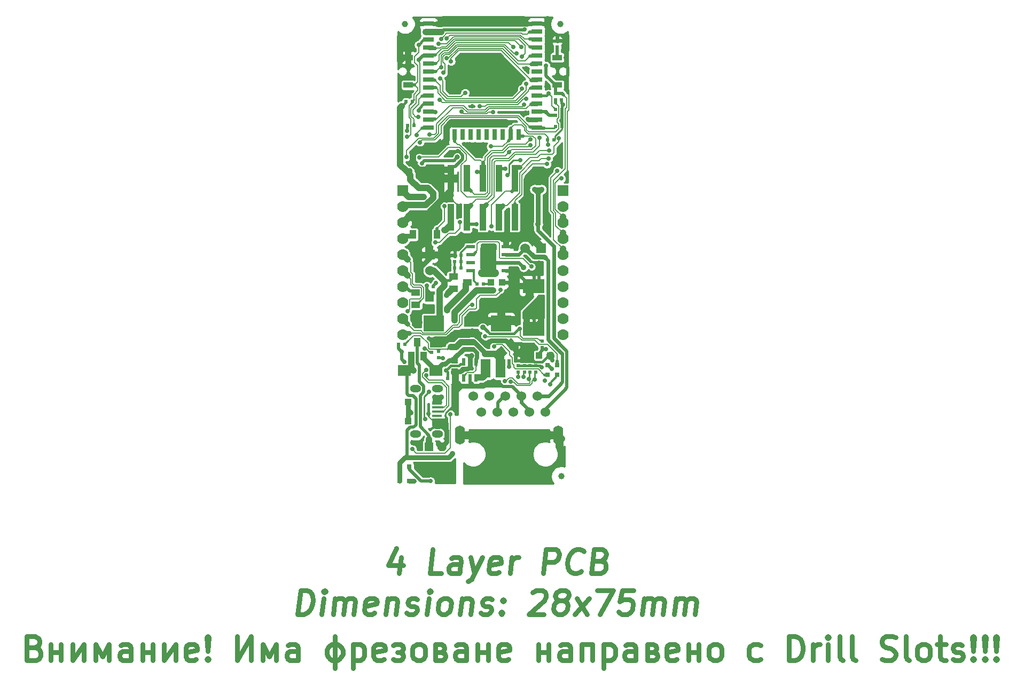
<source format=gbr>
G04 #@! TF.GenerationSoftware,KiCad,Pcbnew,5.1.0-rc2-unknown-036be7d~80~ubuntu16.04.1*
G04 #@! TF.CreationDate,2021-12-15T16:14:17+02:00*
G04 #@! TF.ProjectId,ESP32-PoE_Rev_I,45535033-322d-4506-9f45-5f5265765f49,I*
G04 #@! TF.SameCoordinates,Original*
G04 #@! TF.FileFunction,Copper,L1,Top*
G04 #@! TF.FilePolarity,Positive*
%FSLAX46Y46*%
G04 Gerber Fmt 4.6, Leading zero omitted, Abs format (unit mm)*
G04 Created by KiCad (PCBNEW 5.1.0-rc2-unknown-036be7d~80~ubuntu16.04.1) date 2021-12-15 16:14:17*
%MOMM*%
%LPD*%
G04 APERTURE LIST*
%ADD10C,0.762000*%
%ADD11R,1.524000X1.524000*%
%ADD12C,1.524000*%
%ADD13C,1.300000*%
%ADD14C,2.000000*%
%ADD15R,5.000000X5.000000*%
%ADD16R,1.800000X0.800000*%
%ADD17R,0.800000X1.800000*%
%ADD18R,1.500000X0.900000*%
%ADD19R,0.550000X1.200000*%
%ADD20C,1.270000*%
%ADD21C,0.100000*%
%ADD22R,1.600000X3.000000*%
%ADD23O,1.600000X2.999999*%
%ADD24R,0.400000X0.400000*%
%ADD25R,1.422400X1.422400*%
%ADD26R,0.500000X0.550000*%
%ADD27R,1.016000X1.016000*%
%ADD28R,0.800000X0.800000*%
%ADD29R,1.400000X1.400000*%
%ADD30C,1.400000*%
%ADD31R,0.550000X0.500000*%
%ADD32C,1.778000*%
%ADD33R,1.778000X1.778000*%
%ADD34R,3.200000X2.500000*%
%ADD35R,3.400000X2.200000*%
%ADD36R,2.000000X1.700000*%
%ADD37C,1.000000*%
%ADD38R,1.650000X0.500000*%
%ADD39R,1.650000X0.325000*%
%ADD40R,1.000000X1.100000*%
%ADD41O,1.800000X1.200000*%
%ADD42R,1.000000X1.400000*%
%ADD43R,1.400000X1.000000*%
%ADD44R,1.000000X4.250000*%
%ADD45R,2.600000X3.500000*%
%ADD46R,1.400000X0.600000*%
%ADD47C,1.800000*%
%ADD48C,0.900000*%
%ADD49C,0.700000*%
%ADD50C,0.800000*%
%ADD51C,1.016000*%
%ADD52C,0.406400*%
%ADD53C,0.508000*%
%ADD54C,0.254000*%
%ADD55C,1.270000*%
%ADD56C,0.609600*%
%ADD57C,0.152400*%
%ADD58C,0.203200*%
%ADD59C,0.304800*%
%ADD60C,0.660400*%
G04 APERTURE END LIST*
D10*
X91179650Y-181365071D02*
X90862150Y-183905071D01*
X90453935Y-179913642D02*
X89206614Y-182635071D01*
X91565185Y-182635071D01*
X97575007Y-183905071D02*
X95760721Y-183905071D01*
X96236971Y-180095071D01*
X100477864Y-183905071D02*
X100727328Y-181909357D01*
X100591257Y-181546500D01*
X100251078Y-181365071D01*
X99525364Y-181365071D01*
X99139828Y-181546500D01*
X100500542Y-183723642D02*
X100115007Y-183905071D01*
X99207864Y-183905071D01*
X98867685Y-183723642D01*
X98731614Y-183360785D01*
X98776971Y-182997928D01*
X99003757Y-182635071D01*
X99389292Y-182453642D01*
X100296435Y-182453642D01*
X100681971Y-182272214D01*
X102246792Y-181365071D02*
X102836435Y-183905071D01*
X104061078Y-181365071D02*
X102836435Y-183905071D01*
X102360185Y-184812214D01*
X102156078Y-184993642D01*
X101770542Y-185175071D01*
X106669114Y-183723642D02*
X106283578Y-183905071D01*
X105557864Y-183905071D01*
X105217685Y-183723642D01*
X105081614Y-183360785D01*
X105263042Y-181909357D01*
X105489828Y-181546500D01*
X105875364Y-181365071D01*
X106601078Y-181365071D01*
X106941257Y-181546500D01*
X107077328Y-181909357D01*
X107031971Y-182272214D01*
X105172328Y-182635071D01*
X108460721Y-183905071D02*
X108778221Y-181365071D01*
X108687507Y-182090785D02*
X108914292Y-181727928D01*
X109118400Y-181546500D01*
X109503935Y-181365071D01*
X109866792Y-181365071D01*
X113722150Y-183905071D02*
X114198400Y-180095071D01*
X115649828Y-180095071D01*
X115990007Y-180276500D01*
X116148757Y-180457928D01*
X116284828Y-180820785D01*
X116216792Y-181365071D01*
X115990007Y-181727928D01*
X115785900Y-181909357D01*
X115400364Y-182090785D01*
X113948935Y-182090785D01*
X119754650Y-183542214D02*
X119550542Y-183723642D01*
X118983578Y-183905071D01*
X118620721Y-183905071D01*
X118099114Y-183723642D01*
X117781614Y-183360785D01*
X117645542Y-182997928D01*
X117554828Y-182272214D01*
X117622864Y-181727928D01*
X117895007Y-181002214D01*
X118121792Y-180639357D01*
X118530007Y-180276500D01*
X119096971Y-180095071D01*
X119459828Y-180095071D01*
X119981435Y-180276500D01*
X120140185Y-180457928D01*
X122861614Y-181909357D02*
X123383221Y-182090785D01*
X123541971Y-182272214D01*
X123678042Y-182635071D01*
X123610007Y-183179357D01*
X123383221Y-183542214D01*
X123179114Y-183723642D01*
X122793578Y-183905071D01*
X121342150Y-183905071D01*
X121818400Y-180095071D01*
X123088400Y-180095071D01*
X123428578Y-180276500D01*
X123587328Y-180457928D01*
X123723400Y-180820785D01*
X123678042Y-181183642D01*
X123451257Y-181546500D01*
X123247150Y-181727928D01*
X122861614Y-181909357D01*
X121591614Y-181909357D01*
X74805721Y-190382071D02*
X75281971Y-186572071D01*
X76189114Y-186572071D01*
X76710721Y-186753500D01*
X77028221Y-187116357D01*
X77164292Y-187479214D01*
X77255007Y-188204928D01*
X77186971Y-188749214D01*
X76914828Y-189474928D01*
X76688042Y-189837785D01*
X76279828Y-190200642D01*
X75712864Y-190382071D01*
X74805721Y-190382071D01*
X78615721Y-190382071D02*
X78933221Y-187842071D01*
X79091971Y-186572071D02*
X78887864Y-186753500D01*
X79046614Y-186934928D01*
X79250721Y-186753500D01*
X79091971Y-186572071D01*
X79046614Y-186934928D01*
X80430007Y-190382071D02*
X80747507Y-187842071D01*
X80702150Y-188204928D02*
X80906257Y-188023500D01*
X81291792Y-187842071D01*
X81836078Y-187842071D01*
X82176257Y-188023500D01*
X82312328Y-188386357D01*
X82062864Y-190382071D01*
X82312328Y-188386357D02*
X82539114Y-188023500D01*
X82924650Y-187842071D01*
X83468935Y-187842071D01*
X83809114Y-188023500D01*
X83945185Y-188386357D01*
X83695721Y-190382071D01*
X86984114Y-190200642D02*
X86598578Y-190382071D01*
X85872864Y-190382071D01*
X85532685Y-190200642D01*
X85396614Y-189837785D01*
X85578042Y-188386357D01*
X85804828Y-188023500D01*
X86190364Y-187842071D01*
X86916078Y-187842071D01*
X87256257Y-188023500D01*
X87392328Y-188386357D01*
X87346971Y-188749214D01*
X85487328Y-189112071D01*
X89093221Y-187842071D02*
X88775721Y-190382071D01*
X89047864Y-188204928D02*
X89251971Y-188023500D01*
X89637507Y-187842071D01*
X90181792Y-187842071D01*
X90521971Y-188023500D01*
X90658042Y-188386357D01*
X90408578Y-190382071D01*
X92064114Y-190200642D02*
X92404292Y-190382071D01*
X93130007Y-190382071D01*
X93515542Y-190200642D01*
X93742328Y-189837785D01*
X93765007Y-189656357D01*
X93628935Y-189293500D01*
X93288757Y-189112071D01*
X92744471Y-189112071D01*
X92404292Y-188930642D01*
X92268221Y-188567785D01*
X92290900Y-188386357D01*
X92517685Y-188023500D01*
X92903221Y-187842071D01*
X93447507Y-187842071D01*
X93787685Y-188023500D01*
X95307150Y-190382071D02*
X95624650Y-187842071D01*
X95783400Y-186572071D02*
X95579292Y-186753500D01*
X95738042Y-186934928D01*
X95942150Y-186753500D01*
X95783400Y-186572071D01*
X95738042Y-186934928D01*
X97665721Y-190382071D02*
X97325542Y-190200642D01*
X97166792Y-190019214D01*
X97030721Y-189656357D01*
X97166792Y-188567785D01*
X97393578Y-188204928D01*
X97597685Y-188023500D01*
X97983221Y-187842071D01*
X98527507Y-187842071D01*
X98867685Y-188023500D01*
X99026435Y-188204928D01*
X99162507Y-188567785D01*
X99026435Y-189656357D01*
X98799650Y-190019214D01*
X98595542Y-190200642D01*
X98210007Y-190382071D01*
X97665721Y-190382071D01*
X100886078Y-187842071D02*
X100568578Y-190382071D01*
X100840721Y-188204928D02*
X101044828Y-188023500D01*
X101430364Y-187842071D01*
X101974650Y-187842071D01*
X102314828Y-188023500D01*
X102450900Y-188386357D01*
X102201435Y-190382071D01*
X103856971Y-190200642D02*
X104197150Y-190382071D01*
X104922864Y-190382071D01*
X105308400Y-190200642D01*
X105535185Y-189837785D01*
X105557864Y-189656357D01*
X105421792Y-189293500D01*
X105081614Y-189112071D01*
X104537328Y-189112071D01*
X104197150Y-188930642D01*
X104061078Y-188567785D01*
X104083757Y-188386357D01*
X104310542Y-188023500D01*
X104696078Y-187842071D01*
X105240364Y-187842071D01*
X105580542Y-188023500D01*
X107145364Y-190019214D02*
X107304114Y-190200642D01*
X107100007Y-190382071D01*
X106941257Y-190200642D01*
X107145364Y-190019214D01*
X107100007Y-190382071D01*
X107394828Y-188023500D02*
X107553578Y-188204928D01*
X107349471Y-188386357D01*
X107190721Y-188204928D01*
X107394828Y-188023500D01*
X107349471Y-188386357D01*
X112066614Y-186934928D02*
X112270721Y-186753500D01*
X112656257Y-186572071D01*
X113563400Y-186572071D01*
X113903578Y-186753500D01*
X114062328Y-186934928D01*
X114198400Y-187297785D01*
X114153042Y-187660642D01*
X113903578Y-188204928D01*
X111454292Y-190382071D01*
X113812864Y-190382071D01*
X116262150Y-188204928D02*
X115921971Y-188023500D01*
X115763221Y-187842071D01*
X115627150Y-187479214D01*
X115649828Y-187297785D01*
X115876614Y-186934928D01*
X116080721Y-186753500D01*
X116466257Y-186572071D01*
X117191971Y-186572071D01*
X117532150Y-186753500D01*
X117690900Y-186934928D01*
X117826971Y-187297785D01*
X117804292Y-187479214D01*
X117577507Y-187842071D01*
X117373400Y-188023500D01*
X116987864Y-188204928D01*
X116262150Y-188204928D01*
X115876614Y-188386357D01*
X115672507Y-188567785D01*
X115445721Y-188930642D01*
X115355007Y-189656357D01*
X115491078Y-190019214D01*
X115649828Y-190200642D01*
X115990007Y-190382071D01*
X116715721Y-190382071D01*
X117101257Y-190200642D01*
X117305364Y-190019214D01*
X117532150Y-189656357D01*
X117622864Y-188930642D01*
X117486792Y-188567785D01*
X117328042Y-188386357D01*
X116987864Y-188204928D01*
X118711435Y-190382071D02*
X121024650Y-187842071D01*
X119028935Y-187842071D02*
X120707150Y-190382071D01*
X122271971Y-186572071D02*
X124811971Y-186572071D01*
X122702864Y-190382071D01*
X128077685Y-186572071D02*
X126263400Y-186572071D01*
X125855185Y-188386357D01*
X126059292Y-188204928D01*
X126444828Y-188023500D01*
X127351971Y-188023500D01*
X127692149Y-188204928D01*
X127850900Y-188386357D01*
X127986971Y-188749214D01*
X127873578Y-189656357D01*
X127646792Y-190019214D01*
X127442685Y-190200642D01*
X127057150Y-190382071D01*
X126150007Y-190382071D01*
X125809828Y-190200642D01*
X125651078Y-190019214D01*
X129415721Y-190382071D02*
X129733221Y-187842071D01*
X129687864Y-188204928D02*
X129891971Y-188023500D01*
X130277507Y-187842071D01*
X130821792Y-187842071D01*
X131161971Y-188023500D01*
X131298042Y-188386357D01*
X131048578Y-190382071D01*
X131298042Y-188386357D02*
X131524828Y-188023500D01*
X131910364Y-187842071D01*
X132454649Y-187842071D01*
X132794828Y-188023500D01*
X132930899Y-188386357D01*
X132681435Y-190382071D01*
X134495721Y-190382071D02*
X134813221Y-187842071D01*
X134767864Y-188204928D02*
X134971971Y-188023500D01*
X135357507Y-187842071D01*
X135901792Y-187842071D01*
X136241971Y-188023500D01*
X136378042Y-188386357D01*
X136128578Y-190382071D01*
X136378042Y-188386357D02*
X136604828Y-188023500D01*
X136990364Y-187842071D01*
X137534650Y-187842071D01*
X137874828Y-188023500D01*
X138010900Y-188386357D01*
X137761435Y-190382071D01*
X33147000Y-195688857D02*
X33691285Y-195870285D01*
X33872714Y-196051714D01*
X34054142Y-196414571D01*
X34054142Y-196958857D01*
X33872714Y-197321714D01*
X33691285Y-197503142D01*
X33328428Y-197684571D01*
X31877000Y-197684571D01*
X31877000Y-193874571D01*
X33147000Y-193874571D01*
X33509857Y-194056000D01*
X33691285Y-194237428D01*
X33872714Y-194600285D01*
X33872714Y-194963142D01*
X33691285Y-195326000D01*
X33509857Y-195507428D01*
X33147000Y-195688857D01*
X31877000Y-195688857D01*
X35687000Y-196414571D02*
X37319857Y-196414571D01*
X35687000Y-195144571D02*
X35687000Y-197684571D01*
X37319857Y-195144571D02*
X37319857Y-197684571D01*
X39134142Y-195144571D02*
X39134142Y-197684571D01*
X40948428Y-195144571D01*
X40948428Y-197684571D01*
X42762714Y-197684571D02*
X42762714Y-195144571D01*
X43851285Y-197140285D01*
X44939857Y-195144571D01*
X44939857Y-197684571D01*
X48386999Y-197684571D02*
X48386999Y-195688857D01*
X48205571Y-195326000D01*
X47842714Y-195144571D01*
X47116999Y-195144571D01*
X46754142Y-195326000D01*
X48386999Y-197503142D02*
X48024142Y-197684571D01*
X47116999Y-197684571D01*
X46754142Y-197503142D01*
X46572714Y-197140285D01*
X46572714Y-196777428D01*
X46754142Y-196414571D01*
X47116999Y-196233142D01*
X48024142Y-196233142D01*
X48386999Y-196051714D01*
X50201285Y-196414571D02*
X51834142Y-196414571D01*
X50201285Y-195144571D02*
X50201285Y-197684571D01*
X51834142Y-195144571D02*
X51834142Y-197684571D01*
X53648428Y-195144571D02*
X53648428Y-197684571D01*
X55462714Y-195144571D01*
X55462714Y-197684571D01*
X58728428Y-197503142D02*
X58365571Y-197684571D01*
X57639857Y-197684571D01*
X57276999Y-197503142D01*
X57095571Y-197140285D01*
X57095571Y-195688857D01*
X57276999Y-195326000D01*
X57639857Y-195144571D01*
X58365571Y-195144571D01*
X58728428Y-195326000D01*
X58909857Y-195688857D01*
X58909857Y-196051714D01*
X57095571Y-196414571D01*
X60542714Y-197321714D02*
X60724142Y-197503142D01*
X60542714Y-197684571D01*
X60361285Y-197503142D01*
X60542714Y-197321714D01*
X60542714Y-197684571D01*
X60542714Y-196233142D02*
X60361285Y-194056000D01*
X60542714Y-193874571D01*
X60724142Y-194056000D01*
X60542714Y-196233142D01*
X60542714Y-193874571D01*
X65259857Y-193874571D02*
X65259857Y-197684571D01*
X67436999Y-193874571D01*
X67436999Y-197684571D01*
X69251285Y-197684571D02*
X69251285Y-195144571D01*
X70339857Y-197140285D01*
X71428428Y-195144571D01*
X71428428Y-197684571D01*
X74875571Y-197684571D02*
X74875571Y-195688857D01*
X74694142Y-195326000D01*
X74331285Y-195144571D01*
X73605571Y-195144571D01*
X73242714Y-195326000D01*
X74875571Y-197503142D02*
X74512714Y-197684571D01*
X73605571Y-197684571D01*
X73242714Y-197503142D01*
X73061285Y-197140285D01*
X73061285Y-196777428D01*
X73242714Y-196414571D01*
X73605571Y-196233142D01*
X74512714Y-196233142D01*
X74875571Y-196051714D01*
X80681285Y-193874571D02*
X80681285Y-198954571D01*
X80318428Y-195144571D02*
X81044142Y-195144571D01*
X81406999Y-195326000D01*
X81769857Y-195688857D01*
X81951285Y-196051714D01*
X81951285Y-196777428D01*
X81769857Y-197140285D01*
X81406999Y-197503142D01*
X81044142Y-197684571D01*
X80318428Y-197684571D01*
X79955571Y-197503142D01*
X79592714Y-197140285D01*
X79411285Y-196777428D01*
X79411285Y-196051714D01*
X79592714Y-195688857D01*
X79955571Y-195326000D01*
X80318428Y-195144571D01*
X83584142Y-195144571D02*
X83584142Y-198954571D01*
X83584142Y-195326000D02*
X83946999Y-195144571D01*
X84672714Y-195144571D01*
X85035571Y-195326000D01*
X85216999Y-195507428D01*
X85398428Y-195870285D01*
X85398428Y-196958857D01*
X85216999Y-197321714D01*
X85035571Y-197503142D01*
X84672714Y-197684571D01*
X83946999Y-197684571D01*
X83584142Y-197503142D01*
X88482714Y-197503142D02*
X88119857Y-197684571D01*
X87394142Y-197684571D01*
X87031285Y-197503142D01*
X86849857Y-197140285D01*
X86849857Y-195688857D01*
X87031285Y-195326000D01*
X87394142Y-195144571D01*
X88119857Y-195144571D01*
X88482714Y-195326000D01*
X88664142Y-195688857D01*
X88664142Y-196051714D01*
X86849857Y-196414571D01*
X90659857Y-196414571D02*
X91022714Y-196414571D01*
X89934142Y-195326000D02*
X90296999Y-195144571D01*
X91022714Y-195144571D01*
X91385571Y-195326000D01*
X91566999Y-195688857D01*
X91566999Y-195870285D01*
X91385571Y-196233142D01*
X91022714Y-196414571D01*
X91385571Y-196596000D01*
X91566999Y-196958857D01*
X91566999Y-197140285D01*
X91385571Y-197503142D01*
X91022714Y-197684571D01*
X90296999Y-197684571D01*
X89934142Y-197503142D01*
X93744142Y-197684571D02*
X93381285Y-197503142D01*
X93199857Y-197321714D01*
X93018428Y-196958857D01*
X93018428Y-195870285D01*
X93199857Y-195507428D01*
X93381285Y-195326000D01*
X93744142Y-195144571D01*
X94288428Y-195144571D01*
X94651285Y-195326000D01*
X94832714Y-195507428D01*
X95014142Y-195870285D01*
X95014142Y-196958857D01*
X94832714Y-197321714D01*
X94651285Y-197503142D01*
X94288428Y-197684571D01*
X93744142Y-197684571D01*
X97554142Y-196414571D02*
X98098428Y-196596000D01*
X98279857Y-196958857D01*
X98279857Y-197140285D01*
X98098428Y-197503142D01*
X97735571Y-197684571D01*
X96646999Y-197684571D01*
X96646999Y-195144571D01*
X97554142Y-195144571D01*
X97916999Y-195326000D01*
X98098428Y-195688857D01*
X98098428Y-195870285D01*
X97916999Y-196233142D01*
X97554142Y-196414571D01*
X96646999Y-196414571D01*
X101545571Y-197684571D02*
X101545571Y-195688857D01*
X101364142Y-195326000D01*
X101001285Y-195144571D01*
X100275571Y-195144571D01*
X99912714Y-195326000D01*
X101545571Y-197503142D02*
X101182714Y-197684571D01*
X100275571Y-197684571D01*
X99912714Y-197503142D01*
X99731285Y-197140285D01*
X99731285Y-196777428D01*
X99912714Y-196414571D01*
X100275571Y-196233142D01*
X101182714Y-196233142D01*
X101545571Y-196051714D01*
X103359857Y-196414571D02*
X104992714Y-196414571D01*
X103359857Y-195144571D02*
X103359857Y-197684571D01*
X104992714Y-195144571D02*
X104992714Y-197684571D01*
X108258428Y-197503142D02*
X107895571Y-197684571D01*
X107169857Y-197684571D01*
X106806999Y-197503142D01*
X106625571Y-197140285D01*
X106625571Y-195688857D01*
X106806999Y-195326000D01*
X107169857Y-195144571D01*
X107895571Y-195144571D01*
X108258428Y-195326000D01*
X108439857Y-195688857D01*
X108439857Y-196051714D01*
X106625571Y-196414571D01*
X112975571Y-196414571D02*
X114608428Y-196414571D01*
X112975571Y-195144571D02*
X112975571Y-197684571D01*
X114608428Y-195144571D02*
X114608428Y-197684571D01*
X118055571Y-197684571D02*
X118055571Y-195688857D01*
X117874142Y-195326000D01*
X117511285Y-195144571D01*
X116785571Y-195144571D01*
X116422714Y-195326000D01*
X118055571Y-197503142D02*
X117692714Y-197684571D01*
X116785571Y-197684571D01*
X116422714Y-197503142D01*
X116241285Y-197140285D01*
X116241285Y-196777428D01*
X116422714Y-196414571D01*
X116785571Y-196233142D01*
X117692714Y-196233142D01*
X118055571Y-196051714D01*
X119869857Y-197684571D02*
X119869857Y-195144571D01*
X121502714Y-195144571D01*
X121502714Y-197684571D01*
X123316999Y-195144571D02*
X123316999Y-198954571D01*
X123316999Y-195326000D02*
X123679857Y-195144571D01*
X124405571Y-195144571D01*
X124768428Y-195326000D01*
X124949857Y-195507428D01*
X125131285Y-195870285D01*
X125131285Y-196958857D01*
X124949857Y-197321714D01*
X124768428Y-197503142D01*
X124405571Y-197684571D01*
X123679857Y-197684571D01*
X123316999Y-197503142D01*
X128396999Y-197684571D02*
X128396999Y-195688857D01*
X128215571Y-195326000D01*
X127852714Y-195144571D01*
X127126999Y-195144571D01*
X126764142Y-195326000D01*
X128396999Y-197503142D02*
X128034142Y-197684571D01*
X127126999Y-197684571D01*
X126764142Y-197503142D01*
X126582714Y-197140285D01*
X126582714Y-196777428D01*
X126764142Y-196414571D01*
X127126999Y-196233142D01*
X128034142Y-196233142D01*
X128396999Y-196051714D01*
X131118428Y-196414571D02*
X131662714Y-196596000D01*
X131844142Y-196958857D01*
X131844142Y-197140285D01*
X131662714Y-197503142D01*
X131299857Y-197684571D01*
X130211285Y-197684571D01*
X130211285Y-195144571D01*
X131118428Y-195144571D01*
X131481285Y-195326000D01*
X131662714Y-195688857D01*
X131662714Y-195870285D01*
X131481285Y-196233142D01*
X131118428Y-196414571D01*
X130211285Y-196414571D01*
X134928428Y-197503142D02*
X134565571Y-197684571D01*
X133839857Y-197684571D01*
X133476999Y-197503142D01*
X133295571Y-197140285D01*
X133295571Y-195688857D01*
X133476999Y-195326000D01*
X133839857Y-195144571D01*
X134565571Y-195144571D01*
X134928428Y-195326000D01*
X135109857Y-195688857D01*
X135109857Y-196051714D01*
X133295571Y-196414571D01*
X136742714Y-196414571D02*
X138375571Y-196414571D01*
X136742714Y-195144571D02*
X136742714Y-197684571D01*
X138375571Y-195144571D02*
X138375571Y-197684571D01*
X140734142Y-197684571D02*
X140371285Y-197503142D01*
X140189857Y-197321714D01*
X140008428Y-196958857D01*
X140008428Y-195870285D01*
X140189857Y-195507428D01*
X140371285Y-195326000D01*
X140734142Y-195144571D01*
X141278428Y-195144571D01*
X141641285Y-195326000D01*
X141822714Y-195507428D01*
X142004142Y-195870285D01*
X142004142Y-196958857D01*
X141822714Y-197321714D01*
X141641285Y-197503142D01*
X141278428Y-197684571D01*
X140734142Y-197684571D01*
X148172714Y-197503142D02*
X147809857Y-197684571D01*
X147084142Y-197684571D01*
X146721285Y-197503142D01*
X146539857Y-197321714D01*
X146358428Y-196958857D01*
X146358428Y-195870285D01*
X146539857Y-195507428D01*
X146721285Y-195326000D01*
X147084142Y-195144571D01*
X147809857Y-195144571D01*
X148172714Y-195326000D01*
X152708428Y-197684571D02*
X152708428Y-193874571D01*
X153615571Y-193874571D01*
X154159857Y-194056000D01*
X154522714Y-194418857D01*
X154704142Y-194781714D01*
X154885571Y-195507428D01*
X154885571Y-196051714D01*
X154704142Y-196777428D01*
X154522714Y-197140285D01*
X154159857Y-197503142D01*
X153615571Y-197684571D01*
X152708428Y-197684571D01*
X156518428Y-197684571D02*
X156518428Y-195144571D01*
X156518428Y-195870285D02*
X156699857Y-195507428D01*
X156881285Y-195326000D01*
X157244142Y-195144571D01*
X157606999Y-195144571D01*
X158876999Y-197684571D02*
X158876999Y-195144571D01*
X158876999Y-193874571D02*
X158695571Y-194056000D01*
X158876999Y-194237428D01*
X159058428Y-194056000D01*
X158876999Y-193874571D01*
X158876999Y-194237428D01*
X161235571Y-197684571D02*
X160872714Y-197503142D01*
X160691285Y-197140285D01*
X160691285Y-193874571D01*
X163231285Y-197684571D02*
X162868428Y-197503142D01*
X162686999Y-197140285D01*
X162686999Y-193874571D01*
X167404142Y-197503142D02*
X167948428Y-197684571D01*
X168855571Y-197684571D01*
X169218428Y-197503142D01*
X169399857Y-197321714D01*
X169581285Y-196958857D01*
X169581285Y-196596000D01*
X169399857Y-196233142D01*
X169218428Y-196051714D01*
X168855571Y-195870285D01*
X168129857Y-195688857D01*
X167766999Y-195507428D01*
X167585571Y-195326000D01*
X167404142Y-194963142D01*
X167404142Y-194600285D01*
X167585571Y-194237428D01*
X167766999Y-194056000D01*
X168129857Y-193874571D01*
X169036999Y-193874571D01*
X169581285Y-194056000D01*
X171758428Y-197684571D02*
X171395571Y-197503142D01*
X171214142Y-197140285D01*
X171214142Y-193874571D01*
X173754142Y-197684571D02*
X173391285Y-197503142D01*
X173209857Y-197321714D01*
X173028428Y-196958857D01*
X173028428Y-195870285D01*
X173209857Y-195507428D01*
X173391285Y-195326000D01*
X173754142Y-195144571D01*
X174298428Y-195144571D01*
X174661285Y-195326000D01*
X174842714Y-195507428D01*
X175024142Y-195870285D01*
X175024142Y-196958857D01*
X174842714Y-197321714D01*
X174661285Y-197503142D01*
X174298428Y-197684571D01*
X173754142Y-197684571D01*
X176112714Y-195144571D02*
X177564142Y-195144571D01*
X176656999Y-193874571D02*
X176656999Y-197140285D01*
X176838428Y-197503142D01*
X177201285Y-197684571D01*
X177564142Y-197684571D01*
X178652714Y-197503142D02*
X179015571Y-197684571D01*
X179741285Y-197684571D01*
X180104142Y-197503142D01*
X180285571Y-197140285D01*
X180285571Y-196958857D01*
X180104142Y-196596000D01*
X179741285Y-196414571D01*
X179196999Y-196414571D01*
X178834142Y-196233142D01*
X178652714Y-195870285D01*
X178652714Y-195688857D01*
X178834142Y-195326000D01*
X179196999Y-195144571D01*
X179741285Y-195144571D01*
X180104142Y-195326000D01*
X181918428Y-197321714D02*
X182099857Y-197503142D01*
X181918428Y-197684571D01*
X181736999Y-197503142D01*
X181918428Y-197321714D01*
X181918428Y-197684571D01*
X181918428Y-196233142D02*
X181736999Y-194056000D01*
X181918428Y-193874571D01*
X182099857Y-194056000D01*
X181918428Y-196233142D01*
X181918428Y-193874571D01*
X183732714Y-197321714D02*
X183914142Y-197503142D01*
X183732714Y-197684571D01*
X183551285Y-197503142D01*
X183732714Y-197321714D01*
X183732714Y-197684571D01*
X183732714Y-196233142D02*
X183551285Y-194056000D01*
X183732714Y-193874571D01*
X183914142Y-194056000D01*
X183732714Y-196233142D01*
X183732714Y-193874571D01*
X185546999Y-197321714D02*
X185728428Y-197503142D01*
X185546999Y-197684571D01*
X185365571Y-197503142D01*
X185546999Y-197321714D01*
X185546999Y-197684571D01*
X185546999Y-196233142D02*
X185365571Y-194056000D01*
X185546999Y-193874571D01*
X185728428Y-194056000D01*
X185546999Y-196233142D01*
X185546999Y-193874571D01*
D11*
X113391000Y-132334000D03*
D12*
X110891000Y-132334000D03*
D13*
X101340000Y-106035000D03*
D14*
X103140000Y-104235000D03*
D15*
X103140000Y-104235000D03*
D16*
X112740000Y-96725000D03*
X112740000Y-97995000D03*
X112740000Y-99265000D03*
X112740000Y-100535000D03*
X112740000Y-101805000D03*
X112740000Y-103075000D03*
X112740000Y-104345000D03*
X112740000Y-105615000D03*
X112740000Y-106885000D03*
X112740000Y-108155000D03*
X112740000Y-109425000D03*
X112740000Y-110695000D03*
X112740000Y-111965000D03*
X112740000Y-113235000D03*
D17*
X109870000Y-114335000D03*
X108600000Y-114335000D03*
X107330000Y-114335000D03*
X106060000Y-114335000D03*
X104790000Y-114335000D03*
X103520000Y-114335000D03*
X102250000Y-114335000D03*
X100980000Y-114335000D03*
X99710000Y-114335000D03*
X98440000Y-114335000D03*
D16*
X95540000Y-113235000D03*
X95540000Y-111965000D03*
X95540000Y-110695000D03*
X95540000Y-109425000D03*
X95540000Y-108155000D03*
X95540000Y-106885000D03*
X95540000Y-105615000D03*
X95540000Y-104345000D03*
X95540000Y-103075000D03*
X95540000Y-101805000D03*
X95540000Y-100535000D03*
X95540000Y-99265000D03*
X95540000Y-97995000D03*
X95540000Y-96725000D03*
D13*
X104940000Y-106035000D03*
X101340000Y-102435000D03*
X104940000Y-102435000D03*
X103140000Y-102435000D03*
X103140000Y-106035000D03*
X101340000Y-104235000D03*
X104940000Y-104235000D03*
D18*
X115959000Y-106444000D03*
X115959000Y-102090000D03*
X92321000Y-106444000D03*
X92321000Y-102090000D03*
D19*
X101158000Y-152938000D03*
X102108000Y-152938000D03*
X103058000Y-152938000D03*
X101158000Y-150338000D03*
X103058000Y-150338000D03*
D20*
X108662238Y-147592976D03*
D21*
G36*
X109631759Y-147802495D02*
G01*
X108630985Y-148584385D01*
X107692717Y-147383457D01*
X108693491Y-146601567D01*
X109631759Y-147802495D01*
X109631759Y-147802495D01*
G37*
D20*
X107061000Y-148844000D03*
D21*
G36*
X108030521Y-149053519D02*
G01*
X107029747Y-149835409D01*
X106091479Y-148634481D01*
X107092253Y-147852591D01*
X108030521Y-149053519D01*
X108030521Y-149053519D01*
G37*
D22*
X104591000Y-151384000D03*
X106991000Y-151384000D03*
D12*
X102616000Y-155806000D03*
X103886000Y-158346000D03*
X105156000Y-155806000D03*
X106426000Y-158346000D03*
X107696000Y-155806000D03*
X108966000Y-158346000D03*
X110236000Y-155806000D03*
X111506000Y-158346000D03*
X112776000Y-155806000D03*
X114046000Y-158346000D03*
D23*
X100531000Y-161946000D03*
X116131000Y-161946000D03*
D24*
X112044000Y-149344000D03*
X112044000Y-148344000D03*
X111244000Y-147544000D03*
X110244000Y-147544000D03*
X109444000Y-148344000D03*
X109444000Y-149344000D03*
X110244000Y-150144000D03*
X111244000Y-150144000D03*
D25*
X110744000Y-148844000D03*
D26*
X109347000Y-150241000D03*
X108331000Y-150241000D03*
D27*
X99695000Y-151892000D03*
X99695000Y-150114000D03*
D26*
X91821000Y-147574000D03*
X90805000Y-147574000D03*
X93218000Y-112903000D03*
X92202000Y-112903000D03*
D28*
X115951000Y-150876000D03*
X114427000Y-150876000D03*
X115951000Y-152400000D03*
X114427000Y-152400000D03*
D29*
X95638620Y-163852860D03*
D30*
X97650300Y-163850320D03*
D26*
X116713000Y-113030000D03*
X115697000Y-113030000D03*
X114427000Y-115189000D03*
X115443000Y-115189000D03*
X115697000Y-110363000D03*
X116713000Y-110363000D03*
X115697000Y-111252000D03*
X116713000Y-111252000D03*
X98552000Y-153035000D03*
X99568000Y-153035000D03*
D31*
X97155000Y-149733000D03*
X97155000Y-148717000D03*
X113538000Y-147066000D03*
X113538000Y-148082000D03*
X111633000Y-152019000D03*
X111633000Y-151003000D03*
X112522000Y-152019000D03*
X112522000Y-151003000D03*
X109728000Y-152019000D03*
X109728000Y-151003000D03*
X110744000Y-152019000D03*
X110744000Y-151003000D03*
X96266000Y-139446000D03*
X96266000Y-138430000D03*
X96075500Y-147828000D03*
X96075500Y-148844000D03*
D32*
X116840000Y-130840000D03*
X116840000Y-128300000D03*
X116840000Y-125760000D03*
D33*
X116840000Y-123220000D03*
D32*
X116840000Y-133380000D03*
X116840000Y-135920000D03*
X116840000Y-141000000D03*
X116840000Y-138460000D03*
X116840000Y-143540000D03*
X116840000Y-146080000D03*
X91440000Y-130840000D03*
X91440000Y-128300000D03*
X91440000Y-125760000D03*
D33*
X91440000Y-123220000D03*
D32*
X91440000Y-133380000D03*
X91440000Y-135920000D03*
X91440000Y-141000000D03*
X91440000Y-138460000D03*
X91440000Y-143540000D03*
X91440000Y-146080000D03*
D34*
X96377000Y-144272000D03*
X107077000Y-144272000D03*
D35*
X112217200Y-138332000D03*
X112217200Y-145132000D03*
D36*
X96734000Y-151765000D03*
X91734000Y-151765000D03*
D37*
X116586000Y-168529000D03*
X116459000Y-96774000D03*
X91821000Y-96774000D03*
D28*
X92456000Y-169291000D03*
X90932000Y-169291000D03*
D27*
X113030000Y-149352000D03*
X114808000Y-149352000D03*
D28*
X92456000Y-167005000D03*
X90932000Y-167005000D03*
D38*
X96876000Y-156854500D03*
D39*
X96876000Y-157592000D03*
X96876000Y-158242000D03*
X96876000Y-158892000D03*
D38*
X96876000Y-159629500D03*
D40*
X92326000Y-156742000D03*
X92326000Y-159742000D03*
D41*
X93476000Y-154642000D03*
X96946000Y-154642000D03*
X96946000Y-161842000D03*
X93476000Y-161842000D03*
D42*
X92839540Y-149479000D03*
X94742000Y-149479000D03*
X93786960Y-147269200D03*
D43*
X99476560Y-136845040D03*
X99476560Y-138747500D03*
X101686360Y-137792460D03*
D31*
X115951000Y-99441000D03*
X115951000Y-100457000D03*
X115697000Y-108839000D03*
X115697000Y-107823000D03*
X116586000Y-107823000D03*
X116586000Y-108839000D03*
D43*
X95715000Y-140335000D03*
X93515000Y-141285000D03*
X93515000Y-139385000D03*
D44*
X99060000Y-127458000D03*
X99060000Y-121208000D03*
X101600000Y-127458000D03*
X101600000Y-121208000D03*
X104140000Y-127458000D03*
X104140000Y-121208000D03*
X106680000Y-127458000D03*
X106680000Y-121208000D03*
X109220000Y-127458000D03*
X109220000Y-121208000D03*
D26*
X92964000Y-109093000D03*
X91948000Y-109093000D03*
X99695000Y-134493000D03*
X100711000Y-134493000D03*
X103251000Y-138049000D03*
X104267000Y-138049000D03*
X99695000Y-133477000D03*
X100711000Y-133477000D03*
X99695000Y-135509000D03*
X100711000Y-135509000D03*
D45*
X105029000Y-133985000D03*
D46*
X102229000Y-135890000D03*
X102229000Y-134620000D03*
X102229000Y-133350000D03*
X102229000Y-132080000D03*
X107829000Y-132080000D03*
X107829000Y-133350000D03*
X107829000Y-134620000D03*
X107829000Y-135890000D03*
D47*
X105029000Y-133985000D03*
D12*
X95758000Y-135870000D03*
D11*
X95758000Y-133370000D03*
D42*
X93096000Y-130175000D03*
X96896000Y-130175000D03*
D27*
X107188000Y-137795000D03*
X105410000Y-137795000D03*
D48*
X99314000Y-164973000D03*
X93218000Y-151765000D03*
X98425000Y-139827000D03*
X94775020Y-124167900D03*
D49*
X92125800Y-113690400D03*
X92964000Y-163195000D03*
X93853000Y-163195000D03*
D48*
X98330590Y-161163000D03*
X114300000Y-106680000D03*
D49*
X101219000Y-115824000D03*
X102044500Y-115824000D03*
D48*
X117348000Y-103378000D03*
X117348000Y-102108000D03*
X117348000Y-98679000D03*
X114427000Y-100965000D03*
X114427000Y-99822000D03*
X114427000Y-98679000D03*
X114427000Y-97155000D03*
X105410000Y-107315000D03*
X106680000Y-103505000D03*
X106680000Y-106045000D03*
X107950000Y-107315000D03*
X107950000Y-104775000D03*
X109220000Y-106045000D03*
X104140000Y-107315000D03*
X107950000Y-103505000D03*
X107950000Y-106045000D03*
X109220000Y-104775000D03*
X106680000Y-107315000D03*
X106680000Y-104775000D03*
X106680000Y-102235000D03*
D49*
X98869500Y-106934000D03*
D48*
X91059000Y-102616000D03*
X91059000Y-101346000D03*
X91059000Y-100076000D03*
X91059000Y-98806000D03*
X92328990Y-98806000D03*
X93726000Y-98806000D03*
X93726000Y-97472500D03*
X114427000Y-96012000D03*
X110617000Y-96012000D03*
X106807000Y-96774000D03*
X108077000Y-96012000D03*
X105537000Y-96012000D03*
X102997000Y-96012000D03*
X101727000Y-96774000D03*
X104267000Y-96774000D03*
X109347000Y-96774000D03*
X100457000Y-96012000D03*
X93726000Y-96012000D03*
X97917000Y-96012000D03*
D49*
X102489000Y-109836724D03*
D48*
X100076000Y-112395000D03*
X94742000Y-167767000D03*
X94742000Y-166624000D03*
X107823000Y-112395000D03*
D49*
X94234000Y-144145000D03*
D48*
X103632000Y-112395000D03*
X99187000Y-96774000D03*
D49*
X117475000Y-105156000D03*
D48*
X96901000Y-96774000D03*
X102489000Y-112395000D03*
D49*
X100203000Y-116967000D03*
X95631000Y-146685000D03*
D48*
X99314000Y-169037000D03*
X102489000Y-145542000D03*
D49*
X115189000Y-150114000D03*
X106045000Y-153797000D03*
D50*
X102362000Y-149352000D03*
D48*
X98330590Y-160210498D03*
D49*
X104902000Y-147828000D03*
X95885000Y-121666000D03*
D48*
X100965000Y-131064000D03*
D49*
X102362000Y-153847800D03*
D50*
X93853000Y-137414000D03*
D48*
X113411000Y-141224000D03*
X113411000Y-140208000D03*
X99568000Y-154305000D03*
X110998000Y-103886000D03*
D49*
X110921800Y-110794800D03*
X95504000Y-158623000D03*
D48*
X110998000Y-121920000D03*
X110998000Y-122936000D03*
X101981000Y-131064000D03*
X111084360Y-143040100D03*
X105283000Y-130606800D03*
D49*
X92590110Y-120015000D03*
X94488000Y-118872000D03*
D48*
X96901000Y-98044000D03*
D49*
X116586000Y-112141000D03*
D48*
X99674680Y-143771620D03*
D50*
X100131880Y-117899180D03*
D48*
X96266000Y-123825000D03*
X98092260Y-129433320D03*
D50*
X105791000Y-139065000D03*
D49*
X110744000Y-97663000D03*
X116890800Y-109601000D03*
D48*
X91333320Y-109776260D03*
X99060000Y-147980400D03*
D49*
X113969800Y-153314400D03*
X108356400Y-151155400D03*
X113510000Y-151250000D03*
X93980000Y-100055001D03*
X92125800Y-114604800D03*
X111051173Y-108638173D03*
X103631994Y-109836732D03*
D48*
X96520000Y-155956000D03*
X97536000Y-155956000D03*
X98501200Y-142123160D03*
D49*
X105796410Y-110751157D03*
X100774500Y-110680496D03*
X101345994Y-107696000D03*
X97409000Y-105410000D03*
X95278919Y-138270969D03*
X94157800Y-115570000D03*
X108077000Y-120777000D03*
X110109000Y-118364000D03*
D48*
X112344200Y-122999500D03*
X112903000Y-128524000D03*
X113487200Y-122999500D03*
D49*
X110998000Y-106299000D03*
X115976400Y-120091200D03*
X110363000Y-107060996D03*
X93980000Y-102489000D03*
X110236000Y-100457000D03*
D48*
X102108000Y-168783000D03*
X105283000Y-168783000D03*
X108204000Y-168783000D03*
X110998000Y-168783000D03*
X112522000Y-167132000D03*
X104013000Y-167132000D03*
X106934000Y-167132000D03*
X109601000Y-167132000D03*
X105918000Y-164846000D03*
X110871000Y-164846000D03*
X108204000Y-164846000D03*
X103632000Y-161946000D03*
X113030000Y-161946000D03*
D49*
X114173000Y-148336000D03*
X111696500Y-115954254D03*
X96730025Y-137874369D03*
X96647000Y-131445000D03*
X100558600Y-128168400D03*
X98298000Y-151765000D03*
X97795080Y-149816820D03*
X95231599Y-151654399D03*
X95231596Y-152512566D03*
D48*
X104140000Y-144907000D03*
D49*
X110007400Y-145084800D03*
X92075000Y-117856016D03*
X92963986Y-164211000D03*
X99016820Y-158666180D03*
X97532247Y-103628247D03*
X109474000Y-101473000D03*
X116586000Y-121285000D03*
X105918000Y-147955000D03*
X114808000Y-153924000D03*
X104521000Y-146304000D03*
X115089940Y-151483060D03*
X95885000Y-169290994D03*
X93217439Y-169291561D03*
X92760768Y-158419800D03*
X94932500Y-148272500D03*
X95019852Y-159437320D03*
X95613220Y-155110180D03*
X114173000Y-103378000D03*
X108966000Y-100457000D03*
X94107000Y-117983000D03*
X107696000Y-119761000D03*
X108331000Y-117094000D03*
X110363000Y-101981000D03*
X91310373Y-148796940D03*
X91742260Y-150373080D03*
X97917000Y-104521000D03*
X97147890Y-99910341D03*
X92188792Y-142297910D03*
X102489000Y-141351000D03*
X111252000Y-111887000D03*
X113157000Y-114808000D03*
X103136700Y-128554480D03*
X106934000Y-138938000D03*
X114554000Y-107823000D03*
X116205000Y-114935000D03*
X105537000Y-128905000D03*
X114462245Y-115922976D03*
X105410000Y-116205000D03*
X114554000Y-118110000D03*
X114681000Y-116840000D03*
X114173000Y-110744000D03*
X110718600Y-109550200D03*
X114300000Y-118999000D03*
X111696500Y-115101841D03*
X103251000Y-120269000D03*
X96673145Y-110744000D03*
X93931740Y-111467900D03*
X97312968Y-108831208D03*
X93980000Y-110490555D03*
X93675200Y-114376200D03*
X98398693Y-99097193D03*
X99124867Y-102705397D03*
X98415660Y-102232500D03*
X97536008Y-99123500D03*
X95732400Y-114274400D03*
X107642660Y-153441400D03*
X111429800Y-153085800D03*
X108595160Y-153469340D03*
X112395000Y-153162000D03*
X109728000Y-152781000D03*
X110617000Y-152781000D03*
X113080800Y-134645400D03*
X105029000Y-136271000D03*
X106045000Y-136271000D03*
X104013000Y-136271000D03*
D48*
X110617000Y-135382000D03*
D49*
X105918000Y-131953000D03*
X105029000Y-131953000D03*
X104140000Y-131953000D03*
X111887000Y-135255000D03*
X98051620Y-125669040D03*
D10*
X90932000Y-167005000D02*
X90932000Y-166357322D01*
X90932000Y-166357322D02*
X91782911Y-165506411D01*
X98864001Y-165422999D02*
X99314000Y-164973000D01*
X98780589Y-165506411D02*
X98864001Y-165422999D01*
X91782911Y-165506411D02*
X98780589Y-165506411D01*
X90932000Y-169291000D02*
X90932000Y-168592500D01*
X90932000Y-167005000D02*
X90932000Y-168592500D01*
X91734000Y-151765000D02*
X93218000Y-151765000D01*
D51*
X94775020Y-124167900D02*
X92387900Y-124167900D01*
X92387900Y-124167900D02*
X91440000Y-123220000D01*
D10*
X98425000Y-139827000D02*
X98425000Y-139700000D01*
X98425000Y-139700000D02*
X98679000Y-139446000D01*
D51*
X99377500Y-138747500D02*
X98679000Y-139446000D01*
X99476560Y-138747500D02*
X99377500Y-138747500D01*
X92837000Y-151409410D02*
X93192590Y-151765000D01*
X92837000Y-149481540D02*
X92837000Y-151409410D01*
X92839540Y-149479000D02*
X92837000Y-149481540D01*
D52*
X92125800Y-112979200D02*
X92202000Y-112903000D01*
X92125800Y-113690400D02*
X92125800Y-112979200D01*
D53*
X92169590Y-152113590D02*
X91757500Y-151701500D01*
X92685470Y-160698401D02*
X93174599Y-160698401D01*
X92163881Y-161219990D02*
X92685470Y-160698401D01*
X92169590Y-155415590D02*
X92169590Y-152113590D01*
X92163881Y-165125441D02*
X92163881Y-161219990D01*
X91782911Y-165506411D02*
X92163881Y-165125441D01*
X93174599Y-160698401D02*
X93548178Y-160324822D01*
X93548178Y-160324822D02*
X93548178Y-156178249D01*
X93548178Y-156178249D02*
X93049266Y-155679337D01*
X93049266Y-155679337D02*
X92433337Y-155679337D01*
X92433337Y-155679337D02*
X92169590Y-155415590D01*
D10*
X97663000Y-163830000D02*
X98399589Y-163093411D01*
X98399589Y-161231999D02*
X98330590Y-161163000D01*
D53*
X97345500Y-160782000D02*
X97414499Y-160713001D01*
X97880591Y-160713001D02*
X98330590Y-161163000D01*
D10*
X98399589Y-163093411D02*
X98399589Y-161231999D01*
D53*
X97414499Y-160713001D02*
X97880591Y-160713001D01*
D10*
X97409000Y-169037000D02*
X96139000Y-167767000D01*
X99314000Y-169037000D02*
X97409000Y-169037000D01*
X96139000Y-167767000D02*
X94742000Y-167767000D01*
X99314000Y-167640000D02*
X98298000Y-166624000D01*
X99314000Y-169037000D02*
X99314000Y-167640000D01*
X98298000Y-166624000D02*
X94742000Y-166624000D01*
X94742000Y-166624000D02*
X94742000Y-167767000D01*
D53*
X96710500Y-160782000D02*
X97345500Y-160782000D01*
X97345500Y-160782000D02*
X97345500Y-159639000D01*
X96402500Y-159629500D02*
X96393000Y-159639000D01*
X96876000Y-159629500D02*
X96402500Y-159629500D01*
X96393000Y-159639000D02*
X96393000Y-160464500D01*
X96393000Y-160464500D02*
X96710500Y-160782000D01*
X117348000Y-99822000D02*
X116967000Y-99441000D01*
X117348000Y-103378000D02*
X117348000Y-99822000D01*
X116967000Y-99441000D02*
X116078000Y-99441000D01*
D51*
X117348000Y-100965000D02*
X117348000Y-98679000D01*
D10*
X117348000Y-102108000D02*
X117348000Y-100965000D01*
X117348000Y-103378000D02*
X117348000Y-102108000D01*
D53*
X117615401Y-105015599D02*
X117615401Y-103645401D01*
X117475000Y-105156000D02*
X117615401Y-105015599D01*
X117615401Y-103645401D02*
X117348000Y-103378000D01*
D51*
X92328990Y-100584000D02*
X92328990Y-98806000D01*
X92328990Y-100584000D02*
X91567000Y-100584000D01*
X91567000Y-100584000D02*
X91059000Y-100076000D01*
X92321000Y-102090000D02*
X91585000Y-102090000D01*
X91585000Y-102090000D02*
X91059000Y-102616000D01*
X91059000Y-98806000D02*
X91059000Y-102616000D01*
X91059000Y-98806000D02*
X93726000Y-98806000D01*
X93726000Y-97472500D02*
X93726000Y-98806000D01*
D10*
X93726000Y-96012000D02*
X93726000Y-97472500D01*
D51*
X114427000Y-96648396D02*
X114427000Y-97218500D01*
X114427000Y-96012000D02*
X114427000Y-96648396D01*
D54*
X117475000Y-105156000D02*
X117665500Y-105346500D01*
X117665500Y-105346500D02*
X117665500Y-107124500D01*
D51*
X103632000Y-112395000D02*
X107823000Y-112395000D01*
X102489000Y-112395000D02*
X103632000Y-112395000D01*
X100076000Y-112395000D02*
X102489000Y-112395000D01*
D53*
X100570974Y-112395000D02*
X100076000Y-112395000D01*
X96075500Y-147828000D02*
X96075500Y-147070000D01*
X96075500Y-147070000D02*
X96079500Y-147066000D01*
X96079500Y-147066000D02*
X96393000Y-147066000D01*
D51*
X92329000Y-101854000D02*
X92329000Y-100584010D01*
D10*
X92329000Y-100584010D02*
X92328990Y-100584000D01*
D51*
X92232000Y-127508000D02*
X95758000Y-127508000D01*
X91440000Y-128300000D02*
X92232000Y-127508000D01*
D53*
X96012000Y-147066000D02*
X96393000Y-147066000D01*
X95631000Y-146685000D02*
X96012000Y-147066000D01*
D10*
X110714000Y-150144000D02*
X111244000Y-150144000D01*
X110244000Y-150144000D02*
X110714000Y-150144000D01*
D53*
X110244000Y-147544000D02*
X110206000Y-147544000D01*
D10*
X110744000Y-148044000D02*
X110744000Y-148844000D01*
X110244000Y-147544000D02*
X110744000Y-148044000D01*
D53*
X109944000Y-148844000D02*
X110744000Y-148844000D01*
D52*
X109444000Y-148344000D02*
X109944000Y-148844000D01*
D53*
X115189000Y-149733000D02*
X115189000Y-150114000D01*
D10*
X111244000Y-150144000D02*
X111984000Y-150144000D01*
D52*
X114808000Y-149352000D02*
X115062000Y-149352000D01*
X115189000Y-149733000D02*
X114808000Y-149352000D01*
D53*
X99568000Y-152019000D02*
X99695000Y-151892000D01*
X99568000Y-153035000D02*
X99568000Y-152019000D01*
D52*
X112044000Y-150144000D02*
X112268000Y-150368000D01*
X111984000Y-150144000D02*
X112044000Y-150144000D01*
X113538000Y-150368000D02*
X114554000Y-149352000D01*
X112268000Y-150368000D02*
X113538000Y-150368000D01*
X114554000Y-149352000D02*
X114808000Y-149352000D01*
D53*
X99695000Y-151892000D02*
X99695000Y-152654000D01*
X110147000Y-150241000D02*
X110244000Y-150144000D01*
X109347000Y-150241000D02*
X110147000Y-150241000D01*
X109347000Y-149441000D02*
X109444000Y-149344000D01*
X109347000Y-150241000D02*
X109347000Y-149441000D01*
X109444000Y-149344000D02*
X109444000Y-148344000D01*
D54*
X104521000Y-153924000D02*
X104648000Y-153797000D01*
D53*
X99568000Y-153035000D02*
X99568000Y-153162000D01*
D10*
X101092000Y-154178000D02*
X102362000Y-154178000D01*
X104267000Y-154178000D02*
X103251000Y-154178000D01*
X104648000Y-153797000D02*
X104267000Y-154178000D01*
X103251000Y-154178000D02*
X102362000Y-154178000D01*
X99695000Y-151892000D02*
X99949000Y-152146000D01*
D53*
X99695000Y-151892000D02*
X99568000Y-151892000D01*
D10*
X99568000Y-151892000D02*
X99568000Y-153035000D01*
D52*
X100076000Y-153416000D02*
X100838000Y-154178000D01*
X99949000Y-153416000D02*
X100076000Y-153416000D01*
D10*
X101092000Y-154178000D02*
X100838000Y-154178000D01*
X99949000Y-152146000D02*
X99949000Y-153416000D01*
D53*
X96075500Y-147828000D02*
X97663000Y-147828000D01*
X96075500Y-147828000D02*
X96393000Y-147828000D01*
X96393000Y-147828000D02*
X96774000Y-147447000D01*
X110236000Y-155806000D02*
X110236000Y-156083000D01*
D51*
X111916000Y-145034000D02*
X112141000Y-145259000D01*
X112141000Y-145259000D02*
X113411000Y-143989000D01*
D53*
X98209000Y-159629500D02*
X98330590Y-159751090D01*
X98330590Y-159751090D02*
X98330590Y-160210498D01*
X96876000Y-159629500D02*
X98209000Y-159629500D01*
D10*
X98330590Y-161163000D02*
X98330590Y-160210498D01*
X96774002Y-160210498D02*
X98330590Y-160210498D01*
X106045000Y-153797000D02*
X104648000Y-153797000D01*
X102489000Y-145589213D02*
X102489000Y-145542000D01*
X104727787Y-147828000D02*
X102489000Y-145589213D01*
X104902000Y-147828000D02*
X104727787Y-147828000D01*
D51*
X95955150Y-120071850D02*
X96139000Y-119888000D01*
X95955150Y-121595850D02*
X95955150Y-120071850D01*
X95885000Y-121666000D02*
X95955150Y-121595850D01*
X95758000Y-126507240D02*
X95758000Y-127508000D01*
X99060000Y-121208000D02*
X99060000Y-123205240D01*
D55*
X110109000Y-130429000D02*
X110871000Y-129667000D01*
D51*
X95518204Y-127747796D02*
X95758000Y-127508000D01*
X95518204Y-133130204D02*
X95518204Y-127747796D01*
X95758000Y-133370000D02*
X95518204Y-133130204D01*
X98927908Y-131064000D02*
X100965000Y-131064000D01*
X95758000Y-133370000D02*
X97643000Y-133370000D01*
X97643000Y-133370000D02*
X98125736Y-132887264D01*
X98125736Y-132887264D02*
X98125736Y-131866172D01*
X98125736Y-131866172D02*
X98927908Y-131064000D01*
D53*
X102108000Y-153924000D02*
X102362000Y-154178000D01*
X102108000Y-152938000D02*
X102108000Y-153924000D01*
X102362000Y-153847800D02*
X102362000Y-154178000D01*
D10*
X107797600Y-146964400D02*
X105410000Y-146964400D01*
X108426176Y-147592976D02*
X107797600Y-146964400D01*
X108662238Y-147592976D02*
X108426176Y-147592976D01*
X104902000Y-147472400D02*
X105410000Y-146964400D01*
X104902000Y-147828000D02*
X104902000Y-147472400D01*
D55*
X108839000Y-130429000D02*
X110109000Y-130429000D01*
X103095409Y-130429000D02*
X108839000Y-130429000D01*
D53*
X108916780Y-130506780D02*
X108839000Y-130429000D01*
X108916780Y-131717024D02*
X108916780Y-130506780D01*
X108553804Y-132080000D02*
X108916780Y-131717024D01*
X107829000Y-132080000D02*
X108553804Y-132080000D01*
D51*
X113411000Y-143989000D02*
X113411000Y-141224000D01*
X113411000Y-141224000D02*
X113411000Y-140208000D01*
D10*
X102108000Y-149606000D02*
X102362000Y-149352000D01*
X102108000Y-151130000D02*
X102108000Y-149606000D01*
X99695000Y-151892000D02*
X100584000Y-151892000D01*
X101752793Y-151485207D02*
X102108000Y-151130000D01*
X100584000Y-151892000D02*
X100990793Y-151485207D01*
X100990793Y-151485207D02*
X101752793Y-151485207D01*
X99949000Y-153924000D02*
X99949000Y-153416000D01*
X99568000Y-154305000D02*
X99949000Y-153924000D01*
X100838000Y-154178000D02*
X99695000Y-154178000D01*
X99695000Y-154178000D02*
X99568000Y-154305000D01*
X99568000Y-154305000D02*
X99568000Y-153035000D01*
D53*
X106045000Y-153797000D02*
X106807000Y-153797000D01*
X106807000Y-153797000D02*
X107315000Y-154305000D01*
X107315000Y-154305000D02*
X108839000Y-154305000D01*
X110236000Y-155702000D02*
X108839000Y-154305000D01*
X110236000Y-155806000D02*
X110236000Y-155702000D01*
D54*
X98209000Y-158508800D02*
X98209000Y-159629500D01*
X99568000Y-157149800D02*
X98209000Y-158508800D01*
X99568000Y-154305000D02*
X99568000Y-157149800D01*
D56*
X110236000Y-156829091D02*
X110236000Y-155806000D01*
X111506000Y-158099091D02*
X110236000Y-156829091D01*
X111506000Y-158346000D02*
X111506000Y-158099091D01*
D53*
X97750000Y-133477000D02*
X97643000Y-133370000D01*
X99695000Y-133477000D02*
X97750000Y-133477000D01*
D51*
X100076000Y-112395000D02*
X99210575Y-112395000D01*
X98440000Y-113165575D02*
X99210575Y-112395000D01*
X98440000Y-114335000D02*
X98440000Y-113165575D01*
X97917000Y-96012000D02*
X110617000Y-96012000D01*
D53*
X96852000Y-96725000D02*
X96901000Y-96774000D01*
X95540000Y-96725000D02*
X96852000Y-96725000D01*
X93726000Y-96520000D02*
X93726000Y-96012000D01*
X93931000Y-96725000D02*
X93726000Y-96520000D01*
X95540000Y-96725000D02*
X93931000Y-96725000D01*
D54*
X114090234Y-95675234D02*
X114427000Y-96012000D01*
X110953766Y-95675234D02*
X114090234Y-95675234D01*
X110617000Y-96012000D02*
X110953766Y-95675234D01*
X97617789Y-95712789D02*
X97917000Y-96012000D01*
X94025211Y-95712789D02*
X97617789Y-95712789D01*
X93726000Y-96012000D02*
X94025211Y-95712789D01*
D10*
X96901000Y-96774000D02*
X110943870Y-96774000D01*
D56*
X110992870Y-96725000D02*
X110943870Y-96774000D01*
X112740000Y-96725000D02*
X110992870Y-96725000D01*
X113997000Y-96725000D02*
X114427000Y-97155000D01*
X112740000Y-96725000D02*
X113997000Y-96725000D01*
D53*
X115951000Y-98679000D02*
X115951000Y-99441000D01*
D51*
X93980000Y-119888000D02*
X96139000Y-119888000D01*
X93091000Y-118999000D02*
X93980000Y-119888000D01*
X93091000Y-117168404D02*
X93091000Y-118999000D01*
X98440000Y-114335000D02*
X98440000Y-115174000D01*
X98440000Y-115174000D02*
X96977230Y-116636770D01*
X96977230Y-116636770D02*
X93622634Y-116636770D01*
X93622634Y-116636770D02*
X93091000Y-117168404D01*
D57*
X117528340Y-121457720D02*
X117203220Y-121782840D01*
X117665500Y-107124500D02*
X117774730Y-107233730D01*
X117774730Y-110446810D02*
X117528340Y-110693200D01*
X117774730Y-107233730D02*
X117774730Y-110446810D01*
X117528340Y-110693200D02*
X117528340Y-121457720D01*
D51*
X96606360Y-146852640D02*
X96520000Y-146939000D01*
X102489000Y-145542000D02*
X101981000Y-146050000D01*
X99420680Y-146050000D02*
X98618040Y-146852640D01*
X96520000Y-146939000D02*
X96393000Y-147066000D01*
X101981000Y-146050000D02*
X99420680Y-146050000D01*
X98618040Y-146852640D02*
X96606360Y-146852640D01*
D53*
X110188293Y-147488293D02*
X110244000Y-147544000D01*
D56*
X108766921Y-147488293D02*
X110188293Y-147488293D01*
D53*
X108662238Y-147592976D02*
X108766921Y-147488293D01*
D52*
X109625771Y-148162229D02*
X109625771Y-147806315D01*
X109444000Y-148344000D02*
X109625771Y-148162229D01*
D58*
X96876000Y-159629500D02*
X96152360Y-159629500D01*
X96152360Y-159629500D02*
X95506540Y-158983680D01*
X95506540Y-158983680D02*
X95506540Y-158320740D01*
D57*
X98369120Y-123896120D02*
X98496120Y-123896120D01*
D51*
X99060000Y-123205240D02*
X98369120Y-123896120D01*
X98369120Y-123896120D02*
X95758000Y-126507240D01*
D57*
X98496120Y-123896120D02*
X100076000Y-125476000D01*
X100076000Y-125476000D02*
X100076000Y-126619000D01*
D51*
X96139000Y-119888000D02*
X98933000Y-119888000D01*
D53*
X99060000Y-121208000D02*
X99060000Y-120015000D01*
X99060000Y-120015000D02*
X98933000Y-119888000D01*
X99060000Y-119507000D02*
X99060000Y-121208000D01*
X99187000Y-119380000D02*
X99060000Y-119507000D01*
X99794060Y-119380000D02*
X99187000Y-119380000D01*
X100203000Y-116967000D02*
X100359420Y-116967000D01*
X100359420Y-116967000D02*
X100965000Y-117572580D01*
X100965000Y-117572580D02*
X100965000Y-118209060D01*
X100965000Y-118209060D02*
X99794060Y-119380000D01*
D51*
X102460409Y-131064000D02*
X103095409Y-130429000D01*
X101981000Y-131064000D02*
X100965000Y-131064000D01*
X101981000Y-131064000D02*
X102460409Y-131064000D01*
D55*
X113391000Y-132187000D02*
X113391000Y-132334000D01*
X110871000Y-129667000D02*
X113391000Y-132187000D01*
D51*
X111125000Y-121539000D02*
X111887000Y-120777000D01*
X111125000Y-129413000D02*
X111125000Y-121539000D01*
X110871000Y-129667000D02*
X111125000Y-129413000D01*
D10*
X93853000Y-135786681D02*
X93853000Y-137414000D01*
X95758000Y-133881681D02*
X93853000Y-135786681D01*
X95758000Y-133370000D02*
X95758000Y-133881681D01*
D53*
X112112000Y-145132000D02*
X112217200Y-145132000D01*
D51*
X111084360Y-143040100D02*
X111084360Y-144104360D01*
D53*
X111084360Y-144104360D02*
X112112000Y-145132000D01*
D51*
X95631000Y-162687000D02*
X95631000Y-163830000D01*
D53*
X95638620Y-163852860D02*
X95989140Y-163852860D01*
X95631000Y-162052000D02*
X95631000Y-162687000D01*
X94234000Y-160655000D02*
X95631000Y-162052000D01*
X94234000Y-155702000D02*
X94234000Y-160655000D01*
X94812516Y-155123484D02*
X94234000Y-155702000D01*
X94812516Y-154189023D02*
X94812516Y-155123484D01*
X93786960Y-147269200D02*
X93786960Y-150555960D01*
X93786960Y-150555960D02*
X94112080Y-150881080D01*
X94112080Y-150881080D02*
X94112080Y-153488587D01*
X94112080Y-153488587D02*
X94812516Y-154189023D01*
X115951000Y-102082000D02*
X115951000Y-100457000D01*
X115959000Y-102090000D02*
X115951000Y-102082000D01*
X116713000Y-113030000D02*
X116713000Y-112268000D01*
X116713000Y-112268000D02*
X116586000Y-112141000D01*
X116713000Y-111252000D02*
X116713000Y-112014000D01*
X116713000Y-112014000D02*
X116586000Y-112141000D01*
X116713000Y-110363000D02*
X116713000Y-111252000D01*
D51*
X96901000Y-98044000D02*
X97537396Y-98044000D01*
X97537396Y-98044000D02*
X97537440Y-98043956D01*
X91948000Y-120015000D02*
X92678250Y-120745250D01*
D10*
X92590110Y-120015000D02*
X92590110Y-120657110D01*
X92590110Y-120657110D02*
X92678250Y-120745250D01*
X92590110Y-120015000D02*
X91948000Y-120015000D01*
D57*
X92284750Y-147085250D02*
X93129500Y-146240500D01*
D59*
X91821000Y-147574000D02*
X91821000Y-147549000D01*
X91821000Y-147549000D02*
X92284750Y-147085250D01*
D57*
X94297500Y-146240500D02*
X95504000Y-147447000D01*
X95504000Y-148129482D02*
X95710518Y-148336000D01*
X93129500Y-146240500D02*
X94297500Y-146240500D01*
X95504000Y-147447000D02*
X95504000Y-148129482D01*
D51*
X95140000Y-98055000D02*
X96890000Y-98055000D01*
X96890000Y-98055000D02*
X96901000Y-98044000D01*
D53*
X95151000Y-98044000D02*
X95140000Y-98055000D01*
D57*
X95710518Y-148336000D02*
X96774000Y-148336000D01*
X97536000Y-148336000D02*
X97663000Y-148336000D01*
X97663000Y-148336000D02*
X96774000Y-148336000D01*
X96901000Y-148463000D02*
X97282000Y-148463000D01*
X96901000Y-148463000D02*
X96774000Y-148336000D01*
X97155000Y-148717000D02*
X96901000Y-148463000D01*
X97282000Y-148463000D02*
X97409000Y-148463000D01*
X97155000Y-148717000D02*
X97409000Y-148463000D01*
X97409000Y-148463000D02*
X97536000Y-148336000D01*
D53*
X100131880Y-117899180D02*
X99565449Y-118465611D01*
X99565449Y-118465611D02*
X94894389Y-118465611D01*
X94894389Y-118465611D02*
X94488000Y-118872000D01*
D51*
X98092260Y-129433320D02*
X98201480Y-129433320D01*
X99060000Y-128574800D02*
X99060000Y-127458000D01*
X98201480Y-129433320D02*
X99060000Y-128574800D01*
X99674680Y-143771620D02*
X99674680Y-142514320D01*
X103124000Y-139065000D02*
X105791000Y-139065000D01*
X99674680Y-142514320D02*
X103124000Y-139065000D01*
X91728769Y-125471231D02*
X91440000Y-125760000D01*
X95135389Y-125471231D02*
X91728769Y-125471231D01*
X96266000Y-124340620D02*
X95135389Y-125471231D01*
X96266000Y-123825000D02*
X96266000Y-124340620D01*
X92678250Y-121482794D02*
X92678250Y-120745250D01*
X96266000Y-123825000D02*
X96266000Y-123624048D01*
X96266000Y-123624048D02*
X95450952Y-122809000D01*
X95450952Y-122809000D02*
X94004456Y-122809000D01*
X94004456Y-122809000D02*
X92678250Y-121482794D01*
X106991000Y-151384000D02*
X106991000Y-149975175D01*
X107061000Y-149905175D02*
X106991000Y-149975175D01*
X107061000Y-148844000D02*
X107061000Y-149905175D01*
X106991000Y-149975175D02*
X106126505Y-149110680D01*
X106126505Y-149110680D02*
X104526304Y-149110680D01*
D10*
X104526304Y-148935090D02*
X104526304Y-149110680D01*
X102832110Y-147240896D02*
X104526304Y-148935090D01*
X102656520Y-147240896D02*
X102832110Y-147240896D01*
D53*
X97873972Y-97707424D02*
X97537440Y-98043956D01*
X110699576Y-97707424D02*
X97873972Y-97707424D01*
X110744000Y-97663000D02*
X110699576Y-97707424D01*
D52*
X116586000Y-109296200D02*
X116890800Y-109601000D01*
X116586000Y-108839000D02*
X116586000Y-109296200D01*
X116713000Y-109778800D02*
X116890800Y-109601000D01*
X116713000Y-110363000D02*
X116713000Y-109778800D01*
D51*
X91059000Y-119126000D02*
X91948000Y-120015000D01*
X91333320Y-109776260D02*
X91059000Y-110050580D01*
X91059000Y-110050580D02*
X91059000Y-119126000D01*
D52*
X91948000Y-109161580D02*
X91333320Y-109776260D01*
X91948000Y-109093000D02*
X91948000Y-109161580D01*
D54*
X116713000Y-113451138D02*
X116713000Y-113030000D01*
X115570000Y-114594138D02*
X116713000Y-113451138D01*
X115570000Y-115062000D02*
X115570000Y-114594138D01*
X115443000Y-115189000D02*
X115570000Y-115062000D01*
D51*
X100663104Y-147240896D02*
X102656520Y-147240896D01*
X99928680Y-147975320D02*
X100663104Y-147240896D01*
X99065080Y-147975320D02*
X99928680Y-147975320D01*
X99060000Y-147980400D02*
X99065080Y-147975320D01*
D59*
X99060000Y-147980400D02*
X98907600Y-147980400D01*
X98907600Y-147980400D02*
X98552000Y-148336000D01*
D57*
X98552000Y-148336000D02*
X97663000Y-148336000D01*
D52*
X109728000Y-151003000D02*
X110744000Y-151003000D01*
D53*
X108331000Y-151130000D02*
X108356400Y-151155400D01*
X108331000Y-150241000D02*
X108331000Y-151130000D01*
X107592000Y-155806000D02*
X107696000Y-155806000D01*
X106553000Y-156845000D02*
X107592000Y-155806000D01*
X106553000Y-158219000D02*
X106553000Y-156845000D01*
X106426000Y-158346000D02*
X106553000Y-158219000D01*
D52*
X110744000Y-151003000D02*
X111633000Y-151003000D01*
X111633000Y-151003000D02*
X112522000Y-151003000D01*
X113263000Y-151003000D02*
X113510000Y-151250000D01*
X112522000Y-151003000D02*
X113263000Y-151003000D01*
D59*
X92964000Y-109093000D02*
X92964000Y-109220000D01*
X92964000Y-109220000D02*
X92710000Y-109474000D01*
X92964000Y-109093000D02*
X93218000Y-108839000D01*
D53*
X92321000Y-106444000D02*
X92339000Y-106426000D01*
X92339000Y-106426000D02*
X93345000Y-106426000D01*
D10*
X91851000Y-130429000D02*
X91440000Y-130840000D01*
X92842000Y-130429000D02*
X91851000Y-130429000D01*
X93096000Y-130175000D02*
X92842000Y-130429000D01*
D57*
X93218000Y-107950000D02*
X93218000Y-108839000D01*
X93853000Y-107315000D02*
X93218000Y-107950000D01*
X93853000Y-106934000D02*
X93853000Y-107315000D01*
X93345000Y-106426000D02*
X93853000Y-106934000D01*
D52*
X94770001Y-99265000D02*
X95640000Y-99265000D01*
X93980000Y-100055001D02*
X94770001Y-99265000D01*
D57*
X93830316Y-105940684D02*
X93345000Y-106426000D01*
X93830316Y-103355316D02*
X93830316Y-105940684D01*
X93980000Y-100055001D02*
X93980000Y-101304223D01*
X93980000Y-101304223D02*
X93345000Y-101939223D01*
X93345000Y-101939223D02*
X93345000Y-102870000D01*
X93345000Y-102870000D02*
X93830316Y-103355316D01*
X92379800Y-114604800D02*
X92710000Y-114274600D01*
X92125800Y-114604800D02*
X92379800Y-114604800D01*
X92710000Y-114274600D02*
X92710000Y-111887000D01*
X92710000Y-111887000D02*
X92456000Y-111633000D01*
X92456000Y-111633000D02*
X92456000Y-109728000D01*
X92456000Y-109728000D02*
X92710000Y-109474000D01*
D52*
X104972000Y-151568000D02*
X104972000Y-151003000D01*
D53*
X104591000Y-151949000D02*
X104591000Y-151384000D01*
X103962420Y-152577580D02*
X104591000Y-151949000D01*
X103418420Y-152577580D02*
X103962420Y-152577580D01*
X103058000Y-152938000D02*
X103418420Y-152577580D01*
X104234526Y-153067474D02*
X104648000Y-152654000D01*
X103187474Y-153067474D02*
X104234526Y-153067474D01*
X103058000Y-152938000D02*
X103187474Y-153067474D01*
D57*
X104539268Y-109836732D02*
X104813067Y-109562933D01*
X103631994Y-109836732D02*
X104539268Y-109836732D01*
X104813067Y-109562933D02*
X109702567Y-109562933D01*
X109702567Y-109562933D02*
X110627327Y-108638173D01*
X110627327Y-108638173D02*
X111051173Y-108638173D01*
D54*
X96626000Y-156942000D02*
X96804000Y-156942000D01*
D53*
X96876000Y-156854500D02*
X96520000Y-156498500D01*
D10*
X96520000Y-155956000D02*
X97282000Y-156718000D01*
X96520000Y-155956000D02*
X96520000Y-156498500D01*
D53*
X97536000Y-156194500D02*
X96876000Y-156854500D01*
X97536000Y-155956000D02*
X97536000Y-156194500D01*
D10*
X97536000Y-155956000D02*
X96520000Y-155956000D01*
X101686360Y-137792460D02*
X101429820Y-138049000D01*
D51*
X101429820Y-138981180D02*
X101429820Y-138049000D01*
X98501200Y-141909800D02*
X101429820Y-138981180D01*
X98501200Y-142123160D02*
X98501200Y-141909800D01*
D57*
X101118960Y-111024956D02*
X104748044Y-111024956D01*
X100774500Y-110680496D02*
X101118960Y-111024956D01*
X104748044Y-111024956D02*
X105021843Y-110751157D01*
X105021843Y-110751157D02*
X105796410Y-110751157D01*
X100710994Y-108331000D02*
X101345994Y-107696000D01*
X97409000Y-105410000D02*
X97790000Y-105791000D01*
X97790000Y-105791000D02*
X97790000Y-107442000D01*
X97790000Y-107442000D02*
X98679000Y-108331000D01*
X98679000Y-108331000D02*
X100710994Y-108331000D01*
D53*
X115697000Y-108839000D02*
X115697000Y-109347000D01*
X96135000Y-140335000D02*
X95758000Y-140335000D01*
X96139000Y-140331000D02*
X96135000Y-140335000D01*
X96266000Y-139446000D02*
X96139000Y-139573000D01*
X96139000Y-139573000D02*
X96139000Y-140331000D01*
X95758000Y-139446000D02*
X96266000Y-139446000D01*
X95715000Y-140335000D02*
X95715000Y-139489000D01*
X95715000Y-139489000D02*
X95758000Y-139446000D01*
X95278919Y-138966919D02*
X95278919Y-138270969D01*
X95758000Y-139446000D02*
X95278919Y-138966919D01*
X95307838Y-139446000D02*
X95758000Y-139446000D01*
X95278919Y-138966919D02*
X95278919Y-139417081D01*
X95278919Y-139417081D02*
X95307838Y-139446000D01*
X95278919Y-138966919D02*
X95278919Y-140179081D01*
D57*
X116205000Y-109855000D02*
X115697000Y-109347000D01*
X116205000Y-113411000D02*
X116205000Y-112649000D01*
X115702399Y-113913601D02*
X116205000Y-113411000D01*
X111457119Y-113913601D02*
X115702399Y-113913601D01*
X111048811Y-113505293D02*
X111457119Y-113913601D01*
X115951000Y-111887000D02*
X116205000Y-111633000D01*
X111048811Y-113030011D02*
X111048811Y-113505293D01*
X115951000Y-112395000D02*
X115951000Y-111887000D01*
X94157800Y-115570000D02*
X94538800Y-115189000D01*
X109653378Y-111634578D02*
X111048811Y-113030011D01*
X94538800Y-115189000D02*
X96520000Y-115189000D01*
X116205000Y-112649000D02*
X115951000Y-112395000D01*
X116205000Y-111633000D02*
X116205000Y-109855000D01*
X96520000Y-115189000D02*
X97536000Y-114173000D01*
X97536000Y-114173000D02*
X97536000Y-112928400D01*
X97536000Y-112928400D02*
X98829822Y-111634578D01*
X98829822Y-111634578D02*
X109653378Y-111634578D01*
D59*
X99476560Y-136845040D02*
X99695000Y-136626600D01*
X99695000Y-136626600D02*
X99695000Y-135509000D01*
X99695000Y-135509000D02*
X99695000Y-134493000D01*
D51*
X97282000Y-143367000D02*
X96377000Y-144272000D01*
X97282000Y-139065000D02*
X97282000Y-143367000D01*
X98044000Y-137562126D02*
X98044000Y-138303000D01*
X98044000Y-138303000D02*
X97282000Y-139065000D01*
X96351874Y-135870000D02*
X98044000Y-137562126D01*
X95758000Y-135870000D02*
X96351874Y-135870000D01*
D52*
X98898263Y-137423337D02*
X98182789Y-137423337D01*
X98182789Y-137423337D02*
X98044000Y-137562126D01*
X99476560Y-136845040D02*
X98898263Y-137423337D01*
D56*
X110891000Y-132334000D02*
X109875000Y-133350000D01*
X107829000Y-133350000D02*
X109875000Y-133350000D01*
X114490118Y-134302118D02*
X114046000Y-133858000D01*
X114490118Y-146826369D02*
X114490118Y-134302118D01*
X116056746Y-148392997D02*
X114490118Y-146826369D01*
X116056746Y-148392997D02*
X116713000Y-149049251D01*
X114577000Y-155806000D02*
X116459000Y-153924000D01*
X112776000Y-155806000D02*
X114577000Y-155806000D01*
D53*
X116796629Y-153586371D02*
X116459000Y-153924000D01*
X116796629Y-149132880D02*
X116796629Y-153586371D01*
X116713000Y-149049251D02*
X116796629Y-149132880D01*
D54*
X109000184Y-118364000D02*
X110109000Y-118364000D01*
X108349644Y-119014540D02*
X109000184Y-118364000D01*
X108349644Y-120504356D02*
X108349644Y-119014540D01*
X108077000Y-120777000D02*
X108349644Y-120504356D01*
D10*
X113907327Y-133719327D02*
X114046000Y-133858000D01*
X112276327Y-133719327D02*
X113907327Y-133719327D01*
X110891000Y-132334000D02*
X112276327Y-133719327D01*
D53*
X117500400Y-154406600D02*
X117221000Y-154686000D01*
X117500400Y-148697392D02*
X117500400Y-154406600D01*
X117139008Y-148336000D02*
X117500400Y-148697392D01*
D56*
X114046000Y-157861000D02*
X117221000Y-154686000D01*
X114046000Y-158346000D02*
X114046000Y-157861000D01*
X112903000Y-128524000D02*
X112903000Y-129509593D01*
X112903000Y-129509593D02*
X115402774Y-132009367D01*
X115402774Y-132009367D02*
X115402774Y-146599766D01*
X115402774Y-146599766D02*
X116356477Y-147553469D01*
X116356477Y-147553469D02*
X117139008Y-148336000D01*
D10*
X112903000Y-123558300D02*
X112344200Y-122999500D01*
X112903000Y-128524000D02*
X112903000Y-123558300D01*
X112928400Y-123558300D02*
X113487200Y-122999500D01*
X112903000Y-123558300D02*
X112928400Y-123558300D01*
X112344200Y-122999500D02*
X113487200Y-122999500D01*
D51*
X116840000Y-133380000D02*
X116840000Y-132461000D01*
D53*
X95540000Y-106885000D02*
X96725000Y-106885000D01*
D57*
X110998000Y-107315000D02*
X110998000Y-106793974D01*
X109359689Y-108953311D02*
X110998000Y-107315000D01*
X110998000Y-106793974D02*
X110998000Y-106299000D01*
X96725000Y-106885000D02*
X97028000Y-107188000D01*
X97028000Y-107188000D02*
X97028000Y-107723000D01*
X97028000Y-107723000D02*
X98258311Y-108953311D01*
X98258311Y-108953311D02*
X109359689Y-108953311D01*
X115379500Y-131000500D02*
X116840000Y-132461000D01*
X115379500Y-126841250D02*
X115379500Y-131000500D01*
X115976400Y-120124486D02*
X114935000Y-121165886D01*
X114935000Y-121165886D02*
X114935000Y-126396750D01*
X115976400Y-120091200D02*
X115976400Y-120124486D01*
X114935000Y-126396750D02*
X115379500Y-126841250D01*
X95123000Y-105664000D02*
X95536668Y-105664000D01*
D53*
X95540000Y-105615000D02*
X95589000Y-105664000D01*
X95589000Y-105664000D02*
X96520000Y-105664000D01*
D57*
X110363000Y-107200616D02*
X110363000Y-107060996D01*
X108915116Y-108648500D02*
X110363000Y-107200616D01*
X96520000Y-105664000D02*
X97409000Y-106553000D01*
X97409000Y-106553000D02*
X97409000Y-107569000D01*
X97409000Y-107569000D02*
X98488500Y-108648500D01*
X98488500Y-108648500D02*
X108915116Y-108648500D01*
D53*
X95540000Y-101805000D02*
X95618000Y-101727000D01*
X95618000Y-101727000D02*
X96647000Y-101727000D01*
D57*
X92760811Y-111429811D02*
X93218000Y-111887000D01*
X92760811Y-110185189D02*
X92760811Y-111429811D01*
X93599000Y-109347000D02*
X92760811Y-110185189D01*
X93599000Y-108204000D02*
X93599000Y-109347000D01*
X93980000Y-102489000D02*
X93980000Y-102743000D01*
X93980000Y-102743000D02*
X94169722Y-102932722D01*
X94169722Y-102932722D02*
X94169722Y-107633278D01*
X94169722Y-107633278D02*
X93599000Y-108204000D01*
D59*
X93218000Y-112903000D02*
X93218000Y-112522000D01*
D57*
X93218000Y-112522000D02*
X93218000Y-111887000D01*
X97663055Y-100710945D02*
X96647000Y-101727000D01*
X110236000Y-100457000D02*
X109219945Y-99440945D01*
X109219945Y-99440945D02*
X99762220Y-99440945D01*
X99762220Y-99440945D02*
X98492220Y-100710945D01*
X98492220Y-100710945D02*
X97663055Y-100710945D01*
D53*
X94003033Y-102489000D02*
X93980000Y-102489000D01*
X94687033Y-101805000D02*
X94003033Y-102489000D01*
X95540000Y-101805000D02*
X94687033Y-101805000D01*
D51*
X102108000Y-168783000D02*
X102108000Y-167640000D01*
X108204000Y-168783000D02*
X105283000Y-168783000D01*
X110998000Y-167132000D02*
X110998000Y-168783000D01*
D53*
X116713000Y-162528000D02*
X116713000Y-165100000D01*
D51*
X116131000Y-161946000D02*
X116713000Y-162528000D01*
X110998000Y-167132000D02*
X112522000Y-167132000D01*
X109601000Y-167132000D02*
X110998000Y-167132000D01*
X109601000Y-167132000D02*
X106934000Y-167132000D01*
X105918000Y-164846000D02*
X108204000Y-164846000D01*
X100531000Y-161946000D02*
X103632000Y-161946000D01*
X113030000Y-161946000D02*
X116131000Y-161946000D01*
D10*
X108204000Y-161967000D02*
X108183000Y-161946000D01*
X108204000Y-164846000D02*
X108204000Y-161967000D01*
X103632000Y-161946000D02*
X108183000Y-161946000D01*
X108183000Y-161946000D02*
X113030000Y-161946000D01*
D53*
X113030000Y-149352000D02*
X113030000Y-149098000D01*
X113792000Y-148336000D02*
X114173000Y-148336000D01*
X113538000Y-148463000D02*
X113601500Y-148526500D01*
X113538000Y-148082000D02*
X113538000Y-148463000D01*
X113601500Y-148526500D02*
X113792000Y-148336000D01*
X113030000Y-149098000D02*
X113601500Y-148526500D01*
D56*
X101600000Y-122631200D02*
X102184200Y-123215400D01*
D57*
X102793800Y-123825000D02*
X102184200Y-123215400D01*
X104521000Y-123825000D02*
X102793800Y-123825000D01*
X104902000Y-117983000D02*
X104902000Y-123444000D01*
X105664000Y-117221000D02*
X104902000Y-117983000D01*
X111696500Y-115954254D02*
X111376681Y-116274073D01*
X104902000Y-123444000D02*
X104521000Y-123825000D01*
X111376681Y-116274073D02*
X108312727Y-116274073D01*
X108312727Y-116274073D02*
X107365800Y-117221000D01*
X107365800Y-117221000D02*
X105664000Y-117221000D01*
D53*
X96266000Y-138338394D02*
X96730025Y-137874369D01*
X96266000Y-138430000D02*
X96266000Y-138338394D01*
D57*
X100558600Y-129184400D02*
X100558600Y-128168400D01*
X96647000Y-131445000D02*
X97321422Y-131445000D01*
X97321422Y-131445000D02*
X98773737Y-129992685D01*
X99750315Y-129992685D02*
X100558600Y-129184400D01*
X98773737Y-129992685D02*
X99750315Y-129992685D01*
D52*
X98552000Y-153035000D02*
X98552000Y-152019000D01*
X98552000Y-152019000D02*
X98298000Y-151765000D01*
X100994625Y-150719375D02*
X101158000Y-150556000D01*
X98298000Y-151765000D02*
X99060000Y-151003000D01*
X101158000Y-150556000D02*
X101158000Y-150338000D01*
X100355400Y-151003000D02*
X100639025Y-150719375D01*
X99060000Y-151003000D02*
X100355400Y-151003000D01*
X100639025Y-150719375D02*
X100994625Y-150719375D01*
X97711260Y-149733000D02*
X97155000Y-149733000D01*
X97795080Y-149816820D02*
X97711260Y-149733000D01*
D59*
X96876000Y-157592000D02*
X97805000Y-157592000D01*
D58*
X98010740Y-157592000D02*
X97805000Y-157592000D01*
X98399600Y-157203140D02*
X98010740Y-157592000D01*
X98399600Y-154401520D02*
X98399600Y-157203140D01*
X97645220Y-153647140D02*
X98399600Y-154401520D01*
X95231599Y-151654399D02*
X94627595Y-152258403D01*
X94627595Y-152258403D02*
X94627595Y-152762765D01*
X94627595Y-152762765D02*
X95511970Y-153647140D01*
X95511970Y-153647140D02*
X97645220Y-153647140D01*
X97790000Y-153289000D02*
X98755895Y-154254895D01*
X95231596Y-152512566D02*
X95231588Y-152512574D01*
X95231588Y-152512574D02*
X95231588Y-152861648D01*
X95231588Y-152861648D02*
X95658940Y-153289000D01*
X95658940Y-153289000D02*
X97790000Y-153289000D01*
D59*
X96876000Y-158242000D02*
X97865130Y-158242000D01*
D58*
X98755895Y-157351235D02*
X98755895Y-154254895D01*
X97865130Y-158242000D02*
X98755895Y-157351235D01*
D10*
X94742000Y-149773000D02*
X96734000Y-151765000D01*
X94742000Y-149479000D02*
X94742000Y-149773000D01*
D52*
X96734000Y-151765000D02*
X96734000Y-151678000D01*
D54*
X103058000Y-150338000D02*
X103058000Y-151064000D01*
X101158000Y-152588000D02*
X101473000Y-152273000D01*
X101158000Y-152938000D02*
X101158000Y-152588000D01*
D57*
X101651183Y-152094817D02*
X101473000Y-152273000D01*
X102667183Y-152094817D02*
X101651183Y-152094817D01*
X103058000Y-151704000D02*
X102667183Y-152094817D01*
X103058000Y-151064000D02*
X103058000Y-151704000D01*
D10*
X101086693Y-148341307D02*
X102562043Y-148341307D01*
X99695000Y-149733000D02*
X101086693Y-148341307D01*
X99695000Y-150114000D02*
X99695000Y-149733000D01*
D56*
X102621307Y-148341307D02*
X102562043Y-148341307D01*
X103058000Y-149926000D02*
X103251000Y-149733000D01*
D60*
X103251000Y-149733000D02*
X103251000Y-148971000D01*
D56*
X103058000Y-150338000D02*
X103058000Y-149926000D01*
D60*
X103251000Y-148971000D02*
X102621307Y-148341307D01*
D10*
X99695000Y-150114000D02*
X98806000Y-150114000D01*
X98806000Y-150114000D02*
X98171000Y-150749000D01*
X97750000Y-150749000D02*
X98171000Y-150749000D01*
X96734000Y-151765000D02*
X97750000Y-150749000D01*
D54*
X113411000Y-146939000D02*
X113157000Y-146939000D01*
X113538000Y-147066000D02*
X113411000Y-146939000D01*
D53*
X104267000Y-144907000D02*
X105029000Y-145669000D01*
X104140000Y-144907000D02*
X104267000Y-144907000D01*
D52*
X105257600Y-145897600D02*
X105029000Y-145669000D01*
X109067439Y-145897600D02*
X105257600Y-145897600D01*
X109880239Y-145084800D02*
X109067439Y-145897600D01*
X110007400Y-145084800D02*
X109880239Y-145084800D01*
D57*
X110007400Y-145084800D02*
X110109000Y-145186400D01*
X112826800Y-146608800D02*
X113157000Y-146939000D01*
X110515400Y-146608800D02*
X112826800Y-146608800D01*
X110109000Y-145186400D02*
X110109000Y-146202400D01*
X110109000Y-146202400D02*
X110515400Y-146608800D01*
D51*
X91470000Y-133380000D02*
X92202000Y-134112000D01*
X91440000Y-133380000D02*
X91470000Y-133380000D01*
D57*
X94348549Y-138176000D02*
X94748412Y-138575863D01*
X92710000Y-134620000D02*
X92710000Y-136108702D01*
X93013399Y-136412101D02*
X93013399Y-137937881D01*
X93013399Y-137937881D02*
X93251518Y-138176000D01*
X94748412Y-138575863D02*
X94748412Y-140251588D01*
X92202000Y-134112000D02*
X92710000Y-134620000D01*
X93251518Y-138176000D02*
X94348549Y-138176000D01*
X92710000Y-136108702D02*
X93013399Y-136412101D01*
D59*
X93715000Y-141285000D02*
X94259000Y-140741000D01*
X93515000Y-141285000D02*
X93715000Y-141285000D01*
D57*
X94748412Y-140251588D02*
X94259000Y-140741000D01*
D53*
X112740000Y-113235000D02*
X112662000Y-113157000D01*
X112662000Y-113157000D02*
X111633000Y-113157000D01*
X112740000Y-113235000D02*
X112789000Y-113284000D01*
X112789000Y-113284000D02*
X113919000Y-113284000D01*
D54*
X115697000Y-113030000D02*
X115443000Y-113284000D01*
X113919000Y-113284000D02*
X115443000Y-113284000D01*
D57*
X92075000Y-116814600D02*
X92075000Y-117856016D01*
X94018100Y-114871500D02*
X92075000Y-116814600D01*
X96406434Y-114871500D02*
X94018100Y-114871500D01*
X97155000Y-114122934D02*
X96406434Y-114871500D01*
X111633000Y-113157000D02*
X109805767Y-111329767D01*
X98652033Y-111329767D02*
X97155000Y-112826800D01*
X109805767Y-111329767D02*
X98652033Y-111329767D01*
X97155000Y-112826800D02*
X97155000Y-114122934D01*
D51*
X116840000Y-127381000D02*
X116840000Y-128300000D01*
D57*
X93598986Y-164846000D02*
X92963986Y-164211000D01*
X98171000Y-164846000D02*
X93598986Y-164846000D01*
X99016820Y-164000180D02*
X98171000Y-164846000D01*
X99016820Y-158666180D02*
X99016820Y-164000180D01*
D53*
X95540000Y-104345000D02*
X96696000Y-104345000D01*
D57*
X97532247Y-103628247D02*
X97412753Y-103628247D01*
X97412753Y-103628247D02*
X96696000Y-104345000D01*
X97988534Y-101320567D02*
X97532247Y-101776854D01*
X97532247Y-101776854D02*
X97532247Y-103628247D01*
X98744732Y-101320567D02*
X97988534Y-101320567D01*
X109474000Y-101473000D02*
X109093000Y-101473000D01*
X109093000Y-101473000D02*
X107670567Y-100050567D01*
X107670567Y-100050567D02*
X100014732Y-100050567D01*
X100014732Y-100050567D02*
X98744732Y-101320567D01*
X115620811Y-126161811D02*
X116840000Y-127381000D01*
X115620811Y-121996189D02*
X115620811Y-126161811D01*
X116332000Y-121285000D02*
X115620811Y-121996189D01*
X116586000Y-121285000D02*
X116332000Y-121285000D01*
D52*
X114427000Y-152400000D02*
X113919000Y-152400000D01*
D57*
X107213400Y-147574000D02*
X106299000Y-147574000D01*
X112931950Y-151511000D02*
X109347000Y-151511000D01*
X109347000Y-151511000D02*
X109093000Y-151257000D01*
X113820950Y-152400000D02*
X112931950Y-151511000D01*
X106299000Y-147574000D02*
X105918000Y-147955000D01*
X113919000Y-152400000D02*
X113820950Y-152400000D01*
X108417427Y-149311427D02*
X108417427Y-148778027D01*
X109093000Y-151257000D02*
X109093000Y-150876000D01*
X109093000Y-150876000D02*
X108839000Y-150622000D01*
X108839000Y-150622000D02*
X108839000Y-149733000D01*
X108417427Y-148778027D02*
X107213400Y-147574000D01*
X108839000Y-149733000D02*
X108417427Y-149311427D01*
D59*
X114808000Y-153730214D02*
X114808000Y-153924000D01*
X115951000Y-152587214D02*
X114808000Y-153730214D01*
X115951000Y-152400000D02*
X115951000Y-152587214D01*
D57*
X114427000Y-147574000D02*
X115951000Y-149098000D01*
X113030000Y-147574000D02*
X114427000Y-147574000D01*
X109776260Y-146354800D02*
X110360460Y-146939000D01*
X104521000Y-146304000D02*
X104571800Y-146354800D01*
X104571800Y-146354800D02*
X109776260Y-146354800D01*
X112395000Y-146939000D02*
X113030000Y-147574000D01*
X110360460Y-146939000D02*
X112395000Y-146939000D01*
D53*
X115951000Y-150876000D02*
X115951000Y-150241000D01*
D57*
X115951000Y-149098000D02*
X115951000Y-150241000D01*
D53*
X114482880Y-150876000D02*
X114427000Y-150876000D01*
X115089940Y-151483060D02*
X114482880Y-150876000D01*
X92456000Y-167386000D02*
X94360994Y-169290994D01*
X92456000Y-167005000D02*
X92456000Y-167386000D01*
X94360994Y-169290994D02*
X94741994Y-169290994D01*
X95885000Y-169290994D02*
X94741994Y-169290994D01*
D54*
X95390026Y-169290994D02*
X95885000Y-169290994D01*
X94741994Y-169290994D02*
X95390026Y-169290994D01*
X92456000Y-167005000D02*
X92456000Y-166878000D01*
D10*
X92456000Y-169291000D02*
X93216878Y-169291000D01*
X93216878Y-169291000D02*
X93217439Y-169291561D01*
D59*
X105410000Y-137795000D02*
X105156000Y-138049000D01*
X105156000Y-138049000D02*
X104267000Y-138049000D01*
D10*
X92326000Y-157985032D02*
X92760768Y-158419800D01*
X92326000Y-156742000D02*
X92326000Y-157985032D01*
X92326000Y-159742000D02*
X92326000Y-157985032D01*
D54*
X95838901Y-148971000D02*
X96075500Y-148971000D01*
X95584901Y-148717000D02*
X95838901Y-148971000D01*
X95948500Y-148717000D02*
X95584901Y-148717000D01*
X96075500Y-148844000D02*
X95948500Y-148717000D01*
X95584901Y-148717000D02*
X95140401Y-148272500D01*
X95140401Y-148272500D02*
X95123000Y-148272500D01*
X95123000Y-148272500D02*
X94932500Y-148272500D01*
X94869000Y-159286468D02*
X95019852Y-159437320D01*
X94869000Y-155872566D02*
X94869000Y-159286468D01*
X95613220Y-155128346D02*
X94869000Y-155872566D01*
X95613220Y-155110180D02*
X95613220Y-155128346D01*
D53*
X115659000Y-106444000D02*
X114173000Y-104958000D01*
X115959000Y-106444000D02*
X115659000Y-106444000D01*
X114173000Y-104958000D02*
X114173000Y-103872974D01*
X114173000Y-103872974D02*
X114173000Y-103378000D01*
X115959000Y-106444000D02*
X116096000Y-106444000D01*
X115697000Y-106680000D02*
X115951000Y-106426000D01*
X115697000Y-107823000D02*
X115697000Y-106680000D01*
X115697000Y-107823000D02*
X116078000Y-107823000D01*
X116586000Y-107823000D02*
X116078000Y-107823000D01*
D51*
X116840000Y-130840000D02*
X116840000Y-129921000D01*
D53*
X95540000Y-103075000D02*
X96696000Y-103075000D01*
D57*
X108254756Y-99745756D02*
X99888476Y-99745756D01*
X108966000Y-100457000D02*
X108254756Y-99745756D01*
X97223580Y-101654454D02*
X97223580Y-102547420D01*
X97862278Y-101015756D02*
X97223580Y-101654454D01*
X99888476Y-99745756D02*
X98618476Y-101015756D01*
X98618476Y-101015756D02*
X97862278Y-101015756D01*
X97223580Y-102547420D02*
X96696000Y-103075000D01*
D53*
X116713000Y-107823000D02*
X116967000Y-108077000D01*
X116586000Y-107823000D02*
X116713000Y-107823000D01*
D57*
X117469920Y-109987080D02*
X117469920Y-108579920D01*
X117202485Y-110254515D02*
X117469920Y-109987080D01*
X117202485Y-119738490D02*
X117202485Y-110254515D01*
X115316000Y-121624975D02*
X117202485Y-119738490D01*
X117469920Y-108579920D02*
X116967000Y-108077000D01*
X116840000Y-129921000D02*
X115697000Y-128778000D01*
X115697000Y-128778000D02*
X115697000Y-126727684D01*
X115697000Y-126727684D02*
X115316000Y-126346684D01*
X115316000Y-126346684D02*
X115316000Y-121624975D01*
D53*
X91851000Y-138460000D02*
X91440000Y-138460000D01*
X92535961Y-139144961D02*
X91851000Y-138460000D01*
X93274961Y-139144961D02*
X92535961Y-139144961D01*
X93515000Y-139385000D02*
X93274961Y-139144961D01*
X109870000Y-114335000D02*
X110089000Y-114554000D01*
X110089000Y-114554000D02*
X110617000Y-114554000D01*
X106680000Y-120015000D02*
X106680000Y-121208000D01*
X106934000Y-119761000D02*
X106680000Y-120015000D01*
X107696000Y-119761000D02*
X106934000Y-119761000D01*
D57*
X94234000Y-117856000D02*
X94107000Y-117983000D01*
X98679000Y-116332000D02*
X97155000Y-117856000D01*
X101511467Y-117436533D02*
X100406934Y-116332000D01*
X105283000Y-118110000D02*
X105283000Y-123571000D01*
X105664000Y-117729000D02*
X105283000Y-118110000D01*
X100406934Y-116332000D02*
X98679000Y-116332000D01*
X107696000Y-117729000D02*
X105664000Y-117729000D01*
X108331000Y-117094000D02*
X107696000Y-117729000D01*
X97155000Y-117856000D02*
X94234000Y-117856000D01*
X105283000Y-123571000D02*
X104648000Y-124206000D01*
X104648000Y-124206000D02*
X101600000Y-124206000D01*
X100711000Y-123317000D02*
X100711000Y-119146320D01*
X101600000Y-124206000D02*
X100711000Y-123317000D01*
X100711000Y-119146320D02*
X101511467Y-118345853D01*
X101511467Y-118345853D02*
X101511467Y-117436533D01*
X110647777Y-114523223D02*
X110617000Y-114554000D01*
X112083312Y-114523223D02*
X110647777Y-114523223D01*
X112538958Y-114978869D02*
X112083312Y-114523223D01*
X108331000Y-117094000D02*
X108712000Y-116713000D01*
X108712000Y-116713000D02*
X111898810Y-116713000D01*
X111898810Y-116713000D02*
X112538958Y-116072852D01*
X112538958Y-116072852D02*
X112538958Y-114978869D01*
D56*
X95540000Y-100535000D02*
X95589000Y-100584000D01*
X95589000Y-100584000D02*
X96520000Y-100584000D01*
D57*
X110871000Y-101473000D02*
X110363000Y-101981000D01*
X110871000Y-100203000D02*
X110871000Y-101473000D01*
X99635964Y-99136134D02*
X109804134Y-99136134D01*
X109804134Y-99136134D02*
X110871000Y-100203000D01*
X96520000Y-100584000D02*
X97354850Y-100584000D01*
X97532716Y-100406134D02*
X98365964Y-100406134D01*
X97354850Y-100584000D02*
X97532716Y-100406134D01*
X98365964Y-100406134D02*
X99635964Y-99136134D01*
D53*
X90805000Y-148082000D02*
X90805000Y-147574000D01*
X91310373Y-148796940D02*
X90805000Y-148291567D01*
X90805000Y-148291567D02*
X90805000Y-148082000D01*
X91742260Y-150373080D02*
X91310373Y-149941193D01*
X91310373Y-149941193D02*
X91310373Y-148796940D01*
D57*
X98147270Y-103100270D02*
X97837058Y-102790058D01*
X97837058Y-102790058D02*
X97837058Y-101954770D01*
X97837058Y-101954770D02*
X98166450Y-101625378D01*
X98166450Y-101625378D02*
X98870988Y-101625378D01*
X98870988Y-101625378D02*
X100140988Y-100355378D01*
X98147270Y-104290730D02*
X98147270Y-103100270D01*
X100140988Y-100355378D02*
X107467378Y-100355378D01*
X97917000Y-104521000D02*
X98147270Y-104290730D01*
X107467378Y-100355378D02*
X109728000Y-102616000D01*
D53*
X112740000Y-101805000D02*
X112691000Y-101854000D01*
X112691000Y-101854000D02*
X111633000Y-101854000D01*
D57*
X110871000Y-102616000D02*
X109728000Y-102616000D01*
X111633000Y-101854000D02*
X110871000Y-102616000D01*
D51*
X92202000Y-136682000D02*
X91440000Y-135920000D01*
D57*
X92557601Y-140487399D02*
X92557601Y-141929101D01*
X94143881Y-140367601D02*
X92677399Y-140367601D01*
X94443601Y-140067881D02*
X94143881Y-140367601D01*
X94443601Y-138702119D02*
X94443601Y-140067881D01*
X92538791Y-141947911D02*
X92188792Y-142297910D01*
X92202000Y-136682000D02*
X92202000Y-136779000D01*
X92202000Y-136779000D02*
X92708588Y-137285588D01*
X92708588Y-138111088D02*
X93091000Y-138493500D01*
X92708588Y-137285588D02*
X92708588Y-138111088D01*
X93091000Y-138493500D02*
X94234982Y-138493500D01*
X92557601Y-141929101D02*
X92538791Y-141947911D01*
X92677399Y-140367601D02*
X92557601Y-140487399D01*
X94234982Y-138493500D02*
X94443601Y-138702119D01*
X97642864Y-99910341D02*
X97147890Y-99910341D01*
X110007323Y-98831323D02*
X99509708Y-98831323D01*
X98430690Y-99910341D02*
X97642864Y-99910341D01*
X99509708Y-98831323D02*
X98430690Y-99910341D01*
D53*
X112740000Y-100535000D02*
X112662000Y-100457000D01*
X112662000Y-100457000D02*
X111633000Y-100457000D01*
D57*
X111633000Y-100457000D02*
X110007323Y-98831323D01*
D51*
X91440000Y-143540000D02*
X91473500Y-143573500D01*
D10*
X111330000Y-111965000D02*
X111252000Y-111887000D01*
X112740000Y-111965000D02*
X111330000Y-111965000D01*
D57*
X98171001Y-145775189D02*
X94694323Y-145775189D01*
X99420190Y-144526000D02*
X98171001Y-145775189D01*
X100076000Y-144526000D02*
X99420190Y-144526000D01*
X94694323Y-145775189D02*
X94334134Y-145415000D01*
X102489000Y-141351000D02*
X102108000Y-141351000D01*
X102108000Y-141351000D02*
X100457000Y-143002000D01*
X94334134Y-145415000D02*
X93218000Y-145415000D01*
X100457000Y-143002000D02*
X100457000Y-144145000D01*
X100457000Y-144145000D02*
X100076000Y-144526000D01*
D10*
X91440000Y-143540000D02*
X91440000Y-143637000D01*
X91440000Y-143637000D02*
X92202000Y-144399000D01*
D57*
X92202000Y-144399000D02*
X93218000Y-145415000D01*
D53*
X101600000Y-128397000D02*
X101600000Y-127458000D01*
X101727000Y-128524000D02*
X101600000Y-128397000D01*
X103106220Y-128524000D02*
X101727000Y-128524000D01*
X103136700Y-128554480D02*
X103106220Y-128524000D01*
D10*
X101600000Y-126111000D02*
X102235000Y-125476000D01*
X101600000Y-127458000D02*
X101600000Y-126111000D01*
D57*
X103124000Y-124587000D02*
X102235000Y-125476000D01*
X104902000Y-124587000D02*
X103124000Y-124587000D01*
X105613200Y-123875800D02*
X104902000Y-124587000D01*
X105613200Y-118464866D02*
X105613200Y-123875800D01*
X105968066Y-118110000D02*
X105613200Y-118464866D01*
X108204000Y-118110000D02*
X105968066Y-118110000D01*
X113157000Y-114808000D02*
X113157000Y-116078000D01*
X113157000Y-116078000D02*
X112141000Y-117094000D01*
X112141000Y-117094000D02*
X109220000Y-117094000D01*
X109220000Y-117094000D02*
X108204000Y-118110000D01*
D56*
X109220000Y-121208000D02*
X109220000Y-122809000D01*
X109220000Y-122809000D02*
X108712000Y-123317000D01*
D54*
X115697000Y-110363000D02*
X115316000Y-109982000D01*
D57*
X115316000Y-109982000D02*
X115062000Y-109728000D01*
X115062000Y-108331000D02*
X114554000Y-107823000D01*
X115062000Y-109728000D02*
X115062000Y-108331000D01*
D52*
X114222000Y-108155000D02*
X114554000Y-107823000D01*
X112740000Y-108155000D02*
X114222000Y-108155000D01*
D10*
X91440000Y-146080000D02*
X91724000Y-145796000D01*
X91724000Y-145796000D02*
X92456000Y-145796000D01*
D57*
X106934000Y-139192000D02*
X106934000Y-138938000D01*
X103759000Y-139827000D02*
X106299000Y-139827000D01*
X103187500Y-140398500D02*
X103759000Y-139827000D01*
X103187500Y-141795500D02*
X103187500Y-140398500D01*
X94568067Y-146080000D02*
X98316260Y-146080000D01*
X98316260Y-146080000D02*
X99489260Y-144907000D01*
X94284067Y-145796000D02*
X94568067Y-146080000D01*
X99489260Y-144907000D02*
X100330000Y-144907000D01*
X100330000Y-144907000D02*
X100838000Y-144399000D01*
X92456000Y-145796000D02*
X94284067Y-145796000D01*
X100838000Y-144399000D02*
X100838000Y-143129000D01*
X100838000Y-143129000D02*
X101981000Y-141986000D01*
X101981000Y-141986000D02*
X102997000Y-141986000D01*
X106299000Y-139827000D02*
X106934000Y-139192000D01*
X102997000Y-141986000D02*
X103187500Y-141795500D01*
X107696000Y-123317000D02*
X108712000Y-123317000D01*
X105537000Y-125476000D02*
X107696000Y-123317000D01*
X105537000Y-128905000D02*
X105537000Y-125476000D01*
D10*
X109601000Y-119507000D02*
X109982000Y-119507000D01*
X109220000Y-119888000D02*
X109601000Y-119507000D01*
X109220000Y-121208000D02*
X109220000Y-119888000D01*
D57*
X116205000Y-115443000D02*
X116205000Y-114935000D01*
X115443000Y-116205000D02*
X116205000Y-115443000D01*
X115443000Y-117221000D02*
X115443000Y-116205000D01*
X115214400Y-117449600D02*
X115443000Y-117221000D01*
X113309400Y-117449600D02*
X115214400Y-117449600D01*
X109982000Y-119507000D02*
X110109000Y-119507000D01*
X110109000Y-119507000D02*
X111633000Y-117983000D01*
X111633000Y-117983000D02*
X112776000Y-117983000D01*
X112776000Y-117983000D02*
X113309400Y-117449600D01*
X114460377Y-115924844D02*
X114462245Y-115922976D01*
X114460377Y-115991718D02*
X114460377Y-115924844D01*
D10*
X106680000Y-126238000D02*
X107315000Y-125603000D01*
X106680000Y-127458000D02*
X106680000Y-126238000D01*
D53*
X108600000Y-114335000D02*
X108585000Y-114320000D01*
X108585000Y-114320000D02*
X108585000Y-113284000D01*
D54*
X114427000Y-115887731D02*
X114462245Y-115922976D01*
X114427000Y-115189000D02*
X114427000Y-115887731D01*
D57*
X113964412Y-114218412D02*
X114427000Y-114681000D01*
X111330863Y-114218412D02*
X113964412Y-114218412D01*
X110744000Y-113631549D02*
X111330863Y-114218412D01*
X108585000Y-113284000D02*
X109093000Y-112776000D01*
X109093000Y-112776000D02*
X110323034Y-112776000D01*
X110323034Y-112776000D02*
X110744000Y-113196966D01*
X110744000Y-113196966D02*
X110744000Y-113631549D01*
D54*
X114427000Y-115189000D02*
X114427000Y-114681000D01*
D53*
X108585000Y-114935000D02*
X108204000Y-115316000D01*
X108585000Y-114350000D02*
X108585000Y-114935000D01*
X108600000Y-114335000D02*
X108585000Y-114350000D01*
D57*
X106553000Y-116205000D02*
X105410000Y-116205000D01*
X107315000Y-116205000D02*
X106553000Y-116205000D01*
X108204000Y-115316000D02*
X107315000Y-116205000D01*
X107950000Y-125603000D02*
X107315000Y-125603000D01*
X110007400Y-123545600D02*
X107950000Y-125603000D01*
X110007400Y-120370600D02*
X110007400Y-123545600D01*
X114554000Y-118110000D02*
X113411000Y-118110000D01*
X113030000Y-118491000D02*
X111887000Y-118491000D01*
X111887000Y-118491000D02*
X110007400Y-120370600D01*
X113411000Y-118110000D02*
X113030000Y-118491000D01*
D10*
X104140000Y-125957674D02*
X104140000Y-127458000D01*
X104700297Y-125397377D02*
X104140000Y-125957674D01*
D53*
X114173000Y-110744000D02*
X114681000Y-111252000D01*
X114681000Y-111252000D02*
X115697000Y-111252000D01*
X114124000Y-110695000D02*
X114173000Y-110744000D01*
X112740000Y-110695000D02*
X114124000Y-110695000D01*
D57*
X113157000Y-116840000D02*
X114681000Y-116840000D01*
X112522000Y-117475000D02*
X113157000Y-116840000D01*
X109347000Y-117475000D02*
X112522000Y-117475000D01*
X104700297Y-125397377D02*
X105918000Y-124179674D01*
X108331000Y-118491000D02*
X109347000Y-117475000D01*
X106172000Y-118491000D02*
X108331000Y-118491000D01*
X105918000Y-124179674D02*
X105918000Y-118745000D01*
X105918000Y-118745000D02*
X106172000Y-118491000D01*
D53*
X109220000Y-127458000D02*
X109220000Y-125222000D01*
X95540000Y-111965000D02*
X95618000Y-111887000D01*
X95618000Y-111887000D02*
X96647000Y-111887000D01*
D57*
X96774000Y-111887000D02*
X96647000Y-111887000D01*
X98933000Y-109728000D02*
X96774000Y-111887000D01*
X101117465Y-109728000D02*
X98933000Y-109728000D01*
X101804799Y-110415334D02*
X101117465Y-109728000D01*
X110718600Y-109550200D02*
X110401056Y-109867744D01*
X110401056Y-109867744D02*
X105043122Y-109867744D01*
X105043122Y-109867744D02*
X104495532Y-110415334D01*
X104495532Y-110415334D02*
X101804799Y-110415334D01*
X114300000Y-118999000D02*
X112014000Y-118999000D01*
X112014000Y-118999000D02*
X110312200Y-120700800D01*
X109220000Y-124841000D02*
X109220000Y-125222000D01*
X110312200Y-120700800D02*
X110312200Y-123748800D01*
X110312200Y-123748800D02*
X109220000Y-124841000D01*
D52*
X104140000Y-121208000D02*
X104140000Y-120777000D01*
D53*
X103632000Y-120269000D02*
X104140000Y-120777000D01*
X103251000Y-120269000D02*
X103632000Y-120269000D01*
X99710000Y-114335000D02*
X99695000Y-114350000D01*
X99695000Y-114350000D02*
X99695000Y-115443000D01*
D57*
X103759000Y-118364000D02*
X104140000Y-118745000D01*
X99695000Y-115443000D02*
X100203000Y-115951000D01*
X100203000Y-115951000D02*
X100457000Y-115951000D01*
X100457000Y-115951000D02*
X102870000Y-118364000D01*
X102870000Y-118364000D02*
X103759000Y-118364000D01*
D56*
X104140000Y-121208000D02*
X104140000Y-118745000D01*
D57*
X105537000Y-116840000D02*
X107213427Y-116840000D01*
X104521000Y-117856000D02*
X105537000Y-116840000D01*
X104521000Y-118364000D02*
X104521000Y-117856000D01*
X104140000Y-118745000D02*
X104521000Y-118364000D01*
X107213427Y-116840000D02*
X108229427Y-115824000D01*
X108229427Y-115824000D02*
X110974341Y-115824000D01*
X110974341Y-115824000D02*
X111696500Y-115101841D01*
D56*
X96624145Y-110695000D02*
X96673145Y-110744000D01*
X95540000Y-110695000D02*
X96624145Y-110695000D01*
D53*
X95540000Y-108155000D02*
X95491000Y-108204000D01*
X95491000Y-108204000D02*
X94488000Y-108204000D01*
D57*
X93065622Y-110388378D02*
X93980000Y-109474000D01*
X93980000Y-109474000D02*
X93980000Y-108712000D01*
X93980000Y-108712000D02*
X94488000Y-108204000D01*
X93931740Y-111467900D02*
X93497400Y-111467900D01*
X93497400Y-111467900D02*
X93065622Y-111036122D01*
X93065622Y-111036122D02*
X93065622Y-110388378D01*
D53*
X112687291Y-106937709D02*
X111712647Y-106937709D01*
X112740000Y-106885000D02*
X112687291Y-106937709D01*
D57*
X111379000Y-107271356D02*
X111712647Y-106937709D01*
X97312968Y-108831208D02*
X97739882Y-109258122D01*
X109576312Y-109258122D02*
X111379000Y-107455434D01*
X97739882Y-109258122D02*
X109576312Y-109258122D01*
X111379000Y-107455434D02*
X111379000Y-107271356D01*
D52*
X95540000Y-109425000D02*
X94791000Y-109425000D01*
X93980000Y-110236000D02*
X93980000Y-110490555D01*
X94791000Y-109425000D02*
X93980000Y-110236000D01*
D53*
X95540000Y-113235000D02*
X95491000Y-113284000D01*
X95491000Y-113284000D02*
X94488000Y-113284000D01*
D57*
X93675200Y-114096800D02*
X94488000Y-113284000D01*
X93675200Y-114376200D02*
X93675200Y-114096800D01*
D53*
X112740000Y-99265000D02*
X112662000Y-99187000D01*
X112662000Y-99187000D02*
X111506000Y-99187000D01*
D57*
X98748692Y-98747194D02*
X98398693Y-99097193D01*
X111506000Y-99187000D02*
X110794800Y-99187000D01*
X110794800Y-99187000D02*
X110134312Y-98526512D01*
X110134312Y-98526512D02*
X98969374Y-98526512D01*
X98969374Y-98526512D02*
X98748692Y-98747194D01*
D56*
X112740000Y-105615000D02*
X112691000Y-105664000D01*
X112691000Y-105664000D02*
X111760000Y-105664000D01*
D57*
X99123500Y-102704030D02*
X99124867Y-102705397D01*
X111760000Y-105664000D02*
X107061000Y-100965000D01*
X99123500Y-102235000D02*
X99123500Y-102704030D01*
X107061000Y-100965000D02*
X100393500Y-100965000D01*
X100393500Y-100965000D02*
X99123500Y-102235000D01*
D56*
X112740000Y-103075000D02*
X112691000Y-103124000D01*
X112691000Y-103124000D02*
X111760000Y-103124000D01*
D57*
X111760000Y-103124000D02*
X109728000Y-103124000D01*
X98694933Y-102232500D02*
X98415660Y-102232500D01*
X100267244Y-100660189D02*
X98694933Y-102232500D01*
X109728000Y-103124000D02*
X107264189Y-100660189D01*
X107264189Y-100660189D02*
X100267244Y-100660189D01*
X97886007Y-98773501D02*
X97536008Y-99123500D01*
X98437807Y-98221701D02*
X97886007Y-98773501D01*
X110286701Y-98221701D02*
X98437807Y-98221701D01*
X110426500Y-98361500D02*
X110286701Y-98221701D01*
D53*
X112740000Y-97995000D02*
X112691000Y-98044000D01*
X112691000Y-98044000D02*
X111506000Y-98044000D01*
D57*
X111188500Y-98361500D02*
X110426500Y-98361500D01*
X111506000Y-98044000D02*
X111188500Y-98361500D01*
D53*
X112740000Y-109425000D02*
X112691000Y-109474000D01*
D56*
X112691000Y-109474000D02*
X111760000Y-109474000D01*
D57*
X111061444Y-110172556D02*
X111760000Y-109474000D01*
X104621788Y-110720145D02*
X105169377Y-110172556D01*
X100991210Y-110032811D02*
X101678543Y-110720145D01*
X99390189Y-110032811D02*
X100991210Y-110032811D01*
X96774000Y-112649000D02*
X99390189Y-110032811D01*
X96774000Y-114046000D02*
X96774000Y-112649000D01*
X96545600Y-114274400D02*
X96774000Y-114046000D01*
X95732400Y-114274400D02*
X96545600Y-114274400D01*
X101678543Y-110720145D02*
X104621788Y-110720145D01*
X105169377Y-110172556D02*
X111061444Y-110172556D01*
X107797600Y-153441400D02*
X107642660Y-153441400D01*
X108353860Y-152885140D02*
X107797600Y-153441400D01*
X108831380Y-152885140D02*
X108353860Y-152885140D01*
X109753951Y-153807711D02*
X108831380Y-152885140D01*
X111429800Y-153085800D02*
X111633000Y-153289000D01*
X111495289Y-153807711D02*
X109753951Y-153807711D01*
X111633000Y-153670000D02*
X111495289Y-153807711D01*
X111633000Y-153289000D02*
X111633000Y-153670000D01*
D54*
X111506000Y-153009600D02*
X111429800Y-153085800D01*
X111506000Y-152146000D02*
X111506000Y-153009600D01*
X111633000Y-152019000D02*
X111506000Y-152146000D01*
D10*
X103886000Y-158346000D02*
X103863000Y-158369000D01*
D57*
X112217200Y-153162000D02*
X112395000Y-153162000D01*
X111937800Y-153441400D02*
X112217200Y-153162000D01*
X111937800Y-153797000D02*
X111937800Y-153441400D01*
X111620300Y-154114500D02*
X111937800Y-153797000D01*
X109626400Y-154114500D02*
X111620300Y-154114500D01*
X108687870Y-153562050D02*
X109073950Y-153562050D01*
X108595160Y-153469340D02*
X108687870Y-153562050D01*
X109073950Y-153562050D02*
X109626400Y-154114500D01*
D54*
X112414220Y-152126780D02*
X112414220Y-153142780D01*
X112414220Y-153142780D02*
X112395000Y-153162000D01*
X112522000Y-152019000D02*
X112414220Y-152126780D01*
X109728000Y-152019000D02*
X109728000Y-152781000D01*
X110617000Y-152146000D02*
X110617000Y-152781000D01*
X110744000Y-152019000D02*
X110617000Y-152146000D01*
D51*
X112217200Y-138332000D02*
X109757000Y-138332000D01*
X107077000Y-144272000D02*
X107712000Y-143637000D01*
X107712000Y-143637000D02*
X109474000Y-143637000D01*
X107077000Y-144272000D02*
X106569000Y-143764000D01*
X106569000Y-143764000D02*
X104902000Y-143764000D01*
D53*
X109757000Y-138332000D02*
X109220000Y-137795000D01*
D56*
X108930956Y-135890000D02*
X109202478Y-136161522D01*
X107829000Y-135890000D02*
X108930956Y-135890000D01*
D53*
X109220000Y-136179044D02*
X109220000Y-137795000D01*
X109202478Y-136161522D02*
X109220000Y-136179044D01*
X107188000Y-137795000D02*
X109220000Y-137795000D01*
X112217200Y-138332000D02*
X111662000Y-138332000D01*
X111662000Y-138332000D02*
X110109000Y-136779000D01*
X113080800Y-134645400D02*
X113080800Y-137468400D01*
X113080800Y-137468400D02*
X112217200Y-138332000D01*
D55*
X107077000Y-144272000D02*
X107077000Y-141766892D01*
X107077000Y-141766892D02*
X109693108Y-141766892D01*
X109693108Y-141766892D02*
X111531963Y-139928037D01*
X111531963Y-139017237D02*
X112217200Y-138332000D01*
X111531963Y-139928037D02*
X111531963Y-139017237D01*
D59*
X100711000Y-135509000D02*
X100711000Y-134493000D01*
X100711000Y-134493000D02*
X100711000Y-133477000D01*
X102229000Y-132080000D02*
X101648719Y-132080000D01*
X101648719Y-132080000D02*
X100711000Y-133017719D01*
X100711000Y-133017719D02*
X100711000Y-133477000D01*
D56*
X109855000Y-134620000D02*
X110617000Y-135382000D01*
X107829000Y-134620000D02*
X109855000Y-134620000D01*
D53*
X105664000Y-134620000D02*
X105029000Y-133985000D01*
D56*
X107829000Y-134620000D02*
X105664000Y-134620000D01*
D55*
X104013000Y-136271000D02*
X106045000Y-136271000D01*
X105029000Y-133985000D02*
X105029000Y-136271000D01*
D10*
X105029000Y-131953000D02*
X105918000Y-131953000D01*
X105029000Y-131953000D02*
X105029000Y-133985000D01*
X105029000Y-131953000D02*
X104140000Y-131953000D01*
X104140000Y-131953000D02*
X104140000Y-132688118D01*
X105918000Y-131953000D02*
X105918000Y-132461000D01*
D59*
X102743000Y-137541000D02*
X103251000Y-138049000D01*
X102743000Y-136169400D02*
X102743000Y-137541000D01*
X102463600Y-135890000D02*
X102743000Y-136169400D01*
X102229000Y-135890000D02*
X102463600Y-135890000D01*
D52*
X102616000Y-133350000D02*
X102997000Y-132969000D01*
X102229000Y-133350000D02*
X102616000Y-133350000D01*
D57*
X103275423Y-132690577D02*
X102997000Y-132969000D01*
X103611680Y-131318000D02*
X103275423Y-131654257D01*
X106553000Y-131318000D02*
X103611680Y-131318000D01*
X106777465Y-131542465D02*
X106553000Y-131318000D01*
X106777465Y-133828465D02*
X106777465Y-131542465D01*
X103275423Y-131654257D02*
X103275423Y-132690577D01*
X111887000Y-135255000D02*
X111760000Y-135255000D01*
X111760000Y-135255000D02*
X110490000Y-133985000D01*
X110490000Y-133985000D02*
X106934000Y-133985000D01*
X106934000Y-133985000D02*
X106777465Y-133828465D01*
D53*
X96896000Y-130175000D02*
X96896000Y-129164000D01*
D57*
X98044000Y-125676660D02*
X98051620Y-125669040D01*
X98044000Y-128016000D02*
X98044000Y-125676660D01*
X96896000Y-129164000D02*
X98044000Y-128016000D01*
D54*
G36*
X99758500Y-169591200D02*
G01*
X96606865Y-169591200D01*
X96636756Y-169519037D01*
X96666800Y-169367995D01*
X96666800Y-169213993D01*
X96636756Y-169062951D01*
X96577822Y-168920673D01*
X96492264Y-168792625D01*
X96383369Y-168683730D01*
X96255321Y-168598172D01*
X96113043Y-168539238D01*
X95962001Y-168509194D01*
X95807999Y-168509194D01*
X95656957Y-168539238D01*
X95514679Y-168598172D01*
X95504170Y-168605194D01*
X94645062Y-168605194D01*
X93289889Y-167250022D01*
X93289889Y-166605000D01*
X93281552Y-166520352D01*
X93256861Y-166438958D01*
X93216766Y-166363944D01*
X93180054Y-166319211D01*
X98740669Y-166319211D01*
X98780589Y-166323143D01*
X98820509Y-166319211D01*
X98820512Y-166319211D01*
X98939926Y-166307450D01*
X99093139Y-166260973D01*
X99234341Y-166185499D01*
X99358106Y-166083928D01*
X99383562Y-166052909D01*
X99410504Y-166025968D01*
X99646917Y-165789555D01*
X99731689Y-165754441D01*
X99758500Y-165736527D01*
X99758500Y-169591200D01*
X99758500Y-169591200D01*
G37*
X99758500Y-169591200D02*
X96606865Y-169591200D01*
X96636756Y-169519037D01*
X96666800Y-169367995D01*
X96666800Y-169213993D01*
X96636756Y-169062951D01*
X96577822Y-168920673D01*
X96492264Y-168792625D01*
X96383369Y-168683730D01*
X96255321Y-168598172D01*
X96113043Y-168539238D01*
X95962001Y-168509194D01*
X95807999Y-168509194D01*
X95656957Y-168539238D01*
X95514679Y-168598172D01*
X95504170Y-168605194D01*
X94645062Y-168605194D01*
X93289889Y-167250022D01*
X93289889Y-166605000D01*
X93281552Y-166520352D01*
X93256861Y-166438958D01*
X93216766Y-166363944D01*
X93180054Y-166319211D01*
X98740669Y-166319211D01*
X98780589Y-166323143D01*
X98820509Y-166319211D01*
X98820512Y-166319211D01*
X98939926Y-166307450D01*
X99093139Y-166260973D01*
X99234341Y-166185499D01*
X99358106Y-166083928D01*
X99383562Y-166052909D01*
X99410504Y-166025968D01*
X99646917Y-165789555D01*
X99731689Y-165754441D01*
X99758500Y-165736527D01*
X99758500Y-169591200D01*
G36*
X94819915Y-162210783D02*
G01*
X94758537Y-162325615D01*
X94704798Y-162502768D01*
X94691200Y-162640834D01*
X94691200Y-162797317D01*
X94631814Y-162846054D01*
X94577854Y-162911804D01*
X94537759Y-162986818D01*
X94513068Y-163068212D01*
X94504731Y-163152860D01*
X94504731Y-164338000D01*
X93809406Y-164338000D01*
X93745786Y-164274380D01*
X93745786Y-164133999D01*
X93715742Y-163982957D01*
X93656808Y-163840679D01*
X93571250Y-163712631D01*
X93462355Y-163603736D01*
X93334307Y-163518178D01*
X93192029Y-163459244D01*
X93040987Y-163429200D01*
X92886985Y-163429200D01*
X92849681Y-163436620D01*
X92849681Y-162821240D01*
X92973732Y-162858870D01*
X93125316Y-162873800D01*
X93826684Y-162873800D01*
X93978268Y-162858870D01*
X94172763Y-162799871D01*
X94352011Y-162704061D01*
X94509123Y-162575123D01*
X94638061Y-162418011D01*
X94733871Y-162238763D01*
X94760409Y-162151277D01*
X94819915Y-162210783D01*
X94819915Y-162210783D01*
G37*
X94819915Y-162210783D02*
X94758537Y-162325615D01*
X94704798Y-162502768D01*
X94691200Y-162640834D01*
X94691200Y-162797317D01*
X94631814Y-162846054D01*
X94577854Y-162911804D01*
X94537759Y-162986818D01*
X94513068Y-163068212D01*
X94504731Y-163152860D01*
X94504731Y-164338000D01*
X93809406Y-164338000D01*
X93745786Y-164274380D01*
X93745786Y-164133999D01*
X93715742Y-163982957D01*
X93656808Y-163840679D01*
X93571250Y-163712631D01*
X93462355Y-163603736D01*
X93334307Y-163518178D01*
X93192029Y-163459244D01*
X93040987Y-163429200D01*
X92886985Y-163429200D01*
X92849681Y-163436620D01*
X92849681Y-162821240D01*
X92973732Y-162858870D01*
X93125316Y-162873800D01*
X93826684Y-162873800D01*
X93978268Y-162858870D01*
X94172763Y-162799871D01*
X94352011Y-162704061D01*
X94509123Y-162575123D01*
X94638061Y-162418011D01*
X94733871Y-162238763D01*
X94760409Y-162151277D01*
X94819915Y-162210783D01*
G36*
X97650300Y-163355345D02*
G01*
X97776165Y-163229480D01*
X98271140Y-163724455D01*
X98145275Y-163850320D01*
X98271140Y-163976185D01*
X97909325Y-164338000D01*
X97391275Y-164338000D01*
X97029460Y-163976185D01*
X97155325Y-163850320D01*
X96772509Y-163467504D01*
X96772509Y-163152860D01*
X96764172Y-163068212D01*
X96739481Y-162986818D01*
X96699386Y-162911804D01*
X96668197Y-162873800D01*
X97168755Y-162873800D01*
X97650300Y-163355345D01*
X97650300Y-163355345D01*
G37*
X97650300Y-163355345D02*
X97776165Y-163229480D01*
X98271140Y-163724455D01*
X98145275Y-163850320D01*
X98271140Y-163976185D01*
X97909325Y-164338000D01*
X97391275Y-164338000D01*
X97029460Y-163976185D01*
X97155325Y-163850320D01*
X96772509Y-163467504D01*
X96772509Y-163152860D01*
X96764172Y-163068212D01*
X96739481Y-162986818D01*
X96699386Y-162911804D01*
X96668197Y-162873800D01*
X97168755Y-162873800D01*
X97650300Y-163355345D01*
G36*
X98235020Y-158743181D02*
G01*
X98265064Y-158894223D01*
X98323998Y-159036501D01*
X98409556Y-159164549D01*
X98508820Y-159263813D01*
X98508821Y-162812600D01*
X98239209Y-162542988D01*
X98143218Y-162638979D01*
X98128323Y-162596922D01*
X97991784Y-162559695D01*
X98108061Y-162418011D01*
X98203871Y-162238763D01*
X98262870Y-162044268D01*
X98282792Y-161842000D01*
X98262870Y-161639732D01*
X98203871Y-161445237D01*
X98108061Y-161265989D01*
X97979123Y-161108877D01*
X97822011Y-160979939D01*
X97642763Y-160884129D01*
X97448268Y-160825130D01*
X97296684Y-160810200D01*
X96595316Y-160810200D01*
X96443732Y-160825130D01*
X96249237Y-160884129D01*
X96069989Y-160979939D01*
X95912877Y-161108877D01*
X95797875Y-161249008D01*
X95514906Y-160966039D01*
X95553924Y-160973800D01*
X95698076Y-160973800D01*
X95839458Y-160945677D01*
X95972637Y-160890513D01*
X96092495Y-160810426D01*
X96194426Y-160708495D01*
X96274513Y-160588637D01*
X96305554Y-160513696D01*
X96463500Y-160355750D01*
X96463500Y-159754500D01*
X97288500Y-159754500D01*
X97288500Y-160355750D01*
X97447250Y-160514500D01*
X97763542Y-160514500D01*
X97886223Y-160490097D01*
X98001785Y-160442230D01*
X98105789Y-160372737D01*
X98194237Y-160284289D01*
X98263730Y-160180285D01*
X98311597Y-160064723D01*
X98336000Y-159942042D01*
X98336000Y-159913250D01*
X98177250Y-159754500D01*
X97288500Y-159754500D01*
X96463500Y-159754500D01*
X96348000Y-159754500D01*
X96348000Y-159504500D01*
X96463500Y-159504500D01*
X96463500Y-159488389D01*
X97288500Y-159488389D01*
X97288500Y-159504500D01*
X98177250Y-159504500D01*
X98336000Y-159345750D01*
X98336000Y-159316958D01*
X98311597Y-159194277D01*
X98263730Y-159078715D01*
X98194237Y-158974711D01*
X98134889Y-158915363D01*
X98134889Y-158760227D01*
X98191264Y-158730094D01*
X98235020Y-158694185D01*
X98235020Y-158743181D01*
X98235020Y-158743181D01*
G37*
X98235020Y-158743181D02*
X98265064Y-158894223D01*
X98323998Y-159036501D01*
X98409556Y-159164549D01*
X98508820Y-159263813D01*
X98508821Y-162812600D01*
X98239209Y-162542988D01*
X98143218Y-162638979D01*
X98128323Y-162596922D01*
X97991784Y-162559695D01*
X98108061Y-162418011D01*
X98203871Y-162238763D01*
X98262870Y-162044268D01*
X98282792Y-161842000D01*
X98262870Y-161639732D01*
X98203871Y-161445237D01*
X98108061Y-161265989D01*
X97979123Y-161108877D01*
X97822011Y-160979939D01*
X97642763Y-160884129D01*
X97448268Y-160825130D01*
X97296684Y-160810200D01*
X96595316Y-160810200D01*
X96443732Y-160825130D01*
X96249237Y-160884129D01*
X96069989Y-160979939D01*
X95912877Y-161108877D01*
X95797875Y-161249008D01*
X95514906Y-160966039D01*
X95553924Y-160973800D01*
X95698076Y-160973800D01*
X95839458Y-160945677D01*
X95972637Y-160890513D01*
X96092495Y-160810426D01*
X96194426Y-160708495D01*
X96274513Y-160588637D01*
X96305554Y-160513696D01*
X96463500Y-160355750D01*
X96463500Y-159754500D01*
X97288500Y-159754500D01*
X97288500Y-160355750D01*
X97447250Y-160514500D01*
X97763542Y-160514500D01*
X97886223Y-160490097D01*
X98001785Y-160442230D01*
X98105789Y-160372737D01*
X98194237Y-160284289D01*
X98263730Y-160180285D01*
X98311597Y-160064723D01*
X98336000Y-159942042D01*
X98336000Y-159913250D01*
X98177250Y-159754500D01*
X97288500Y-159754500D01*
X96463500Y-159754500D01*
X96348000Y-159754500D01*
X96348000Y-159504500D01*
X96463500Y-159504500D01*
X96463500Y-159488389D01*
X97288500Y-159488389D01*
X97288500Y-159504500D01*
X98177250Y-159504500D01*
X98336000Y-159345750D01*
X98336000Y-159316958D01*
X98311597Y-159194277D01*
X98263730Y-159078715D01*
X98194237Y-158974711D01*
X98134889Y-158915363D01*
X98134889Y-158760227D01*
X98191264Y-158730094D01*
X98235020Y-158694185D01*
X98235020Y-158743181D01*
G36*
X95553924Y-156973800D02*
G01*
X95617111Y-156973800D01*
X95617111Y-157104500D01*
X95625448Y-157189148D01*
X95649065Y-157267000D01*
X95625448Y-157344852D01*
X95617111Y-157429500D01*
X95617111Y-157754500D01*
X95625448Y-157839148D01*
X95649065Y-157917000D01*
X95625448Y-157994852D01*
X95617111Y-158079500D01*
X95617111Y-158404500D01*
X95625448Y-158489148D01*
X95649065Y-158567000D01*
X95625448Y-158644852D01*
X95617111Y-158729500D01*
X95617111Y-158915363D01*
X95610320Y-158922155D01*
X95518221Y-158830056D01*
X95427800Y-158769639D01*
X95427800Y-156948712D01*
X95553924Y-156973800D01*
X95553924Y-156973800D01*
G37*
X95553924Y-156973800D02*
X95617111Y-156973800D01*
X95617111Y-157104500D01*
X95625448Y-157189148D01*
X95649065Y-157267000D01*
X95625448Y-157344852D01*
X95617111Y-157429500D01*
X95617111Y-157754500D01*
X95625448Y-157839148D01*
X95649065Y-157917000D01*
X95625448Y-157994852D01*
X95617111Y-158079500D01*
X95617111Y-158404500D01*
X95625448Y-158489148D01*
X95649065Y-158567000D01*
X95625448Y-158644852D01*
X95617111Y-158729500D01*
X95617111Y-158915363D01*
X95610320Y-158922155D01*
X95518221Y-158830056D01*
X95427800Y-158769639D01*
X95427800Y-156948712D01*
X95553924Y-156973800D01*
G36*
X102489000Y-149286631D02*
G01*
X102489000Y-149420684D01*
X102476194Y-149431194D01*
X102422234Y-149496944D01*
X102382139Y-149571958D01*
X102357448Y-149653352D01*
X102350951Y-149719320D01*
X102332058Y-149781601D01*
X102321400Y-149889814D01*
X102317836Y-149926000D01*
X102321400Y-149962183D01*
X102321400Y-150374185D01*
X102332058Y-150482398D01*
X102349111Y-150538614D01*
X102349111Y-150938000D01*
X102357448Y-151022648D01*
X102382139Y-151104042D01*
X102422234Y-151179056D01*
X102476194Y-151244806D01*
X102541944Y-151298766D01*
X102550000Y-151303072D01*
X102550001Y-151493579D01*
X102456763Y-151586817D01*
X101676127Y-151586817D01*
X101651183Y-151584360D01*
X101626239Y-151586817D01*
X101626236Y-151586817D01*
X101551598Y-151594168D01*
X101455840Y-151623216D01*
X101367588Y-151670388D01*
X101290235Y-151733869D01*
X101278620Y-151748022D01*
X101258122Y-151754240D01*
X101161045Y-151806128D01*
X101097275Y-151858464D01*
X101051628Y-151904111D01*
X100883000Y-151904111D01*
X100798352Y-151912448D01*
X100716958Y-151937139D01*
X100641944Y-151977234D01*
X100576194Y-152031194D01*
X100522234Y-152096944D01*
X100496014Y-152146000D01*
X99986115Y-152146000D01*
X99880542Y-152125000D01*
X99851750Y-152125000D01*
X99693000Y-152283750D01*
X99693000Y-152897500D01*
X99818000Y-152897500D01*
X99818000Y-153172500D01*
X99693000Y-153172500D01*
X99693000Y-153786250D01*
X99851750Y-153945000D01*
X99880542Y-153945000D01*
X100003223Y-153920597D01*
X100118785Y-153872730D01*
X100222789Y-153803237D01*
X100311237Y-153714789D01*
X100380730Y-153610785D01*
X100408806Y-153543002D01*
X100449604Y-153543002D01*
X100457448Y-153622648D01*
X100482139Y-153704042D01*
X100522234Y-153779056D01*
X100576194Y-153844806D01*
X100641944Y-153898766D01*
X100716958Y-153938861D01*
X100798352Y-153963552D01*
X100883000Y-153971889D01*
X101368863Y-153971889D01*
X101428211Y-154031237D01*
X101532215Y-154100730D01*
X101647777Y-154148597D01*
X101770458Y-154173000D01*
X101811750Y-154173000D01*
X101970500Y-154014250D01*
X101970500Y-153543000D01*
X102245500Y-153543000D01*
X102245500Y-154014250D01*
X102404250Y-154173000D01*
X102445542Y-154173000D01*
X102568223Y-154148597D01*
X102683785Y-154100730D01*
X102787789Y-154031237D01*
X102847137Y-153971889D01*
X103333000Y-153971889D01*
X103417648Y-153963552D01*
X103499042Y-153938861D01*
X103574056Y-153898766D01*
X103639806Y-153844806D01*
X103693766Y-153779056D01*
X103707546Y-153753274D01*
X104200847Y-153753274D01*
X104234526Y-153756591D01*
X104268205Y-153753274D01*
X104268215Y-153753274D01*
X104368966Y-153743351D01*
X104498240Y-153704136D01*
X104617379Y-153640455D01*
X104721806Y-153554754D01*
X104743284Y-153528583D01*
X104953977Y-153317889D01*
X105391000Y-153317889D01*
X105475648Y-153309552D01*
X105557042Y-153284861D01*
X105632056Y-153244766D01*
X105697806Y-153190806D01*
X105751766Y-153125056D01*
X105791000Y-153051653D01*
X105830234Y-153125056D01*
X105884194Y-153190806D01*
X105949944Y-153244766D01*
X106024958Y-153284861D01*
X106106352Y-153309552D01*
X106191000Y-153317889D01*
X106870111Y-153317889D01*
X106860860Y-153364399D01*
X106860860Y-153518401D01*
X106890904Y-153669443D01*
X106949838Y-153811721D01*
X107035396Y-153939769D01*
X107144291Y-154048664D01*
X107272339Y-154134222D01*
X107414617Y-154193156D01*
X107565659Y-154223200D01*
X107719661Y-154223200D01*
X107870703Y-154193156D01*
X108012981Y-154134222D01*
X108098002Y-154077413D01*
X108224839Y-154162162D01*
X108367117Y-154221096D01*
X108518159Y-154251140D01*
X108672161Y-154251140D01*
X108823203Y-154221096D01*
X108958523Y-154165044D01*
X109098479Y-154305000D01*
X102362000Y-154305000D01*
X102359560Y-154280224D01*
X102352333Y-154256399D01*
X102340597Y-154234443D01*
X102324803Y-154215197D01*
X102305557Y-154199403D01*
X102283601Y-154187667D01*
X102259776Y-154180440D01*
X102235000Y-154178000D01*
X101092000Y-154178000D01*
X101067224Y-154180440D01*
X101043399Y-154187667D01*
X101021443Y-154199403D01*
X101002197Y-154215197D01*
X100240197Y-154977197D01*
X100224403Y-154996443D01*
X100212667Y-155018399D01*
X100205440Y-155042224D01*
X100203000Y-155067000D01*
X100203000Y-158750000D01*
X99797264Y-158750000D01*
X99798620Y-158743181D01*
X99798620Y-158589179D01*
X99768576Y-158438137D01*
X99709642Y-158295859D01*
X99624084Y-158167811D01*
X99515189Y-158058916D01*
X99387141Y-157973358D01*
X99244863Y-157914424D01*
X99093821Y-157884380D01*
X98977092Y-157884380D01*
X99114546Y-157746926D01*
X99134890Y-157730230D01*
X99201546Y-157649010D01*
X99251076Y-157556346D01*
X99281576Y-157455800D01*
X99289295Y-157377430D01*
X99289295Y-157377422D01*
X99291874Y-157351235D01*
X99289295Y-157325048D01*
X99289295Y-154281089D01*
X99291875Y-154254895D01*
X99289295Y-154228700D01*
X99281576Y-154150330D01*
X99251076Y-154049784D01*
X99201546Y-153957120D01*
X99179141Y-153929819D01*
X99255458Y-153945000D01*
X99284250Y-153945000D01*
X99443000Y-153786250D01*
X99443000Y-153172500D01*
X99318000Y-153172500D01*
X99318000Y-152999250D01*
X99419750Y-152897500D01*
X99443000Y-152897500D01*
X99443000Y-152283750D01*
X99441000Y-152281750D01*
X99441000Y-152146000D01*
X99305250Y-152146000D01*
X99284250Y-152125000D01*
X99255458Y-152125000D01*
X99187000Y-152138617D01*
X99187000Y-152050180D01*
X99190071Y-152018999D01*
X99187000Y-151987818D01*
X99187000Y-151774025D01*
X99323025Y-151638000D01*
X100324219Y-151638000D01*
X100355400Y-151641071D01*
X100386581Y-151638000D01*
X100679250Y-151638000D01*
X100838000Y-151479250D01*
X100838000Y-151418424D01*
X100884535Y-151371889D01*
X101433000Y-151371889D01*
X101517648Y-151363552D01*
X101599042Y-151338861D01*
X101674056Y-151298766D01*
X101739806Y-151244806D01*
X101793766Y-151179056D01*
X101833861Y-151104042D01*
X101858552Y-151022648D01*
X101866889Y-150938000D01*
X101866889Y-149738000D01*
X101858552Y-149653352D01*
X101833861Y-149571958D01*
X101793766Y-149496944D01*
X101739806Y-149431194D01*
X101674056Y-149377234D01*
X101599042Y-149337139D01*
X101517648Y-149312448D01*
X101433000Y-149304111D01*
X101273362Y-149304111D01*
X101423366Y-149154107D01*
X102356477Y-149154107D01*
X102489000Y-149286631D01*
X102489000Y-149286631D01*
G37*
X102489000Y-149286631D02*
X102489000Y-149420684D01*
X102476194Y-149431194D01*
X102422234Y-149496944D01*
X102382139Y-149571958D01*
X102357448Y-149653352D01*
X102350951Y-149719320D01*
X102332058Y-149781601D01*
X102321400Y-149889814D01*
X102317836Y-149926000D01*
X102321400Y-149962183D01*
X102321400Y-150374185D01*
X102332058Y-150482398D01*
X102349111Y-150538614D01*
X102349111Y-150938000D01*
X102357448Y-151022648D01*
X102382139Y-151104042D01*
X102422234Y-151179056D01*
X102476194Y-151244806D01*
X102541944Y-151298766D01*
X102550000Y-151303072D01*
X102550001Y-151493579D01*
X102456763Y-151586817D01*
X101676127Y-151586817D01*
X101651183Y-151584360D01*
X101626239Y-151586817D01*
X101626236Y-151586817D01*
X101551598Y-151594168D01*
X101455840Y-151623216D01*
X101367588Y-151670388D01*
X101290235Y-151733869D01*
X101278620Y-151748022D01*
X101258122Y-151754240D01*
X101161045Y-151806128D01*
X101097275Y-151858464D01*
X101051628Y-151904111D01*
X100883000Y-151904111D01*
X100798352Y-151912448D01*
X100716958Y-151937139D01*
X100641944Y-151977234D01*
X100576194Y-152031194D01*
X100522234Y-152096944D01*
X100496014Y-152146000D01*
X99986115Y-152146000D01*
X99880542Y-152125000D01*
X99851750Y-152125000D01*
X99693000Y-152283750D01*
X99693000Y-152897500D01*
X99818000Y-152897500D01*
X99818000Y-153172500D01*
X99693000Y-153172500D01*
X99693000Y-153786250D01*
X99851750Y-153945000D01*
X99880542Y-153945000D01*
X100003223Y-153920597D01*
X100118785Y-153872730D01*
X100222789Y-153803237D01*
X100311237Y-153714789D01*
X100380730Y-153610785D01*
X100408806Y-153543002D01*
X100449604Y-153543002D01*
X100457448Y-153622648D01*
X100482139Y-153704042D01*
X100522234Y-153779056D01*
X100576194Y-153844806D01*
X100641944Y-153898766D01*
X100716958Y-153938861D01*
X100798352Y-153963552D01*
X100883000Y-153971889D01*
X101368863Y-153971889D01*
X101428211Y-154031237D01*
X101532215Y-154100730D01*
X101647777Y-154148597D01*
X101770458Y-154173000D01*
X101811750Y-154173000D01*
X101970500Y-154014250D01*
X101970500Y-153543000D01*
X102245500Y-153543000D01*
X102245500Y-154014250D01*
X102404250Y-154173000D01*
X102445542Y-154173000D01*
X102568223Y-154148597D01*
X102683785Y-154100730D01*
X102787789Y-154031237D01*
X102847137Y-153971889D01*
X103333000Y-153971889D01*
X103417648Y-153963552D01*
X103499042Y-153938861D01*
X103574056Y-153898766D01*
X103639806Y-153844806D01*
X103693766Y-153779056D01*
X103707546Y-153753274D01*
X104200847Y-153753274D01*
X104234526Y-153756591D01*
X104268205Y-153753274D01*
X104268215Y-153753274D01*
X104368966Y-153743351D01*
X104498240Y-153704136D01*
X104617379Y-153640455D01*
X104721806Y-153554754D01*
X104743284Y-153528583D01*
X104953977Y-153317889D01*
X105391000Y-153317889D01*
X105475648Y-153309552D01*
X105557042Y-153284861D01*
X105632056Y-153244766D01*
X105697806Y-153190806D01*
X105751766Y-153125056D01*
X105791000Y-153051653D01*
X105830234Y-153125056D01*
X105884194Y-153190806D01*
X105949944Y-153244766D01*
X106024958Y-153284861D01*
X106106352Y-153309552D01*
X106191000Y-153317889D01*
X106870111Y-153317889D01*
X106860860Y-153364399D01*
X106860860Y-153518401D01*
X106890904Y-153669443D01*
X106949838Y-153811721D01*
X107035396Y-153939769D01*
X107144291Y-154048664D01*
X107272339Y-154134222D01*
X107414617Y-154193156D01*
X107565659Y-154223200D01*
X107719661Y-154223200D01*
X107870703Y-154193156D01*
X108012981Y-154134222D01*
X108098002Y-154077413D01*
X108224839Y-154162162D01*
X108367117Y-154221096D01*
X108518159Y-154251140D01*
X108672161Y-154251140D01*
X108823203Y-154221096D01*
X108958523Y-154165044D01*
X109098479Y-154305000D01*
X102362000Y-154305000D01*
X102359560Y-154280224D01*
X102352333Y-154256399D01*
X102340597Y-154234443D01*
X102324803Y-154215197D01*
X102305557Y-154199403D01*
X102283601Y-154187667D01*
X102259776Y-154180440D01*
X102235000Y-154178000D01*
X101092000Y-154178000D01*
X101067224Y-154180440D01*
X101043399Y-154187667D01*
X101021443Y-154199403D01*
X101002197Y-154215197D01*
X100240197Y-154977197D01*
X100224403Y-154996443D01*
X100212667Y-155018399D01*
X100205440Y-155042224D01*
X100203000Y-155067000D01*
X100203000Y-158750000D01*
X99797264Y-158750000D01*
X99798620Y-158743181D01*
X99798620Y-158589179D01*
X99768576Y-158438137D01*
X99709642Y-158295859D01*
X99624084Y-158167811D01*
X99515189Y-158058916D01*
X99387141Y-157973358D01*
X99244863Y-157914424D01*
X99093821Y-157884380D01*
X98977092Y-157884380D01*
X99114546Y-157746926D01*
X99134890Y-157730230D01*
X99201546Y-157649010D01*
X99251076Y-157556346D01*
X99281576Y-157455800D01*
X99289295Y-157377430D01*
X99289295Y-157377422D01*
X99291874Y-157351235D01*
X99289295Y-157325048D01*
X99289295Y-154281089D01*
X99291875Y-154254895D01*
X99289295Y-154228700D01*
X99281576Y-154150330D01*
X99251076Y-154049784D01*
X99201546Y-153957120D01*
X99179141Y-153929819D01*
X99255458Y-153945000D01*
X99284250Y-153945000D01*
X99443000Y-153786250D01*
X99443000Y-153172500D01*
X99318000Y-153172500D01*
X99318000Y-152999250D01*
X99419750Y-152897500D01*
X99443000Y-152897500D01*
X99443000Y-152283750D01*
X99441000Y-152281750D01*
X99441000Y-152146000D01*
X99305250Y-152146000D01*
X99284250Y-152125000D01*
X99255458Y-152125000D01*
X99187000Y-152138617D01*
X99187000Y-152050180D01*
X99190071Y-152018999D01*
X99187000Y-151987818D01*
X99187000Y-151774025D01*
X99323025Y-151638000D01*
X100324219Y-151638000D01*
X100355400Y-151641071D01*
X100386581Y-151638000D01*
X100679250Y-151638000D01*
X100838000Y-151479250D01*
X100838000Y-151418424D01*
X100884535Y-151371889D01*
X101433000Y-151371889D01*
X101517648Y-151363552D01*
X101599042Y-151338861D01*
X101674056Y-151298766D01*
X101739806Y-151244806D01*
X101793766Y-151179056D01*
X101833861Y-151104042D01*
X101858552Y-151022648D01*
X101866889Y-150938000D01*
X101866889Y-149738000D01*
X101858552Y-149653352D01*
X101833861Y-149571958D01*
X101793766Y-149496944D01*
X101739806Y-149431194D01*
X101674056Y-149377234D01*
X101599042Y-149337139D01*
X101517648Y-149312448D01*
X101433000Y-149304111D01*
X101273362Y-149304111D01*
X101423366Y-149154107D01*
X102356477Y-149154107D01*
X102489000Y-149286631D01*
G36*
X109312875Y-147568139D02*
G01*
X109146998Y-147697736D01*
X109674774Y-148373258D01*
X109897607Y-148400618D01*
X109973420Y-148341387D01*
X110071988Y-148264377D01*
X110153638Y-148169617D01*
X110215232Y-148060751D01*
X110254404Y-147941958D01*
X110269648Y-147817806D01*
X110260378Y-147693066D01*
X110226951Y-147572532D01*
X110170650Y-147460834D01*
X110107229Y-147379659D01*
X110165117Y-147410601D01*
X110260875Y-147439649D01*
X110335513Y-147447000D01*
X110335516Y-147447000D01*
X110360460Y-147449457D01*
X110385404Y-147447000D01*
X112184580Y-147447000D01*
X112653145Y-147915565D01*
X112669052Y-147934948D01*
X112746405Y-147998429D01*
X112829111Y-148042637D01*
X112829111Y-148329022D01*
X112748022Y-148410111D01*
X112522000Y-148410111D01*
X112437352Y-148418448D01*
X112355958Y-148443139D01*
X112280944Y-148483234D01*
X112215194Y-148537194D01*
X112161234Y-148602944D01*
X112121139Y-148677958D01*
X112096448Y-148759352D01*
X112088111Y-148844000D01*
X112088111Y-149860000D01*
X112096448Y-149944648D01*
X112121139Y-150026042D01*
X112161234Y-150101056D01*
X112215194Y-150166806D01*
X112280944Y-150220766D01*
X112355958Y-150260861D01*
X112437352Y-150285552D01*
X112522000Y-150293889D01*
X113538000Y-150293889D01*
X113622648Y-150285552D01*
X113642384Y-150279565D01*
X113626139Y-150309958D01*
X113601448Y-150391352D01*
X113594661Y-150460259D01*
X113507180Y-150413498D01*
X113387482Y-150377188D01*
X113294192Y-150368000D01*
X113294181Y-150368000D01*
X113263000Y-150364929D01*
X113231819Y-150368000D01*
X112992716Y-150368000D01*
X112963042Y-150352139D01*
X112881648Y-150327448D01*
X112797000Y-150319111D01*
X112247000Y-150319111D01*
X112162352Y-150327448D01*
X112080958Y-150352139D01*
X112077500Y-150353987D01*
X112074042Y-150352139D01*
X111992648Y-150327448D01*
X111908000Y-150319111D01*
X111358000Y-150319111D01*
X111273352Y-150327448D01*
X111191958Y-150352139D01*
X111188500Y-150353987D01*
X111185042Y-150352139D01*
X111103648Y-150327448D01*
X111019000Y-150319111D01*
X110469000Y-150319111D01*
X110384352Y-150327448D01*
X110302958Y-150352139D01*
X110273284Y-150368000D01*
X110198716Y-150368000D01*
X110169042Y-150352139D01*
X110087648Y-150327448D01*
X110003000Y-150319111D01*
X109453000Y-150319111D01*
X109368352Y-150327448D01*
X109347000Y-150333925D01*
X109347000Y-149757943D01*
X109349457Y-149732999D01*
X109345452Y-149692339D01*
X109339649Y-149633415D01*
X109310601Y-149537657D01*
X109310600Y-149537655D01*
X109284995Y-149489750D01*
X109472000Y-149489750D01*
X109472000Y-150103500D01*
X110073250Y-150103500D01*
X110232000Y-149944750D01*
X110232000Y-149903458D01*
X110207597Y-149780777D01*
X110159730Y-149665215D01*
X110090237Y-149561211D01*
X110001789Y-149472763D01*
X109897785Y-149403270D01*
X109782223Y-149355403D01*
X109659542Y-149331000D01*
X109630750Y-149331000D01*
X109472000Y-149489750D01*
X109284995Y-149489750D01*
X109263429Y-149449404D01*
X109215850Y-149391429D01*
X109199948Y-149372052D01*
X109180570Y-149356149D01*
X108956058Y-149131638D01*
X108972646Y-149123277D01*
X109071214Y-149046267D01*
X109147027Y-148987036D01*
X109174387Y-148764203D01*
X108646612Y-148088681D01*
X108534272Y-148176451D01*
X108140086Y-147782266D01*
X108011601Y-147617813D01*
X108177478Y-147488216D01*
X108086976Y-147372379D01*
X108587362Y-146981434D01*
X108677864Y-147097271D01*
X108843740Y-146967675D01*
X109312875Y-147568139D01*
X109312875Y-147568139D01*
G37*
X109312875Y-147568139D02*
X109146998Y-147697736D01*
X109674774Y-148373258D01*
X109897607Y-148400618D01*
X109973420Y-148341387D01*
X110071988Y-148264377D01*
X110153638Y-148169617D01*
X110215232Y-148060751D01*
X110254404Y-147941958D01*
X110269648Y-147817806D01*
X110260378Y-147693066D01*
X110226951Y-147572532D01*
X110170650Y-147460834D01*
X110107229Y-147379659D01*
X110165117Y-147410601D01*
X110260875Y-147439649D01*
X110335513Y-147447000D01*
X110335516Y-147447000D01*
X110360460Y-147449457D01*
X110385404Y-147447000D01*
X112184580Y-147447000D01*
X112653145Y-147915565D01*
X112669052Y-147934948D01*
X112746405Y-147998429D01*
X112829111Y-148042637D01*
X112829111Y-148329022D01*
X112748022Y-148410111D01*
X112522000Y-148410111D01*
X112437352Y-148418448D01*
X112355958Y-148443139D01*
X112280944Y-148483234D01*
X112215194Y-148537194D01*
X112161234Y-148602944D01*
X112121139Y-148677958D01*
X112096448Y-148759352D01*
X112088111Y-148844000D01*
X112088111Y-149860000D01*
X112096448Y-149944648D01*
X112121139Y-150026042D01*
X112161234Y-150101056D01*
X112215194Y-150166806D01*
X112280944Y-150220766D01*
X112355958Y-150260861D01*
X112437352Y-150285552D01*
X112522000Y-150293889D01*
X113538000Y-150293889D01*
X113622648Y-150285552D01*
X113642384Y-150279565D01*
X113626139Y-150309958D01*
X113601448Y-150391352D01*
X113594661Y-150460259D01*
X113507180Y-150413498D01*
X113387482Y-150377188D01*
X113294192Y-150368000D01*
X113294181Y-150368000D01*
X113263000Y-150364929D01*
X113231819Y-150368000D01*
X112992716Y-150368000D01*
X112963042Y-150352139D01*
X112881648Y-150327448D01*
X112797000Y-150319111D01*
X112247000Y-150319111D01*
X112162352Y-150327448D01*
X112080958Y-150352139D01*
X112077500Y-150353987D01*
X112074042Y-150352139D01*
X111992648Y-150327448D01*
X111908000Y-150319111D01*
X111358000Y-150319111D01*
X111273352Y-150327448D01*
X111191958Y-150352139D01*
X111188500Y-150353987D01*
X111185042Y-150352139D01*
X111103648Y-150327448D01*
X111019000Y-150319111D01*
X110469000Y-150319111D01*
X110384352Y-150327448D01*
X110302958Y-150352139D01*
X110273284Y-150368000D01*
X110198716Y-150368000D01*
X110169042Y-150352139D01*
X110087648Y-150327448D01*
X110003000Y-150319111D01*
X109453000Y-150319111D01*
X109368352Y-150327448D01*
X109347000Y-150333925D01*
X109347000Y-149757943D01*
X109349457Y-149732999D01*
X109345452Y-149692339D01*
X109339649Y-149633415D01*
X109310601Y-149537657D01*
X109310600Y-149537655D01*
X109284995Y-149489750D01*
X109472000Y-149489750D01*
X109472000Y-150103500D01*
X110073250Y-150103500D01*
X110232000Y-149944750D01*
X110232000Y-149903458D01*
X110207597Y-149780777D01*
X110159730Y-149665215D01*
X110090237Y-149561211D01*
X110001789Y-149472763D01*
X109897785Y-149403270D01*
X109782223Y-149355403D01*
X109659542Y-149331000D01*
X109630750Y-149331000D01*
X109472000Y-149489750D01*
X109284995Y-149489750D01*
X109263429Y-149449404D01*
X109215850Y-149391429D01*
X109199948Y-149372052D01*
X109180570Y-149356149D01*
X108956058Y-149131638D01*
X108972646Y-149123277D01*
X109071214Y-149046267D01*
X109147027Y-148987036D01*
X109174387Y-148764203D01*
X108646612Y-148088681D01*
X108534272Y-148176451D01*
X108140086Y-147782266D01*
X108011601Y-147617813D01*
X108177478Y-147488216D01*
X108086976Y-147372379D01*
X108587362Y-146981434D01*
X108677864Y-147097271D01*
X108843740Y-146967675D01*
X109312875Y-147568139D01*
G36*
X115062000Y-148927421D02*
G01*
X115062000Y-149098000D01*
X115232579Y-149098000D01*
X115316000Y-149181421D01*
X115316000Y-149606000D01*
X115062000Y-149606000D01*
X115062000Y-149860000D01*
X114554000Y-149860000D01*
X114554000Y-149606000D01*
X114300000Y-149606000D01*
X114300000Y-149107855D01*
X114349543Y-149098000D01*
X114554000Y-149098000D01*
X114554000Y-149021687D01*
X114671369Y-148943264D01*
X114770633Y-148844000D01*
X114978579Y-148844000D01*
X115062000Y-148927421D01*
X115062000Y-148927421D01*
G37*
X115062000Y-148927421D02*
X115062000Y-149098000D01*
X115232579Y-149098000D01*
X115316000Y-149181421D01*
X115316000Y-149606000D01*
X115062000Y-149606000D01*
X115062000Y-149860000D01*
X114554000Y-149860000D01*
X114554000Y-149606000D01*
X114300000Y-149606000D01*
X114300000Y-149107855D01*
X114349543Y-149098000D01*
X114554000Y-149098000D01*
X114554000Y-149021687D01*
X114671369Y-148943264D01*
X114770633Y-148844000D01*
X114978579Y-148844000D01*
X115062000Y-148927421D01*
G36*
X100799757Y-145178931D02*
G01*
X100880760Y-145203503D01*
X100965000Y-145211800D01*
X103311799Y-145211800D01*
X103358559Y-145324689D01*
X103455061Y-145469115D01*
X103577885Y-145591939D01*
X103722311Y-145688441D01*
X103882788Y-145754913D01*
X103950905Y-145768462D01*
X103913736Y-145805631D01*
X103828178Y-145933679D01*
X103769244Y-146075957D01*
X103739200Y-146226999D01*
X103739200Y-146381001D01*
X103769244Y-146532043D01*
X103828178Y-146674321D01*
X103913736Y-146802369D01*
X104022631Y-146911264D01*
X104150679Y-146996822D01*
X104292957Y-147055756D01*
X104443999Y-147085800D01*
X104598001Y-147085800D01*
X104749043Y-147055756D01*
X104891321Y-146996822D01*
X105019369Y-146911264D01*
X105067833Y-146862800D01*
X107327716Y-146862800D01*
X107252488Y-146921575D01*
X107170838Y-147016335D01*
X107142739Y-147066000D01*
X106323943Y-147066000D01*
X106298999Y-147063543D01*
X106274055Y-147066000D01*
X106274053Y-147066000D01*
X106199415Y-147073351D01*
X106103657Y-147102399D01*
X106103655Y-147102400D01*
X106015404Y-147149571D01*
X105986612Y-147173200D01*
X105840999Y-147173200D01*
X105689957Y-147203244D01*
X105547679Y-147262178D01*
X105419631Y-147347736D01*
X105310736Y-147456631D01*
X105225178Y-147584679D01*
X105166244Y-147726957D01*
X105136200Y-147877999D01*
X105136200Y-148032001D01*
X105163825Y-148170880D01*
X104911567Y-148170880D01*
X103435081Y-146694395D01*
X103409627Y-146663379D01*
X103375025Y-146634982D01*
X103324274Y-146573142D01*
X103181171Y-146455700D01*
X103017906Y-146368433D01*
X102840753Y-146314694D01*
X102702687Y-146301096D01*
X100709260Y-146301096D01*
X100663103Y-146296550D01*
X100616946Y-146301096D01*
X100616937Y-146301096D01*
X100478871Y-146314694D01*
X100301718Y-146368433D01*
X100138453Y-146455700D01*
X100100190Y-146487102D01*
X100033348Y-146541958D01*
X99995350Y-146573142D01*
X99965921Y-146609001D01*
X99539403Y-147035520D01*
X99111236Y-147035520D01*
X99065079Y-147030974D01*
X99018922Y-147035520D01*
X99018913Y-147035520D01*
X98880847Y-147049118D01*
X98703694Y-147102857D01*
X98540429Y-147190124D01*
X98397326Y-147307566D01*
X98367889Y-147343435D01*
X98362817Y-147348507D01*
X98274804Y-147455749D01*
X98187538Y-147619014D01*
X98133799Y-147796167D01*
X98130664Y-147828000D01*
X97560943Y-147828000D01*
X97535999Y-147825543D01*
X97511055Y-147828000D01*
X96985500Y-147828000D01*
X96985500Y-147319998D01*
X96930951Y-147319998D01*
X96913230Y-147277215D01*
X96843737Y-147173211D01*
X96755289Y-147084763D01*
X96651285Y-147015270D01*
X96535723Y-146967403D01*
X96413042Y-146943000D01*
X96371750Y-146943000D01*
X96213000Y-147101750D01*
X96213000Y-147703000D01*
X96350500Y-147703000D01*
X96350500Y-147828000D01*
X96012000Y-147828000D01*
X96012000Y-147471944D01*
X96014457Y-147447000D01*
X96010286Y-147404654D01*
X96004649Y-147347415D01*
X95975601Y-147251657D01*
X95938000Y-147181311D01*
X95938000Y-147101750D01*
X95779250Y-146943000D01*
X95737958Y-146943000D01*
X95721662Y-146946242D01*
X95363420Y-146588000D01*
X98291316Y-146588000D01*
X98316260Y-146590457D01*
X98341204Y-146588000D01*
X98341207Y-146588000D01*
X98415845Y-146580649D01*
X98511603Y-146551601D01*
X98599855Y-146504429D01*
X98677208Y-146440948D01*
X98693115Y-146421565D01*
X99699680Y-145415000D01*
X100305056Y-145415000D01*
X100330000Y-145417457D01*
X100354944Y-145415000D01*
X100354947Y-145415000D01*
X100429585Y-145407649D01*
X100525343Y-145378601D01*
X100613595Y-145331429D01*
X100690948Y-145267948D01*
X100706855Y-145248566D01*
X100784594Y-145170826D01*
X100799757Y-145178931D01*
X100799757Y-145178931D01*
G37*
X100799757Y-145178931D02*
X100880760Y-145203503D01*
X100965000Y-145211800D01*
X103311799Y-145211800D01*
X103358559Y-145324689D01*
X103455061Y-145469115D01*
X103577885Y-145591939D01*
X103722311Y-145688441D01*
X103882788Y-145754913D01*
X103950905Y-145768462D01*
X103913736Y-145805631D01*
X103828178Y-145933679D01*
X103769244Y-146075957D01*
X103739200Y-146226999D01*
X103739200Y-146381001D01*
X103769244Y-146532043D01*
X103828178Y-146674321D01*
X103913736Y-146802369D01*
X104022631Y-146911264D01*
X104150679Y-146996822D01*
X104292957Y-147055756D01*
X104443999Y-147085800D01*
X104598001Y-147085800D01*
X104749043Y-147055756D01*
X104891321Y-146996822D01*
X105019369Y-146911264D01*
X105067833Y-146862800D01*
X107327716Y-146862800D01*
X107252488Y-146921575D01*
X107170838Y-147016335D01*
X107142739Y-147066000D01*
X106323943Y-147066000D01*
X106298999Y-147063543D01*
X106274055Y-147066000D01*
X106274053Y-147066000D01*
X106199415Y-147073351D01*
X106103657Y-147102399D01*
X106103655Y-147102400D01*
X106015404Y-147149571D01*
X105986612Y-147173200D01*
X105840999Y-147173200D01*
X105689957Y-147203244D01*
X105547679Y-147262178D01*
X105419631Y-147347736D01*
X105310736Y-147456631D01*
X105225178Y-147584679D01*
X105166244Y-147726957D01*
X105136200Y-147877999D01*
X105136200Y-148032001D01*
X105163825Y-148170880D01*
X104911567Y-148170880D01*
X103435081Y-146694395D01*
X103409627Y-146663379D01*
X103375025Y-146634982D01*
X103324274Y-146573142D01*
X103181171Y-146455700D01*
X103017906Y-146368433D01*
X102840753Y-146314694D01*
X102702687Y-146301096D01*
X100709260Y-146301096D01*
X100663103Y-146296550D01*
X100616946Y-146301096D01*
X100616937Y-146301096D01*
X100478871Y-146314694D01*
X100301718Y-146368433D01*
X100138453Y-146455700D01*
X100100190Y-146487102D01*
X100033348Y-146541958D01*
X99995350Y-146573142D01*
X99965921Y-146609001D01*
X99539403Y-147035520D01*
X99111236Y-147035520D01*
X99065079Y-147030974D01*
X99018922Y-147035520D01*
X99018913Y-147035520D01*
X98880847Y-147049118D01*
X98703694Y-147102857D01*
X98540429Y-147190124D01*
X98397326Y-147307566D01*
X98367889Y-147343435D01*
X98362817Y-147348507D01*
X98274804Y-147455749D01*
X98187538Y-147619014D01*
X98133799Y-147796167D01*
X98130664Y-147828000D01*
X97560943Y-147828000D01*
X97535999Y-147825543D01*
X97511055Y-147828000D01*
X96985500Y-147828000D01*
X96985500Y-147319998D01*
X96930951Y-147319998D01*
X96913230Y-147277215D01*
X96843737Y-147173211D01*
X96755289Y-147084763D01*
X96651285Y-147015270D01*
X96535723Y-146967403D01*
X96413042Y-146943000D01*
X96371750Y-146943000D01*
X96213000Y-147101750D01*
X96213000Y-147703000D01*
X96350500Y-147703000D01*
X96350500Y-147828000D01*
X96012000Y-147828000D01*
X96012000Y-147471944D01*
X96014457Y-147447000D01*
X96010286Y-147404654D01*
X96004649Y-147347415D01*
X95975601Y-147251657D01*
X95938000Y-147181311D01*
X95938000Y-147101750D01*
X95779250Y-146943000D01*
X95737958Y-146943000D01*
X95721662Y-146946242D01*
X95363420Y-146588000D01*
X98291316Y-146588000D01*
X98316260Y-146590457D01*
X98341204Y-146588000D01*
X98341207Y-146588000D01*
X98415845Y-146580649D01*
X98511603Y-146551601D01*
X98599855Y-146504429D01*
X98677208Y-146440948D01*
X98693115Y-146421565D01*
X99699680Y-145415000D01*
X100305056Y-145415000D01*
X100330000Y-145417457D01*
X100354944Y-145415000D01*
X100354947Y-145415000D01*
X100429585Y-145407649D01*
X100525343Y-145378601D01*
X100613595Y-145331429D01*
X100690948Y-145267948D01*
X100706855Y-145248566D01*
X100784594Y-145170826D01*
X100799757Y-145178931D01*
G36*
X94708194Y-141141806D02*
G01*
X94773944Y-141195766D01*
X94848958Y-141235861D01*
X94930352Y-141260552D01*
X95015000Y-141268889D01*
X96342201Y-141268889D01*
X96342201Y-142588111D01*
X94777000Y-142588111D01*
X94692352Y-142596448D01*
X94610958Y-142621139D01*
X94535944Y-142661234D01*
X94470194Y-142715194D01*
X94416234Y-142780944D01*
X94376139Y-142855958D01*
X94351448Y-142937352D01*
X94343111Y-143022000D01*
X94343111Y-144905427D01*
X94334134Y-144904543D01*
X94309190Y-144907000D01*
X93428421Y-144907000D01*
X93009917Y-144488497D01*
X93018732Y-144399000D01*
X93003039Y-144239663D01*
X92956562Y-144086450D01*
X92881088Y-143945248D01*
X92804966Y-143852493D01*
X92737865Y-143785392D01*
X92760800Y-143670087D01*
X92760800Y-143409913D01*
X92710043Y-143154737D01*
X92624119Y-142947297D01*
X92687161Y-142905174D01*
X92796056Y-142796279D01*
X92881614Y-142668231D01*
X92940548Y-142525953D01*
X92970592Y-142374911D01*
X92970592Y-142226633D01*
X92976948Y-142218889D01*
X94215000Y-142218889D01*
X94299648Y-142210552D01*
X94381042Y-142185861D01*
X94456056Y-142145766D01*
X94521806Y-142091806D01*
X94575766Y-142026056D01*
X94615861Y-141951042D01*
X94640552Y-141869648D01*
X94648889Y-141785000D01*
X94648889Y-141177294D01*
X94692379Y-141133804D01*
X94697003Y-141128170D01*
X94708194Y-141141806D01*
X94708194Y-141141806D01*
G37*
X94708194Y-141141806D02*
X94773944Y-141195766D01*
X94848958Y-141235861D01*
X94930352Y-141260552D01*
X95015000Y-141268889D01*
X96342201Y-141268889D01*
X96342201Y-142588111D01*
X94777000Y-142588111D01*
X94692352Y-142596448D01*
X94610958Y-142621139D01*
X94535944Y-142661234D01*
X94470194Y-142715194D01*
X94416234Y-142780944D01*
X94376139Y-142855958D01*
X94351448Y-142937352D01*
X94343111Y-143022000D01*
X94343111Y-144905427D01*
X94334134Y-144904543D01*
X94309190Y-144907000D01*
X93428421Y-144907000D01*
X93009917Y-144488497D01*
X93018732Y-144399000D01*
X93003039Y-144239663D01*
X92956562Y-144086450D01*
X92881088Y-143945248D01*
X92804966Y-143852493D01*
X92737865Y-143785392D01*
X92760800Y-143670087D01*
X92760800Y-143409913D01*
X92710043Y-143154737D01*
X92624119Y-142947297D01*
X92687161Y-142905174D01*
X92796056Y-142796279D01*
X92881614Y-142668231D01*
X92940548Y-142525953D01*
X92970592Y-142374911D01*
X92970592Y-142226633D01*
X92976948Y-142218889D01*
X94215000Y-142218889D01*
X94299648Y-142210552D01*
X94381042Y-142185861D01*
X94456056Y-142145766D01*
X94521806Y-142091806D01*
X94575766Y-142026056D01*
X94615861Y-141951042D01*
X94640552Y-141869648D01*
X94648889Y-141785000D01*
X94648889Y-141177294D01*
X94692379Y-141133804D01*
X94697003Y-141128170D01*
X94708194Y-141141806D01*
G36*
X97405000Y-115297542D02*
G01*
X97429403Y-115420223D01*
X97477270Y-115535785D01*
X97546763Y-115639789D01*
X97635211Y-115728237D01*
X97739215Y-115797730D01*
X97854777Y-115845597D01*
X97977458Y-115870000D01*
X98081250Y-115870000D01*
X98240000Y-115711250D01*
X98240000Y-115125500D01*
X98640000Y-115125500D01*
X98640000Y-115711250D01*
X98752750Y-115824000D01*
X98703943Y-115824000D01*
X98678999Y-115821543D01*
X98654055Y-115824000D01*
X98654053Y-115824000D01*
X98579415Y-115831351D01*
X98483657Y-115860399D01*
X98483655Y-115860400D01*
X98395404Y-115907571D01*
X98355498Y-115940321D01*
X98318052Y-115971052D01*
X98302150Y-115990429D01*
X96944580Y-117348000D01*
X94563859Y-117348000D01*
X94477321Y-117290178D01*
X94335043Y-117231244D01*
X94184001Y-117201200D01*
X94029999Y-117201200D01*
X93878957Y-117231244D01*
X93736679Y-117290178D01*
X93608631Y-117375736D01*
X93499736Y-117484631D01*
X93414178Y-117612679D01*
X93355244Y-117754957D01*
X93325200Y-117905999D01*
X93325200Y-118060001D01*
X93355244Y-118211043D01*
X93414178Y-118353321D01*
X93499736Y-118481369D01*
X93608631Y-118590264D01*
X93730700Y-118671827D01*
X93706200Y-118794999D01*
X93706200Y-118949001D01*
X93736244Y-119100043D01*
X93795178Y-119242321D01*
X93880736Y-119370369D01*
X93989631Y-119479264D01*
X94117679Y-119564822D01*
X94259957Y-119623756D01*
X94410999Y-119653800D01*
X94565001Y-119653800D01*
X94716043Y-119623756D01*
X94858321Y-119564822D01*
X94986369Y-119479264D01*
X95095264Y-119370369D01*
X95180822Y-119242321D01*
X95218478Y-119151411D01*
X97925000Y-119151411D01*
X97925000Y-120541250D01*
X98083750Y-120700000D01*
X98810000Y-120700000D01*
X98810000Y-120680000D01*
X99310000Y-120680000D01*
X99310000Y-120700000D01*
X100036250Y-120700000D01*
X100195000Y-120541250D01*
X100195000Y-120269000D01*
X100203001Y-120269000D01*
X100203000Y-123292056D01*
X100201574Y-123306531D01*
X100195000Y-123307839D01*
X100195000Y-121874750D01*
X100036250Y-121716000D01*
X99310000Y-121716000D01*
X99310000Y-123809250D01*
X99394947Y-123894197D01*
X99337852Y-124032035D01*
X99298200Y-124231377D01*
X99298200Y-124434623D01*
X99337852Y-124633965D01*
X99415631Y-124821740D01*
X99467329Y-124899111D01*
X98560000Y-124899111D01*
X98475352Y-124907448D01*
X98393958Y-124932139D01*
X98359714Y-124950442D01*
X98279663Y-124917284D01*
X98128621Y-124887240D01*
X97974619Y-124887240D01*
X97823577Y-124917284D01*
X97681299Y-124976218D01*
X97553251Y-125061776D01*
X97444356Y-125170671D01*
X97358798Y-125298719D01*
X97299864Y-125440997D01*
X97269820Y-125592039D01*
X97269820Y-125746041D01*
X97299864Y-125897083D01*
X97358798Y-126039361D01*
X97444356Y-126167409D01*
X97536001Y-126259054D01*
X97536000Y-127805579D01*
X96863496Y-128478083D01*
X96761561Y-128488123D01*
X96632287Y-128527338D01*
X96513148Y-128591019D01*
X96408721Y-128676720D01*
X96323020Y-128781147D01*
X96259339Y-128900286D01*
X96220124Y-129029560D01*
X96214943Y-129082165D01*
X96154944Y-129114234D01*
X96089194Y-129168194D01*
X96035234Y-129233944D01*
X95995139Y-129308958D01*
X95970448Y-129390352D01*
X95962111Y-129475000D01*
X95962111Y-130875000D01*
X95970448Y-130959648D01*
X95989367Y-131022014D01*
X95954178Y-131074679D01*
X95895244Y-131216957D01*
X95865200Y-131367999D01*
X95865200Y-131522001D01*
X95895244Y-131673043D01*
X95954178Y-131815321D01*
X96039736Y-131943369D01*
X96148631Y-132052264D01*
X96190506Y-132080244D01*
X96139000Y-132131750D01*
X96139000Y-132989000D01*
X96996250Y-132989000D01*
X97155000Y-132830250D01*
X97155000Y-132545458D01*
X97130597Y-132422777D01*
X97082730Y-132307215D01*
X97013237Y-132203211D01*
X96968196Y-132158170D01*
X97017321Y-132137822D01*
X97145369Y-132052264D01*
X97244633Y-131953000D01*
X97296478Y-131953000D01*
X97321422Y-131955457D01*
X97346366Y-131953000D01*
X97346369Y-131953000D01*
X97421007Y-131945649D01*
X97516765Y-131916601D01*
X97605017Y-131869429D01*
X97682370Y-131805948D01*
X97698277Y-131786565D01*
X98984157Y-130500685D01*
X99725371Y-130500685D01*
X99750315Y-130503142D01*
X99775259Y-130500685D01*
X99775262Y-130500685D01*
X99849900Y-130493334D01*
X99945658Y-130464286D01*
X100033910Y-130417114D01*
X100111263Y-130353633D01*
X100127170Y-130334250D01*
X100703750Y-129757670D01*
X100739234Y-129824056D01*
X100793194Y-129889806D01*
X100858944Y-129943766D01*
X100933958Y-129983861D01*
X101015352Y-130008552D01*
X101100000Y-130016889D01*
X102100000Y-130016889D01*
X102184648Y-130008552D01*
X102266042Y-129983861D01*
X102341056Y-129943766D01*
X102406806Y-129889806D01*
X102460766Y-129824056D01*
X102500861Y-129749042D01*
X102525552Y-129667648D01*
X102533889Y-129583000D01*
X102533889Y-129209800D01*
X102710253Y-129209800D01*
X102766379Y-129247302D01*
X102908657Y-129306236D01*
X103059699Y-129336280D01*
X103206111Y-129336280D01*
X103206111Y-129583000D01*
X103214448Y-129667648D01*
X103239139Y-129749042D01*
X103279234Y-129824056D01*
X103333194Y-129889806D01*
X103398944Y-129943766D01*
X103473958Y-129983861D01*
X103555352Y-130008552D01*
X103640000Y-130016889D01*
X104640000Y-130016889D01*
X104724648Y-130008552D01*
X104806042Y-129983861D01*
X104881056Y-129943766D01*
X104946806Y-129889806D01*
X105000766Y-129824056D01*
X105040861Y-129749042D01*
X105065552Y-129667648D01*
X105073889Y-129583000D01*
X105073889Y-129535822D01*
X105166679Y-129597822D01*
X105308957Y-129656756D01*
X105459999Y-129686800D01*
X105614001Y-129686800D01*
X105753599Y-129659032D01*
X105754448Y-129667648D01*
X105779139Y-129749042D01*
X105819234Y-129824056D01*
X105873194Y-129889806D01*
X105938944Y-129943766D01*
X106013958Y-129983861D01*
X106095352Y-130008552D01*
X106180000Y-130016889D01*
X107180000Y-130016889D01*
X107264648Y-130008552D01*
X107346042Y-129983861D01*
X107421056Y-129943766D01*
X107486806Y-129889806D01*
X107540766Y-129824056D01*
X107580861Y-129749042D01*
X107605552Y-129667648D01*
X107613889Y-129583000D01*
X107613889Y-126453584D01*
X107917966Y-126149507D01*
X107947735Y-126113234D01*
X107950000Y-126113457D01*
X107974944Y-126111000D01*
X107974947Y-126111000D01*
X108049585Y-126103649D01*
X108145343Y-126074601D01*
X108233595Y-126027429D01*
X108286111Y-125984331D01*
X108286111Y-129583000D01*
X108294448Y-129667648D01*
X108319139Y-129749042D01*
X108359234Y-129824056D01*
X108413194Y-129889806D01*
X108478944Y-129943766D01*
X108553958Y-129983861D01*
X108635352Y-130008552D01*
X108720000Y-130016889D01*
X109720000Y-130016889D01*
X109804648Y-130008552D01*
X109886042Y-129983861D01*
X109961056Y-129943766D01*
X110026806Y-129889806D01*
X110080766Y-129824056D01*
X110120861Y-129749042D01*
X110145552Y-129667648D01*
X110153889Y-129583000D01*
X110153889Y-125333000D01*
X110145552Y-125248352D01*
X110120861Y-125166958D01*
X110080766Y-125091944D01*
X110026806Y-125026194D01*
X109961056Y-124972234D01*
X109886042Y-124932139D01*
X109856303Y-124923118D01*
X110653771Y-124125650D01*
X110673148Y-124109748D01*
X110695746Y-124082212D01*
X110736629Y-124032396D01*
X110767102Y-123975385D01*
X110783801Y-123944143D01*
X110812849Y-123848385D01*
X110820200Y-123773747D01*
X110820200Y-123773745D01*
X110822657Y-123748801D01*
X110820200Y-123723857D01*
X110820200Y-120911220D01*
X112224420Y-119507000D01*
X113702367Y-119507000D01*
X113801631Y-119606264D01*
X113929679Y-119691822D01*
X114071957Y-119750756D01*
X114222999Y-119780800D01*
X114377001Y-119780800D01*
X114528043Y-119750756D01*
X114670321Y-119691822D01*
X114798369Y-119606264D01*
X114907264Y-119497369D01*
X114992822Y-119369321D01*
X115051756Y-119227043D01*
X115081800Y-119076001D01*
X115081800Y-118921999D01*
X115051756Y-118770957D01*
X115034469Y-118729224D01*
X115052369Y-118717264D01*
X115161264Y-118608369D01*
X115246822Y-118480321D01*
X115305756Y-118338043D01*
X115335800Y-118187001D01*
X115335800Y-118032999D01*
X115319035Y-117948717D01*
X115409743Y-117921201D01*
X115497995Y-117874029D01*
X115575348Y-117810548D01*
X115591255Y-117791165D01*
X115784565Y-117597855D01*
X115803948Y-117581948D01*
X115867429Y-117504595D01*
X115914601Y-117416343D01*
X115943649Y-117320585D01*
X115951000Y-117245947D01*
X115951000Y-117245945D01*
X115953457Y-117221001D01*
X115951000Y-117196057D01*
X115951000Y-116415420D01*
X116546565Y-115819855D01*
X116565948Y-115803948D01*
X116629429Y-115726595D01*
X116676601Y-115638343D01*
X116694485Y-115579386D01*
X116694485Y-119528070D01*
X116602113Y-119620442D01*
X116583664Y-119592831D01*
X116474769Y-119483936D01*
X116346721Y-119398378D01*
X116204443Y-119339444D01*
X116053401Y-119309400D01*
X115899399Y-119309400D01*
X115748357Y-119339444D01*
X115606079Y-119398378D01*
X115478031Y-119483936D01*
X115369136Y-119592831D01*
X115283578Y-119720879D01*
X115224644Y-119863157D01*
X115194600Y-120014199D01*
X115194600Y-120168201D01*
X115197863Y-120184603D01*
X114593435Y-120789031D01*
X114574052Y-120804938D01*
X114510571Y-120882291D01*
X114463399Y-120970544D01*
X114434351Y-121066302D01*
X114427000Y-121140939D01*
X114424543Y-121165886D01*
X114427000Y-121190830D01*
X114427001Y-126371796D01*
X114424543Y-126396750D01*
X114429206Y-126444088D01*
X114434352Y-126496335D01*
X114446139Y-126535190D01*
X114463400Y-126592093D01*
X114510571Y-126680345D01*
X114558150Y-126738320D01*
X114574053Y-126757698D01*
X114593430Y-126773600D01*
X114871500Y-127051671D01*
X114871501Y-130436384D01*
X113639600Y-129204484D01*
X113639600Y-129008799D01*
X113684441Y-128941689D01*
X113750913Y-128781212D01*
X113784800Y-128610850D01*
X113784800Y-128437150D01*
X113750913Y-128266788D01*
X113715800Y-128182018D01*
X113715800Y-123920372D01*
X113820118Y-123816054D01*
X113904889Y-123780941D01*
X114049315Y-123684439D01*
X114172139Y-123561615D01*
X114268641Y-123417189D01*
X114335113Y-123256712D01*
X114369000Y-123086350D01*
X114369000Y-122912650D01*
X114335113Y-122742288D01*
X114268641Y-122581811D01*
X114172139Y-122437385D01*
X114049315Y-122314561D01*
X113904889Y-122218059D01*
X113744412Y-122151587D01*
X113574050Y-122117700D01*
X113400350Y-122117700D01*
X113229988Y-122151587D01*
X113145218Y-122186700D01*
X112686182Y-122186700D01*
X112601412Y-122151587D01*
X112431050Y-122117700D01*
X112257350Y-122117700D01*
X112086988Y-122151587D01*
X111926511Y-122218059D01*
X111782085Y-122314561D01*
X111659261Y-122437385D01*
X111562759Y-122581811D01*
X111496287Y-122742288D01*
X111462400Y-122912650D01*
X111462400Y-123086350D01*
X111496287Y-123256712D01*
X111562759Y-123417189D01*
X111659261Y-123561615D01*
X111782085Y-123684439D01*
X111926511Y-123780941D01*
X112011282Y-123816054D01*
X112090201Y-123894973D01*
X112090200Y-128182018D01*
X112055087Y-128266788D01*
X112021200Y-128437150D01*
X112021200Y-128610850D01*
X112055087Y-128781212D01*
X112121559Y-128941689D01*
X112166400Y-129008799D01*
X112166401Y-129473400D01*
X112162836Y-129509593D01*
X112173301Y-129615835D01*
X112177059Y-129653992D01*
X112181202Y-129667648D01*
X112219178Y-129792840D01*
X112287576Y-129920805D01*
X112350961Y-129998039D01*
X112379626Y-130032968D01*
X112407732Y-130056034D01*
X113288697Y-130937000D01*
X112882998Y-130937000D01*
X112882998Y-130968748D01*
X112851250Y-130937000D01*
X112566458Y-130937000D01*
X112443777Y-130961403D01*
X112328215Y-131009270D01*
X112224211Y-131078763D01*
X112135763Y-131167211D01*
X112066270Y-131271215D01*
X112018403Y-131386777D01*
X111994000Y-131509458D01*
X111994000Y-131794250D01*
X112025748Y-131825998D01*
X111994000Y-131825998D01*
X111994000Y-131877328D01*
X111948932Y-131768524D01*
X111818285Y-131572997D01*
X111652003Y-131406715D01*
X111456476Y-131276068D01*
X111239219Y-131186077D01*
X111008579Y-131140200D01*
X110773421Y-131140200D01*
X110542781Y-131186077D01*
X110325524Y-131276068D01*
X110129997Y-131406715D01*
X109963715Y-131572997D01*
X109833068Y-131768524D01*
X109743077Y-131985781D01*
X109697200Y-132216421D01*
X109697200Y-132451579D01*
X109702926Y-132480365D01*
X109569891Y-132613400D01*
X109119642Y-132613400D01*
X109139597Y-132565223D01*
X109164000Y-132442542D01*
X109164000Y-132388750D01*
X109005250Y-132230000D01*
X108458000Y-132230000D01*
X108458000Y-131953000D01*
X108455735Y-131930000D01*
X109005250Y-131930000D01*
X109164000Y-131771250D01*
X109164000Y-131717458D01*
X109139597Y-131594777D01*
X109091730Y-131479215D01*
X109022237Y-131375211D01*
X108933789Y-131286763D01*
X108829785Y-131217270D01*
X108714223Y-131169403D01*
X108591542Y-131145000D01*
X108337750Y-131145000D01*
X108179000Y-131303750D01*
X108179000Y-131826000D01*
X107479000Y-131826000D01*
X107479000Y-131303750D01*
X107320250Y-131145000D01*
X107098420Y-131145000D01*
X106929855Y-130976435D01*
X106913948Y-130957052D01*
X106836595Y-130893571D01*
X106748343Y-130846399D01*
X106652585Y-130817351D01*
X106577947Y-130810000D01*
X106577944Y-130810000D01*
X106553000Y-130807543D01*
X106528056Y-130810000D01*
X103636623Y-130810000D01*
X103611679Y-130807543D01*
X103586735Y-130810000D01*
X103586733Y-130810000D01*
X103512095Y-130817351D01*
X103416337Y-130846399D01*
X103416335Y-130846400D01*
X103328084Y-130893571D01*
X103299968Y-130916646D01*
X103250732Y-130957052D01*
X103234825Y-130976435D01*
X102933858Y-131277402D01*
X102914475Y-131293309D01*
X102871142Y-131346111D01*
X101529000Y-131346111D01*
X101444352Y-131354448D01*
X101362958Y-131379139D01*
X101287944Y-131419234D01*
X101222194Y-131473194D01*
X101168234Y-131538944D01*
X101128139Y-131613958D01*
X101103448Y-131695352D01*
X101095111Y-131780000D01*
X101095111Y-131807424D01*
X100318199Y-132584337D01*
X100295910Y-132602629D01*
X100258737Y-132647925D01*
X100245785Y-132639270D01*
X100130223Y-132591403D01*
X100007542Y-132567000D01*
X99978750Y-132567000D01*
X99820000Y-132725750D01*
X99820000Y-133339500D01*
X99945000Y-133339500D01*
X99945000Y-133614500D01*
X99820000Y-133614500D01*
X99820000Y-133752000D01*
X99570000Y-133752000D01*
X99570000Y-133614500D01*
X98968750Y-133614500D01*
X98810000Y-133773250D01*
X98810000Y-133814542D01*
X98834403Y-133937223D01*
X98882270Y-134052785D01*
X98951763Y-134156789D01*
X99011278Y-134216304D01*
X99011111Y-134218000D01*
X99011111Y-134768000D01*
X99019448Y-134852648D01*
X99044139Y-134934042D01*
X99079928Y-135001000D01*
X99044139Y-135067958D01*
X99019448Y-135149352D01*
X99011111Y-135234000D01*
X99011111Y-135784000D01*
X99019448Y-135868648D01*
X99032341Y-135911151D01*
X98776560Y-135911151D01*
X98691912Y-135919488D01*
X98610518Y-135944179D01*
X98535504Y-135984274D01*
X98469754Y-136038234D01*
X98415794Y-136103984D01*
X98375699Y-136178998D01*
X98351008Y-136260392D01*
X98342671Y-136345040D01*
X98342671Y-136531719D01*
X97049065Y-135238115D01*
X97019628Y-135202246D01*
X96876525Y-135084804D01*
X96713260Y-134997537D01*
X96536107Y-134943798D01*
X96517947Y-134942009D01*
X96323476Y-134812068D01*
X96214672Y-134767000D01*
X96266002Y-134767000D01*
X96266002Y-134735252D01*
X96297750Y-134767000D01*
X96582542Y-134767000D01*
X96705223Y-134742597D01*
X96820785Y-134694730D01*
X96924789Y-134625237D01*
X97013237Y-134536789D01*
X97082730Y-134432785D01*
X97130597Y-134317223D01*
X97155000Y-134194542D01*
X97155000Y-133909750D01*
X96996250Y-133751000D01*
X96139000Y-133751000D01*
X96139000Y-133898000D01*
X95377000Y-133898000D01*
X95377000Y-133751000D01*
X94519750Y-133751000D01*
X94361000Y-133909750D01*
X94361000Y-134194542D01*
X94385403Y-134317223D01*
X94433270Y-134432785D01*
X94502763Y-134536789D01*
X94591211Y-134625237D01*
X94695215Y-134694730D01*
X94810777Y-134742597D01*
X94933458Y-134767000D01*
X95218250Y-134767000D01*
X95249998Y-134735252D01*
X95249998Y-134767000D01*
X95301328Y-134767000D01*
X95192524Y-134812068D01*
X94996997Y-134942715D01*
X94830715Y-135108997D01*
X94700068Y-135304524D01*
X94610077Y-135521781D01*
X94564200Y-135752421D01*
X94564200Y-135987579D01*
X94610077Y-136218219D01*
X94700068Y-136435476D01*
X94830715Y-136631003D01*
X94996997Y-136797285D01*
X95192524Y-136927932D01*
X95409781Y-137017923D01*
X95640421Y-137063800D01*
X95875579Y-137063800D01*
X96106219Y-137017923D01*
X96151828Y-136999031D01*
X96344502Y-137191705D01*
X96231656Y-137267105D01*
X96122761Y-137376000D01*
X96037203Y-137504048D01*
X95978269Y-137646326D01*
X95975803Y-137658724D01*
X95874055Y-137760472D01*
X95777288Y-137663705D01*
X95649240Y-137578147D01*
X95506962Y-137519213D01*
X95355920Y-137489169D01*
X95201918Y-137489169D01*
X95050876Y-137519213D01*
X94908598Y-137578147D01*
X94780550Y-137663705D01*
X94671655Y-137772600D01*
X94666737Y-137779960D01*
X94632144Y-137751571D01*
X94543892Y-137704399D01*
X94448134Y-137675351D01*
X94373496Y-137668000D01*
X94373493Y-137668000D01*
X94348549Y-137665543D01*
X94323605Y-137668000D01*
X93521399Y-137668000D01*
X93521399Y-136437045D01*
X93523856Y-136412101D01*
X93521213Y-136385267D01*
X93514048Y-136312516D01*
X93485000Y-136216758D01*
X93454957Y-136160552D01*
X93437828Y-136128505D01*
X93406131Y-136089883D01*
X93374347Y-136051153D01*
X93354964Y-136035246D01*
X93218000Y-135898282D01*
X93218000Y-134644943D01*
X93220457Y-134619999D01*
X93217046Y-134585366D01*
X93210649Y-134520415D01*
X93181601Y-134424657D01*
X93177699Y-134417357D01*
X93134429Y-134336404D01*
X93120984Y-134320022D01*
X93128201Y-134296232D01*
X93146346Y-134111999D01*
X93128201Y-133927766D01*
X93074462Y-133750613D01*
X92987195Y-133587348D01*
X92899183Y-133480105D01*
X92760800Y-133341722D01*
X92760800Y-133249913D01*
X92738830Y-133139458D01*
X98810000Y-133139458D01*
X98810000Y-133180750D01*
X98968750Y-133339500D01*
X99570000Y-133339500D01*
X99570000Y-132725750D01*
X99411250Y-132567000D01*
X99382458Y-132567000D01*
X99259777Y-132591403D01*
X99144215Y-132639270D01*
X99040211Y-132708763D01*
X98951763Y-132797211D01*
X98882270Y-132901215D01*
X98834403Y-133016777D01*
X98810000Y-133139458D01*
X92738830Y-133139458D01*
X92710043Y-132994737D01*
X92610478Y-132754366D01*
X92470891Y-132545458D01*
X94361000Y-132545458D01*
X94361000Y-132830250D01*
X94519750Y-132989000D01*
X95377000Y-132989000D01*
X95377000Y-132131750D01*
X95218250Y-131973000D01*
X94933458Y-131973000D01*
X94810777Y-131997403D01*
X94695215Y-132045270D01*
X94591211Y-132114763D01*
X94502763Y-132203211D01*
X94433270Y-132307215D01*
X94385403Y-132422777D01*
X94361000Y-132545458D01*
X92470891Y-132545458D01*
X92465933Y-132538039D01*
X92281961Y-132354067D01*
X92065634Y-132209522D01*
X91825367Y-132110000D01*
X92065634Y-132010478D01*
X92281961Y-131865933D01*
X92465933Y-131681961D01*
X92610478Y-131465634D01*
X92675404Y-131308889D01*
X93596000Y-131308889D01*
X93680648Y-131300552D01*
X93762042Y-131275861D01*
X93837056Y-131235766D01*
X93902806Y-131181806D01*
X93956766Y-131116056D01*
X93996861Y-131041042D01*
X94021552Y-130959648D01*
X94029889Y-130875000D01*
X94029889Y-129475000D01*
X94021552Y-129390352D01*
X93996861Y-129308958D01*
X93956766Y-129233944D01*
X93902806Y-129168194D01*
X93837056Y-129114234D01*
X93762042Y-129074139D01*
X93680648Y-129049448D01*
X93596000Y-129041111D01*
X92863709Y-129041111D01*
X92881622Y-129023198D01*
X92733397Y-128874973D01*
X92886839Y-128801759D01*
X92956927Y-128509853D01*
X92968720Y-128209883D01*
X92921766Y-127913376D01*
X92886839Y-127798241D01*
X92672600Y-127696018D01*
X92068618Y-128300000D01*
X92127662Y-128359044D01*
X91499044Y-128987662D01*
X91440000Y-128928618D01*
X91380957Y-128987662D01*
X90752339Y-128359044D01*
X90811382Y-128300000D01*
X90752339Y-128240957D01*
X91380957Y-127612339D01*
X91440000Y-127671382D01*
X92043982Y-127067400D01*
X91993005Y-126960562D01*
X92065634Y-126930478D01*
X92281961Y-126785933D01*
X92465933Y-126601961D01*
X92593508Y-126411031D01*
X95089232Y-126411031D01*
X95135389Y-126415577D01*
X95181546Y-126411031D01*
X95181556Y-126411031D01*
X95319622Y-126397433D01*
X95496775Y-126343694D01*
X95660040Y-126256427D01*
X95803143Y-126138985D01*
X95832580Y-126103116D01*
X96897895Y-125037803D01*
X96933754Y-125008374D01*
X96963414Y-124972234D01*
X97023424Y-124899111D01*
X97051196Y-124865271D01*
X97138463Y-124702006D01*
X97192202Y-124524853D01*
X97205800Y-124386787D01*
X97205800Y-124386778D01*
X97210346Y-124340621D01*
X97205800Y-124294464D01*
X97205800Y-123670205D01*
X97210346Y-123624048D01*
X97205800Y-123577891D01*
X97205800Y-123577882D01*
X97192202Y-123439816D01*
X97138463Y-123262662D01*
X97115660Y-123220000D01*
X97051196Y-123099396D01*
X96997323Y-123033753D01*
X96933754Y-122956294D01*
X96897890Y-122926861D01*
X96148143Y-122177115D01*
X96118706Y-122141246D01*
X95975603Y-122023804D01*
X95812338Y-121936537D01*
X95635185Y-121882798D01*
X95553471Y-121874750D01*
X97925000Y-121874750D01*
X97925000Y-123395542D01*
X97949403Y-123518223D01*
X97997270Y-123633785D01*
X98066763Y-123737789D01*
X98155211Y-123826237D01*
X98259215Y-123895730D01*
X98374777Y-123943597D01*
X98497458Y-123968000D01*
X98651250Y-123968000D01*
X98810000Y-123809250D01*
X98810000Y-121716000D01*
X98083750Y-121716000D01*
X97925000Y-121874750D01*
X95553471Y-121874750D01*
X95497119Y-121869200D01*
X95497109Y-121869200D01*
X95450952Y-121864654D01*
X95404795Y-121869200D01*
X94393734Y-121869200D01*
X93618050Y-121093518D01*
X93618050Y-120791406D01*
X93622596Y-120745249D01*
X93618050Y-120699092D01*
X93618050Y-120699083D01*
X93604452Y-120561017D01*
X93550713Y-120383864D01*
X93463446Y-120220599D01*
X93402910Y-120146836D01*
X93402910Y-120054923D01*
X93406842Y-120015000D01*
X93391149Y-119855663D01*
X93344672Y-119702450D01*
X93269198Y-119561248D01*
X93167627Y-119437483D01*
X93043862Y-119335912D01*
X92902660Y-119260438D01*
X92749447Y-119213961D01*
X92630033Y-119202200D01*
X92590110Y-119198268D01*
X92550187Y-119202200D01*
X92464278Y-119202200D01*
X91998800Y-118736723D01*
X91998800Y-118637816D01*
X92152001Y-118637816D01*
X92303043Y-118607772D01*
X92445321Y-118548838D01*
X92573369Y-118463280D01*
X92682264Y-118354385D01*
X92767822Y-118226337D01*
X92826756Y-118084059D01*
X92856800Y-117933017D01*
X92856800Y-117779015D01*
X92826756Y-117627973D01*
X92767822Y-117485695D01*
X92682264Y-117357647D01*
X92583000Y-117258383D01*
X92583000Y-117025020D01*
X93546176Y-116061844D01*
X93550536Y-116068369D01*
X93659431Y-116177264D01*
X93787479Y-116262822D01*
X93929757Y-116321756D01*
X94080799Y-116351800D01*
X94234801Y-116351800D01*
X94385843Y-116321756D01*
X94528121Y-116262822D01*
X94656169Y-116177264D01*
X94765064Y-116068369D01*
X94850622Y-115940321D01*
X94909556Y-115798043D01*
X94929655Y-115697000D01*
X96495056Y-115697000D01*
X96520000Y-115699457D01*
X96544944Y-115697000D01*
X96544947Y-115697000D01*
X96619585Y-115689649D01*
X96715343Y-115660601D01*
X96803595Y-115613429D01*
X96880948Y-115549948D01*
X96896855Y-115530565D01*
X97405000Y-115022421D01*
X97405000Y-115297542D01*
X97405000Y-115297542D01*
G37*
X97405000Y-115297542D02*
X97429403Y-115420223D01*
X97477270Y-115535785D01*
X97546763Y-115639789D01*
X97635211Y-115728237D01*
X97739215Y-115797730D01*
X97854777Y-115845597D01*
X97977458Y-115870000D01*
X98081250Y-115870000D01*
X98240000Y-115711250D01*
X98240000Y-115125500D01*
X98640000Y-115125500D01*
X98640000Y-115711250D01*
X98752750Y-115824000D01*
X98703943Y-115824000D01*
X98678999Y-115821543D01*
X98654055Y-115824000D01*
X98654053Y-115824000D01*
X98579415Y-115831351D01*
X98483657Y-115860399D01*
X98483655Y-115860400D01*
X98395404Y-115907571D01*
X98355498Y-115940321D01*
X98318052Y-115971052D01*
X98302150Y-115990429D01*
X96944580Y-117348000D01*
X94563859Y-117348000D01*
X94477321Y-117290178D01*
X94335043Y-117231244D01*
X94184001Y-117201200D01*
X94029999Y-117201200D01*
X93878957Y-117231244D01*
X93736679Y-117290178D01*
X93608631Y-117375736D01*
X93499736Y-117484631D01*
X93414178Y-117612679D01*
X93355244Y-117754957D01*
X93325200Y-117905999D01*
X93325200Y-118060001D01*
X93355244Y-118211043D01*
X93414178Y-118353321D01*
X93499736Y-118481369D01*
X93608631Y-118590264D01*
X93730700Y-118671827D01*
X93706200Y-118794999D01*
X93706200Y-118949001D01*
X93736244Y-119100043D01*
X93795178Y-119242321D01*
X93880736Y-119370369D01*
X93989631Y-119479264D01*
X94117679Y-119564822D01*
X94259957Y-119623756D01*
X94410999Y-119653800D01*
X94565001Y-119653800D01*
X94716043Y-119623756D01*
X94858321Y-119564822D01*
X94986369Y-119479264D01*
X95095264Y-119370369D01*
X95180822Y-119242321D01*
X95218478Y-119151411D01*
X97925000Y-119151411D01*
X97925000Y-120541250D01*
X98083750Y-120700000D01*
X98810000Y-120700000D01*
X98810000Y-120680000D01*
X99310000Y-120680000D01*
X99310000Y-120700000D01*
X100036250Y-120700000D01*
X100195000Y-120541250D01*
X100195000Y-120269000D01*
X100203001Y-120269000D01*
X100203000Y-123292056D01*
X100201574Y-123306531D01*
X100195000Y-123307839D01*
X100195000Y-121874750D01*
X100036250Y-121716000D01*
X99310000Y-121716000D01*
X99310000Y-123809250D01*
X99394947Y-123894197D01*
X99337852Y-124032035D01*
X99298200Y-124231377D01*
X99298200Y-124434623D01*
X99337852Y-124633965D01*
X99415631Y-124821740D01*
X99467329Y-124899111D01*
X98560000Y-124899111D01*
X98475352Y-124907448D01*
X98393958Y-124932139D01*
X98359714Y-124950442D01*
X98279663Y-124917284D01*
X98128621Y-124887240D01*
X97974619Y-124887240D01*
X97823577Y-124917284D01*
X97681299Y-124976218D01*
X97553251Y-125061776D01*
X97444356Y-125170671D01*
X97358798Y-125298719D01*
X97299864Y-125440997D01*
X97269820Y-125592039D01*
X97269820Y-125746041D01*
X97299864Y-125897083D01*
X97358798Y-126039361D01*
X97444356Y-126167409D01*
X97536001Y-126259054D01*
X97536000Y-127805579D01*
X96863496Y-128478083D01*
X96761561Y-128488123D01*
X96632287Y-128527338D01*
X96513148Y-128591019D01*
X96408721Y-128676720D01*
X96323020Y-128781147D01*
X96259339Y-128900286D01*
X96220124Y-129029560D01*
X96214943Y-129082165D01*
X96154944Y-129114234D01*
X96089194Y-129168194D01*
X96035234Y-129233944D01*
X95995139Y-129308958D01*
X95970448Y-129390352D01*
X95962111Y-129475000D01*
X95962111Y-130875000D01*
X95970448Y-130959648D01*
X95989367Y-131022014D01*
X95954178Y-131074679D01*
X95895244Y-131216957D01*
X95865200Y-131367999D01*
X95865200Y-131522001D01*
X95895244Y-131673043D01*
X95954178Y-131815321D01*
X96039736Y-131943369D01*
X96148631Y-132052264D01*
X96190506Y-132080244D01*
X96139000Y-132131750D01*
X96139000Y-132989000D01*
X96996250Y-132989000D01*
X97155000Y-132830250D01*
X97155000Y-132545458D01*
X97130597Y-132422777D01*
X97082730Y-132307215D01*
X97013237Y-132203211D01*
X96968196Y-132158170D01*
X97017321Y-132137822D01*
X97145369Y-132052264D01*
X97244633Y-131953000D01*
X97296478Y-131953000D01*
X97321422Y-131955457D01*
X97346366Y-131953000D01*
X97346369Y-131953000D01*
X97421007Y-131945649D01*
X97516765Y-131916601D01*
X97605017Y-131869429D01*
X97682370Y-131805948D01*
X97698277Y-131786565D01*
X98984157Y-130500685D01*
X99725371Y-130500685D01*
X99750315Y-130503142D01*
X99775259Y-130500685D01*
X99775262Y-130500685D01*
X99849900Y-130493334D01*
X99945658Y-130464286D01*
X100033910Y-130417114D01*
X100111263Y-130353633D01*
X100127170Y-130334250D01*
X100703750Y-129757670D01*
X100739234Y-129824056D01*
X100793194Y-129889806D01*
X100858944Y-129943766D01*
X100933958Y-129983861D01*
X101015352Y-130008552D01*
X101100000Y-130016889D01*
X102100000Y-130016889D01*
X102184648Y-130008552D01*
X102266042Y-129983861D01*
X102341056Y-129943766D01*
X102406806Y-129889806D01*
X102460766Y-129824056D01*
X102500861Y-129749042D01*
X102525552Y-129667648D01*
X102533889Y-129583000D01*
X102533889Y-129209800D01*
X102710253Y-129209800D01*
X102766379Y-129247302D01*
X102908657Y-129306236D01*
X103059699Y-129336280D01*
X103206111Y-129336280D01*
X103206111Y-129583000D01*
X103214448Y-129667648D01*
X103239139Y-129749042D01*
X103279234Y-129824056D01*
X103333194Y-129889806D01*
X103398944Y-129943766D01*
X103473958Y-129983861D01*
X103555352Y-130008552D01*
X103640000Y-130016889D01*
X104640000Y-130016889D01*
X104724648Y-130008552D01*
X104806042Y-129983861D01*
X104881056Y-129943766D01*
X104946806Y-129889806D01*
X105000766Y-129824056D01*
X105040861Y-129749042D01*
X105065552Y-129667648D01*
X105073889Y-129583000D01*
X105073889Y-129535822D01*
X105166679Y-129597822D01*
X105308957Y-129656756D01*
X105459999Y-129686800D01*
X105614001Y-129686800D01*
X105753599Y-129659032D01*
X105754448Y-129667648D01*
X105779139Y-129749042D01*
X105819234Y-129824056D01*
X105873194Y-129889806D01*
X105938944Y-129943766D01*
X106013958Y-129983861D01*
X106095352Y-130008552D01*
X106180000Y-130016889D01*
X107180000Y-130016889D01*
X107264648Y-130008552D01*
X107346042Y-129983861D01*
X107421056Y-129943766D01*
X107486806Y-129889806D01*
X107540766Y-129824056D01*
X107580861Y-129749042D01*
X107605552Y-129667648D01*
X107613889Y-129583000D01*
X107613889Y-126453584D01*
X107917966Y-126149507D01*
X107947735Y-126113234D01*
X107950000Y-126113457D01*
X107974944Y-126111000D01*
X107974947Y-126111000D01*
X108049585Y-126103649D01*
X108145343Y-126074601D01*
X108233595Y-126027429D01*
X108286111Y-125984331D01*
X108286111Y-129583000D01*
X108294448Y-129667648D01*
X108319139Y-129749042D01*
X108359234Y-129824056D01*
X108413194Y-129889806D01*
X108478944Y-129943766D01*
X108553958Y-129983861D01*
X108635352Y-130008552D01*
X108720000Y-130016889D01*
X109720000Y-130016889D01*
X109804648Y-130008552D01*
X109886042Y-129983861D01*
X109961056Y-129943766D01*
X110026806Y-129889806D01*
X110080766Y-129824056D01*
X110120861Y-129749042D01*
X110145552Y-129667648D01*
X110153889Y-129583000D01*
X110153889Y-125333000D01*
X110145552Y-125248352D01*
X110120861Y-125166958D01*
X110080766Y-125091944D01*
X110026806Y-125026194D01*
X109961056Y-124972234D01*
X109886042Y-124932139D01*
X109856303Y-124923118D01*
X110653771Y-124125650D01*
X110673148Y-124109748D01*
X110695746Y-124082212D01*
X110736629Y-124032396D01*
X110767102Y-123975385D01*
X110783801Y-123944143D01*
X110812849Y-123848385D01*
X110820200Y-123773747D01*
X110820200Y-123773745D01*
X110822657Y-123748801D01*
X110820200Y-123723857D01*
X110820200Y-120911220D01*
X112224420Y-119507000D01*
X113702367Y-119507000D01*
X113801631Y-119606264D01*
X113929679Y-119691822D01*
X114071957Y-119750756D01*
X114222999Y-119780800D01*
X114377001Y-119780800D01*
X114528043Y-119750756D01*
X114670321Y-119691822D01*
X114798369Y-119606264D01*
X114907264Y-119497369D01*
X114992822Y-119369321D01*
X115051756Y-119227043D01*
X115081800Y-119076001D01*
X115081800Y-118921999D01*
X115051756Y-118770957D01*
X115034469Y-118729224D01*
X115052369Y-118717264D01*
X115161264Y-118608369D01*
X115246822Y-118480321D01*
X115305756Y-118338043D01*
X115335800Y-118187001D01*
X115335800Y-118032999D01*
X115319035Y-117948717D01*
X115409743Y-117921201D01*
X115497995Y-117874029D01*
X115575348Y-117810548D01*
X115591255Y-117791165D01*
X115784565Y-117597855D01*
X115803948Y-117581948D01*
X115867429Y-117504595D01*
X115914601Y-117416343D01*
X115943649Y-117320585D01*
X115951000Y-117245947D01*
X115951000Y-117245945D01*
X115953457Y-117221001D01*
X115951000Y-117196057D01*
X115951000Y-116415420D01*
X116546565Y-115819855D01*
X116565948Y-115803948D01*
X116629429Y-115726595D01*
X116676601Y-115638343D01*
X116694485Y-115579386D01*
X116694485Y-119528070D01*
X116602113Y-119620442D01*
X116583664Y-119592831D01*
X116474769Y-119483936D01*
X116346721Y-119398378D01*
X116204443Y-119339444D01*
X116053401Y-119309400D01*
X115899399Y-119309400D01*
X115748357Y-119339444D01*
X115606079Y-119398378D01*
X115478031Y-119483936D01*
X115369136Y-119592831D01*
X115283578Y-119720879D01*
X115224644Y-119863157D01*
X115194600Y-120014199D01*
X115194600Y-120168201D01*
X115197863Y-120184603D01*
X114593435Y-120789031D01*
X114574052Y-120804938D01*
X114510571Y-120882291D01*
X114463399Y-120970544D01*
X114434351Y-121066302D01*
X114427000Y-121140939D01*
X114424543Y-121165886D01*
X114427000Y-121190830D01*
X114427001Y-126371796D01*
X114424543Y-126396750D01*
X114429206Y-126444088D01*
X114434352Y-126496335D01*
X114446139Y-126535190D01*
X114463400Y-126592093D01*
X114510571Y-126680345D01*
X114558150Y-126738320D01*
X114574053Y-126757698D01*
X114593430Y-126773600D01*
X114871500Y-127051671D01*
X114871501Y-130436384D01*
X113639600Y-129204484D01*
X113639600Y-129008799D01*
X113684441Y-128941689D01*
X113750913Y-128781212D01*
X113784800Y-128610850D01*
X113784800Y-128437150D01*
X113750913Y-128266788D01*
X113715800Y-128182018D01*
X113715800Y-123920372D01*
X113820118Y-123816054D01*
X113904889Y-123780941D01*
X114049315Y-123684439D01*
X114172139Y-123561615D01*
X114268641Y-123417189D01*
X114335113Y-123256712D01*
X114369000Y-123086350D01*
X114369000Y-122912650D01*
X114335113Y-122742288D01*
X114268641Y-122581811D01*
X114172139Y-122437385D01*
X114049315Y-122314561D01*
X113904889Y-122218059D01*
X113744412Y-122151587D01*
X113574050Y-122117700D01*
X113400350Y-122117700D01*
X113229988Y-122151587D01*
X113145218Y-122186700D01*
X112686182Y-122186700D01*
X112601412Y-122151587D01*
X112431050Y-122117700D01*
X112257350Y-122117700D01*
X112086988Y-122151587D01*
X111926511Y-122218059D01*
X111782085Y-122314561D01*
X111659261Y-122437385D01*
X111562759Y-122581811D01*
X111496287Y-122742288D01*
X111462400Y-122912650D01*
X111462400Y-123086350D01*
X111496287Y-123256712D01*
X111562759Y-123417189D01*
X111659261Y-123561615D01*
X111782085Y-123684439D01*
X111926511Y-123780941D01*
X112011282Y-123816054D01*
X112090201Y-123894973D01*
X112090200Y-128182018D01*
X112055087Y-128266788D01*
X112021200Y-128437150D01*
X112021200Y-128610850D01*
X112055087Y-128781212D01*
X112121559Y-128941689D01*
X112166400Y-129008799D01*
X112166401Y-129473400D01*
X112162836Y-129509593D01*
X112173301Y-129615835D01*
X112177059Y-129653992D01*
X112181202Y-129667648D01*
X112219178Y-129792840D01*
X112287576Y-129920805D01*
X112350961Y-129998039D01*
X112379626Y-130032968D01*
X112407732Y-130056034D01*
X113288697Y-130937000D01*
X112882998Y-130937000D01*
X112882998Y-130968748D01*
X112851250Y-130937000D01*
X112566458Y-130937000D01*
X112443777Y-130961403D01*
X112328215Y-131009270D01*
X112224211Y-131078763D01*
X112135763Y-131167211D01*
X112066270Y-131271215D01*
X112018403Y-131386777D01*
X111994000Y-131509458D01*
X111994000Y-131794250D01*
X112025748Y-131825998D01*
X111994000Y-131825998D01*
X111994000Y-131877328D01*
X111948932Y-131768524D01*
X111818285Y-131572997D01*
X111652003Y-131406715D01*
X111456476Y-131276068D01*
X111239219Y-131186077D01*
X111008579Y-131140200D01*
X110773421Y-131140200D01*
X110542781Y-131186077D01*
X110325524Y-131276068D01*
X110129997Y-131406715D01*
X109963715Y-131572997D01*
X109833068Y-131768524D01*
X109743077Y-131985781D01*
X109697200Y-132216421D01*
X109697200Y-132451579D01*
X109702926Y-132480365D01*
X109569891Y-132613400D01*
X109119642Y-132613400D01*
X109139597Y-132565223D01*
X109164000Y-132442542D01*
X109164000Y-132388750D01*
X109005250Y-132230000D01*
X108458000Y-132230000D01*
X108458000Y-131953000D01*
X108455735Y-131930000D01*
X109005250Y-131930000D01*
X109164000Y-131771250D01*
X109164000Y-131717458D01*
X109139597Y-131594777D01*
X109091730Y-131479215D01*
X109022237Y-131375211D01*
X108933789Y-131286763D01*
X108829785Y-131217270D01*
X108714223Y-131169403D01*
X108591542Y-131145000D01*
X108337750Y-131145000D01*
X108179000Y-131303750D01*
X108179000Y-131826000D01*
X107479000Y-131826000D01*
X107479000Y-131303750D01*
X107320250Y-131145000D01*
X107098420Y-131145000D01*
X106929855Y-130976435D01*
X106913948Y-130957052D01*
X106836595Y-130893571D01*
X106748343Y-130846399D01*
X106652585Y-130817351D01*
X106577947Y-130810000D01*
X106577944Y-130810000D01*
X106553000Y-130807543D01*
X106528056Y-130810000D01*
X103636623Y-130810000D01*
X103611679Y-130807543D01*
X103586735Y-130810000D01*
X103586733Y-130810000D01*
X103512095Y-130817351D01*
X103416337Y-130846399D01*
X103416335Y-130846400D01*
X103328084Y-130893571D01*
X103299968Y-130916646D01*
X103250732Y-130957052D01*
X103234825Y-130976435D01*
X102933858Y-131277402D01*
X102914475Y-131293309D01*
X102871142Y-131346111D01*
X101529000Y-131346111D01*
X101444352Y-131354448D01*
X101362958Y-131379139D01*
X101287944Y-131419234D01*
X101222194Y-131473194D01*
X101168234Y-131538944D01*
X101128139Y-131613958D01*
X101103448Y-131695352D01*
X101095111Y-131780000D01*
X101095111Y-131807424D01*
X100318199Y-132584337D01*
X100295910Y-132602629D01*
X100258737Y-132647925D01*
X100245785Y-132639270D01*
X100130223Y-132591403D01*
X100007542Y-132567000D01*
X99978750Y-132567000D01*
X99820000Y-132725750D01*
X99820000Y-133339500D01*
X99945000Y-133339500D01*
X99945000Y-133614500D01*
X99820000Y-133614500D01*
X99820000Y-133752000D01*
X99570000Y-133752000D01*
X99570000Y-133614500D01*
X98968750Y-133614500D01*
X98810000Y-133773250D01*
X98810000Y-133814542D01*
X98834403Y-133937223D01*
X98882270Y-134052785D01*
X98951763Y-134156789D01*
X99011278Y-134216304D01*
X99011111Y-134218000D01*
X99011111Y-134768000D01*
X99019448Y-134852648D01*
X99044139Y-134934042D01*
X99079928Y-135001000D01*
X99044139Y-135067958D01*
X99019448Y-135149352D01*
X99011111Y-135234000D01*
X99011111Y-135784000D01*
X99019448Y-135868648D01*
X99032341Y-135911151D01*
X98776560Y-135911151D01*
X98691912Y-135919488D01*
X98610518Y-135944179D01*
X98535504Y-135984274D01*
X98469754Y-136038234D01*
X98415794Y-136103984D01*
X98375699Y-136178998D01*
X98351008Y-136260392D01*
X98342671Y-136345040D01*
X98342671Y-136531719D01*
X97049065Y-135238115D01*
X97019628Y-135202246D01*
X96876525Y-135084804D01*
X96713260Y-134997537D01*
X96536107Y-134943798D01*
X96517947Y-134942009D01*
X96323476Y-134812068D01*
X96214672Y-134767000D01*
X96266002Y-134767000D01*
X96266002Y-134735252D01*
X96297750Y-134767000D01*
X96582542Y-134767000D01*
X96705223Y-134742597D01*
X96820785Y-134694730D01*
X96924789Y-134625237D01*
X97013237Y-134536789D01*
X97082730Y-134432785D01*
X97130597Y-134317223D01*
X97155000Y-134194542D01*
X97155000Y-133909750D01*
X96996250Y-133751000D01*
X96139000Y-133751000D01*
X96139000Y-133898000D01*
X95377000Y-133898000D01*
X95377000Y-133751000D01*
X94519750Y-133751000D01*
X94361000Y-133909750D01*
X94361000Y-134194542D01*
X94385403Y-134317223D01*
X94433270Y-134432785D01*
X94502763Y-134536789D01*
X94591211Y-134625237D01*
X94695215Y-134694730D01*
X94810777Y-134742597D01*
X94933458Y-134767000D01*
X95218250Y-134767000D01*
X95249998Y-134735252D01*
X95249998Y-134767000D01*
X95301328Y-134767000D01*
X95192524Y-134812068D01*
X94996997Y-134942715D01*
X94830715Y-135108997D01*
X94700068Y-135304524D01*
X94610077Y-135521781D01*
X94564200Y-135752421D01*
X94564200Y-135987579D01*
X94610077Y-136218219D01*
X94700068Y-136435476D01*
X94830715Y-136631003D01*
X94996997Y-136797285D01*
X95192524Y-136927932D01*
X95409781Y-137017923D01*
X95640421Y-137063800D01*
X95875579Y-137063800D01*
X96106219Y-137017923D01*
X96151828Y-136999031D01*
X96344502Y-137191705D01*
X96231656Y-137267105D01*
X96122761Y-137376000D01*
X96037203Y-137504048D01*
X95978269Y-137646326D01*
X95975803Y-137658724D01*
X95874055Y-137760472D01*
X95777288Y-137663705D01*
X95649240Y-137578147D01*
X95506962Y-137519213D01*
X95355920Y-137489169D01*
X95201918Y-137489169D01*
X95050876Y-137519213D01*
X94908598Y-137578147D01*
X94780550Y-137663705D01*
X94671655Y-137772600D01*
X94666737Y-137779960D01*
X94632144Y-137751571D01*
X94543892Y-137704399D01*
X94448134Y-137675351D01*
X94373496Y-137668000D01*
X94373493Y-137668000D01*
X94348549Y-137665543D01*
X94323605Y-137668000D01*
X93521399Y-137668000D01*
X93521399Y-136437045D01*
X93523856Y-136412101D01*
X93521213Y-136385267D01*
X93514048Y-136312516D01*
X93485000Y-136216758D01*
X93454957Y-136160552D01*
X93437828Y-136128505D01*
X93406131Y-136089883D01*
X93374347Y-136051153D01*
X93354964Y-136035246D01*
X93218000Y-135898282D01*
X93218000Y-134644943D01*
X93220457Y-134619999D01*
X93217046Y-134585366D01*
X93210649Y-134520415D01*
X93181601Y-134424657D01*
X93177699Y-134417357D01*
X93134429Y-134336404D01*
X93120984Y-134320022D01*
X93128201Y-134296232D01*
X93146346Y-134111999D01*
X93128201Y-133927766D01*
X93074462Y-133750613D01*
X92987195Y-133587348D01*
X92899183Y-133480105D01*
X92760800Y-133341722D01*
X92760800Y-133249913D01*
X92738830Y-133139458D01*
X98810000Y-133139458D01*
X98810000Y-133180750D01*
X98968750Y-133339500D01*
X99570000Y-133339500D01*
X99570000Y-132725750D01*
X99411250Y-132567000D01*
X99382458Y-132567000D01*
X99259777Y-132591403D01*
X99144215Y-132639270D01*
X99040211Y-132708763D01*
X98951763Y-132797211D01*
X98882270Y-132901215D01*
X98834403Y-133016777D01*
X98810000Y-133139458D01*
X92738830Y-133139458D01*
X92710043Y-132994737D01*
X92610478Y-132754366D01*
X92470891Y-132545458D01*
X94361000Y-132545458D01*
X94361000Y-132830250D01*
X94519750Y-132989000D01*
X95377000Y-132989000D01*
X95377000Y-132131750D01*
X95218250Y-131973000D01*
X94933458Y-131973000D01*
X94810777Y-131997403D01*
X94695215Y-132045270D01*
X94591211Y-132114763D01*
X94502763Y-132203211D01*
X94433270Y-132307215D01*
X94385403Y-132422777D01*
X94361000Y-132545458D01*
X92470891Y-132545458D01*
X92465933Y-132538039D01*
X92281961Y-132354067D01*
X92065634Y-132209522D01*
X91825367Y-132110000D01*
X92065634Y-132010478D01*
X92281961Y-131865933D01*
X92465933Y-131681961D01*
X92610478Y-131465634D01*
X92675404Y-131308889D01*
X93596000Y-131308889D01*
X93680648Y-131300552D01*
X93762042Y-131275861D01*
X93837056Y-131235766D01*
X93902806Y-131181806D01*
X93956766Y-131116056D01*
X93996861Y-131041042D01*
X94021552Y-130959648D01*
X94029889Y-130875000D01*
X94029889Y-129475000D01*
X94021552Y-129390352D01*
X93996861Y-129308958D01*
X93956766Y-129233944D01*
X93902806Y-129168194D01*
X93837056Y-129114234D01*
X93762042Y-129074139D01*
X93680648Y-129049448D01*
X93596000Y-129041111D01*
X92863709Y-129041111D01*
X92881622Y-129023198D01*
X92733397Y-128874973D01*
X92886839Y-128801759D01*
X92956927Y-128509853D01*
X92968720Y-128209883D01*
X92921766Y-127913376D01*
X92886839Y-127798241D01*
X92672600Y-127696018D01*
X92068618Y-128300000D01*
X92127662Y-128359044D01*
X91499044Y-128987662D01*
X91440000Y-128928618D01*
X91380957Y-128987662D01*
X90752339Y-128359044D01*
X90811382Y-128300000D01*
X90752339Y-128240957D01*
X91380957Y-127612339D01*
X91440000Y-127671382D01*
X92043982Y-127067400D01*
X91993005Y-126960562D01*
X92065634Y-126930478D01*
X92281961Y-126785933D01*
X92465933Y-126601961D01*
X92593508Y-126411031D01*
X95089232Y-126411031D01*
X95135389Y-126415577D01*
X95181546Y-126411031D01*
X95181556Y-126411031D01*
X95319622Y-126397433D01*
X95496775Y-126343694D01*
X95660040Y-126256427D01*
X95803143Y-126138985D01*
X95832580Y-126103116D01*
X96897895Y-125037803D01*
X96933754Y-125008374D01*
X96963414Y-124972234D01*
X97023424Y-124899111D01*
X97051196Y-124865271D01*
X97138463Y-124702006D01*
X97192202Y-124524853D01*
X97205800Y-124386787D01*
X97205800Y-124386778D01*
X97210346Y-124340621D01*
X97205800Y-124294464D01*
X97205800Y-123670205D01*
X97210346Y-123624048D01*
X97205800Y-123577891D01*
X97205800Y-123577882D01*
X97192202Y-123439816D01*
X97138463Y-123262662D01*
X97115660Y-123220000D01*
X97051196Y-123099396D01*
X96997323Y-123033753D01*
X96933754Y-122956294D01*
X96897890Y-122926861D01*
X96148143Y-122177115D01*
X96118706Y-122141246D01*
X95975603Y-122023804D01*
X95812338Y-121936537D01*
X95635185Y-121882798D01*
X95553471Y-121874750D01*
X97925000Y-121874750D01*
X97925000Y-123395542D01*
X97949403Y-123518223D01*
X97997270Y-123633785D01*
X98066763Y-123737789D01*
X98155211Y-123826237D01*
X98259215Y-123895730D01*
X98374777Y-123943597D01*
X98497458Y-123968000D01*
X98651250Y-123968000D01*
X98810000Y-123809250D01*
X98810000Y-121716000D01*
X98083750Y-121716000D01*
X97925000Y-121874750D01*
X95553471Y-121874750D01*
X95497119Y-121869200D01*
X95497109Y-121869200D01*
X95450952Y-121864654D01*
X95404795Y-121869200D01*
X94393734Y-121869200D01*
X93618050Y-121093518D01*
X93618050Y-120791406D01*
X93622596Y-120745249D01*
X93618050Y-120699092D01*
X93618050Y-120699083D01*
X93604452Y-120561017D01*
X93550713Y-120383864D01*
X93463446Y-120220599D01*
X93402910Y-120146836D01*
X93402910Y-120054923D01*
X93406842Y-120015000D01*
X93391149Y-119855663D01*
X93344672Y-119702450D01*
X93269198Y-119561248D01*
X93167627Y-119437483D01*
X93043862Y-119335912D01*
X92902660Y-119260438D01*
X92749447Y-119213961D01*
X92630033Y-119202200D01*
X92590110Y-119198268D01*
X92550187Y-119202200D01*
X92464278Y-119202200D01*
X91998800Y-118736723D01*
X91998800Y-118637816D01*
X92152001Y-118637816D01*
X92303043Y-118607772D01*
X92445321Y-118548838D01*
X92573369Y-118463280D01*
X92682264Y-118354385D01*
X92767822Y-118226337D01*
X92826756Y-118084059D01*
X92856800Y-117933017D01*
X92856800Y-117779015D01*
X92826756Y-117627973D01*
X92767822Y-117485695D01*
X92682264Y-117357647D01*
X92583000Y-117258383D01*
X92583000Y-117025020D01*
X93546176Y-116061844D01*
X93550536Y-116068369D01*
X93659431Y-116177264D01*
X93787479Y-116262822D01*
X93929757Y-116321756D01*
X94080799Y-116351800D01*
X94234801Y-116351800D01*
X94385843Y-116321756D01*
X94528121Y-116262822D01*
X94656169Y-116177264D01*
X94765064Y-116068369D01*
X94850622Y-115940321D01*
X94909556Y-115798043D01*
X94929655Y-115697000D01*
X96495056Y-115697000D01*
X96520000Y-115699457D01*
X96544944Y-115697000D01*
X96544947Y-115697000D01*
X96619585Y-115689649D01*
X96715343Y-115660601D01*
X96803595Y-115613429D01*
X96880948Y-115549948D01*
X96896855Y-115530565D01*
X97405000Y-115022421D01*
X97405000Y-115297542D01*
G36*
X113772000Y-131953000D02*
G01*
X113919000Y-131953000D01*
X113919000Y-132715000D01*
X113772000Y-132715000D01*
X113772000Y-132862000D01*
X113010000Y-132862000D01*
X113010000Y-132715000D01*
X112863000Y-132715000D01*
X112863000Y-131953000D01*
X113010000Y-131953000D01*
X113010000Y-131806000D01*
X113772000Y-131806000D01*
X113772000Y-131953000D01*
X113772000Y-131953000D01*
G37*
X113772000Y-131953000D02*
X113919000Y-131953000D01*
X113919000Y-132715000D01*
X113772000Y-132715000D01*
X113772000Y-132862000D01*
X113010000Y-132862000D01*
X113010000Y-132715000D01*
X112863000Y-132715000D01*
X112863000Y-131953000D01*
X113010000Y-131953000D01*
X113010000Y-131806000D01*
X113772000Y-131806000D01*
X113772000Y-131953000D01*
G36*
X100666111Y-125333000D02*
G01*
X100666111Y-127392669D01*
X100635601Y-127386600D01*
X100481599Y-127386600D01*
X100330557Y-127416644D01*
X100188279Y-127475578D01*
X100060231Y-127561136D01*
X99999800Y-127621567D01*
X99999800Y-127411833D01*
X99993889Y-127351816D01*
X99993889Y-125333000D01*
X99991588Y-125309637D01*
X100029035Y-125325148D01*
X100228377Y-125364800D01*
X100431623Y-125364800D01*
X100630965Y-125325148D01*
X100668412Y-125309637D01*
X100666111Y-125333000D01*
X100666111Y-125333000D01*
G37*
X100666111Y-125333000D02*
X100666111Y-127392669D01*
X100635601Y-127386600D01*
X100481599Y-127386600D01*
X100330557Y-127416644D01*
X100188279Y-127475578D01*
X100060231Y-127561136D01*
X99999800Y-127621567D01*
X99999800Y-127411833D01*
X99993889Y-127351816D01*
X99993889Y-125333000D01*
X99991588Y-125309637D01*
X100029035Y-125325148D01*
X100228377Y-125364800D01*
X100431623Y-125364800D01*
X100630965Y-125325148D01*
X100668412Y-125309637D01*
X100666111Y-125333000D01*
G36*
X117591201Y-121897111D02*
G01*
X117077115Y-121897111D01*
X117084369Y-121892264D01*
X117193264Y-121783369D01*
X117278822Y-121655321D01*
X117337756Y-121513043D01*
X117367800Y-121362001D01*
X117367800Y-121207999D01*
X117337756Y-121056957D01*
X117278822Y-120914679D01*
X117193264Y-120786631D01*
X117084369Y-120677736D01*
X117022799Y-120636596D01*
X117544050Y-120115345D01*
X117563433Y-120099438D01*
X117591201Y-120065602D01*
X117591201Y-121897111D01*
X117591201Y-121897111D01*
G37*
X117591201Y-121897111D02*
X117077115Y-121897111D01*
X117084369Y-121892264D01*
X117193264Y-121783369D01*
X117278822Y-121655321D01*
X117337756Y-121513043D01*
X117367800Y-121362001D01*
X117367800Y-121207999D01*
X117337756Y-121056957D01*
X117278822Y-120914679D01*
X117193264Y-120786631D01*
X117084369Y-120677736D01*
X117022799Y-120636596D01*
X117544050Y-120115345D01*
X117563433Y-120099438D01*
X117591201Y-120065602D01*
X117591201Y-121897111D01*
G36*
X101003468Y-117646954D02*
G01*
X101003467Y-118135432D01*
X100885486Y-118253413D01*
X100931715Y-118141807D01*
X100963680Y-117981105D01*
X100963680Y-117817255D01*
X100931715Y-117656553D01*
X100874190Y-117517676D01*
X101003468Y-117646954D01*
X101003468Y-117646954D01*
G37*
X101003468Y-117646954D02*
X101003467Y-118135432D01*
X100885486Y-118253413D01*
X100931715Y-118141807D01*
X100963680Y-117981105D01*
X100963680Y-117817255D01*
X100931715Y-117656553D01*
X100874190Y-117517676D01*
X101003468Y-117646954D01*
G36*
X104223958Y-115635861D02*
G01*
X104305352Y-115660552D01*
X104390000Y-115668889D01*
X104840478Y-115668889D01*
X104802736Y-115706631D01*
X104717178Y-115834679D01*
X104658244Y-115976957D01*
X104628200Y-116127999D01*
X104628200Y-116282001D01*
X104658244Y-116433043D01*
X104717178Y-116575321D01*
X104802736Y-116703369D01*
X104878973Y-116779606D01*
X104179430Y-117479150D01*
X104160053Y-117495052D01*
X104144151Y-117514429D01*
X104144150Y-117514430D01*
X104096571Y-117572405D01*
X104051594Y-117656553D01*
X104049400Y-117660657D01*
X104020795Y-117754957D01*
X104020352Y-117756416D01*
X104010543Y-117856000D01*
X104013001Y-117880953D01*
X104013001Y-117923752D01*
X103954343Y-117892399D01*
X103858585Y-117863351D01*
X103783947Y-117856000D01*
X103783944Y-117856000D01*
X103759000Y-117853543D01*
X103734056Y-117856000D01*
X103080421Y-117856000D01*
X100893309Y-115668889D01*
X101380000Y-115668889D01*
X101464648Y-115660552D01*
X101546042Y-115635861D01*
X101615000Y-115599003D01*
X101683958Y-115635861D01*
X101765352Y-115660552D01*
X101850000Y-115668889D01*
X102650000Y-115668889D01*
X102734648Y-115660552D01*
X102816042Y-115635861D01*
X102885000Y-115599003D01*
X102953958Y-115635861D01*
X103035352Y-115660552D01*
X103120000Y-115668889D01*
X103920000Y-115668889D01*
X104004648Y-115660552D01*
X104086042Y-115635861D01*
X104155000Y-115599003D01*
X104223958Y-115635861D01*
X104223958Y-115635861D01*
G37*
X104223958Y-115635861D02*
X104305352Y-115660552D01*
X104390000Y-115668889D01*
X104840478Y-115668889D01*
X104802736Y-115706631D01*
X104717178Y-115834679D01*
X104658244Y-115976957D01*
X104628200Y-116127999D01*
X104628200Y-116282001D01*
X104658244Y-116433043D01*
X104717178Y-116575321D01*
X104802736Y-116703369D01*
X104878973Y-116779606D01*
X104179430Y-117479150D01*
X104160053Y-117495052D01*
X104144151Y-117514429D01*
X104144150Y-117514430D01*
X104096571Y-117572405D01*
X104051594Y-117656553D01*
X104049400Y-117660657D01*
X104020795Y-117754957D01*
X104020352Y-117756416D01*
X104010543Y-117856000D01*
X104013001Y-117880953D01*
X104013001Y-117923752D01*
X103954343Y-117892399D01*
X103858585Y-117863351D01*
X103783947Y-117856000D01*
X103783944Y-117856000D01*
X103759000Y-117853543D01*
X103734056Y-117856000D01*
X103080421Y-117856000D01*
X100893309Y-115668889D01*
X101380000Y-115668889D01*
X101464648Y-115660552D01*
X101546042Y-115635861D01*
X101615000Y-115599003D01*
X101683958Y-115635861D01*
X101765352Y-115660552D01*
X101850000Y-115668889D01*
X102650000Y-115668889D01*
X102734648Y-115660552D01*
X102816042Y-115635861D01*
X102885000Y-115599003D01*
X102953958Y-115635861D01*
X103035352Y-115660552D01*
X103120000Y-115668889D01*
X103920000Y-115668889D01*
X104004648Y-115660552D01*
X104086042Y-115635861D01*
X104155000Y-115599003D01*
X104223958Y-115635861D01*
G36*
X100513384Y-117156870D02*
G01*
X100374507Y-117099345D01*
X100213805Y-117067380D01*
X100049955Y-117067380D01*
X99889253Y-117099345D01*
X99737875Y-117162048D01*
X99601638Y-117253079D01*
X99485779Y-117368938D01*
X99394748Y-117505175D01*
X99332045Y-117656553D01*
X99314020Y-117747173D01*
X99281382Y-117779811D01*
X97949609Y-117779811D01*
X98889421Y-116840000D01*
X100196514Y-116840000D01*
X100513384Y-117156870D01*
X100513384Y-117156870D01*
G37*
X100513384Y-117156870D02*
X100374507Y-117099345D01*
X100213805Y-117067380D01*
X100049955Y-117067380D01*
X99889253Y-117099345D01*
X99737875Y-117162048D01*
X99601638Y-117253079D01*
X99485779Y-117368938D01*
X99394748Y-117505175D01*
X99332045Y-117656553D01*
X99314020Y-117747173D01*
X99281382Y-117779811D01*
X97949609Y-117779811D01*
X98889421Y-116840000D01*
X100196514Y-116840000D01*
X100513384Y-117156870D01*
G36*
X109568380Y-112268000D02*
G01*
X109117943Y-112268000D01*
X109092999Y-112265543D01*
X109068055Y-112268000D01*
X109068053Y-112268000D01*
X108993415Y-112275351D01*
X108897657Y-112304399D01*
X108897655Y-112304400D01*
X108809404Y-112351571D01*
X108768221Y-112385369D01*
X108732052Y-112415052D01*
X108716149Y-112434430D01*
X108552496Y-112598083D01*
X108450561Y-112608123D01*
X108321287Y-112647338D01*
X108202148Y-112711019D01*
X108097721Y-112796720D01*
X108012020Y-112901147D01*
X107948339Y-113020286D01*
X107937427Y-113056259D01*
X107896042Y-113034139D01*
X107814648Y-113009448D01*
X107730000Y-113001111D01*
X106930000Y-113001111D01*
X106845352Y-113009448D01*
X106763958Y-113034139D01*
X106695000Y-113070997D01*
X106626042Y-113034139D01*
X106544648Y-113009448D01*
X106460000Y-113001111D01*
X105660000Y-113001111D01*
X105575352Y-113009448D01*
X105493958Y-113034139D01*
X105425000Y-113070997D01*
X105356042Y-113034139D01*
X105274648Y-113009448D01*
X105190000Y-113001111D01*
X104390000Y-113001111D01*
X104305352Y-113009448D01*
X104223958Y-113034139D01*
X104155000Y-113070997D01*
X104086042Y-113034139D01*
X104004648Y-113009448D01*
X103920000Y-113001111D01*
X103120000Y-113001111D01*
X103035352Y-113009448D01*
X102953958Y-113034139D01*
X102885000Y-113070997D01*
X102816042Y-113034139D01*
X102734648Y-113009448D01*
X102650000Y-113001111D01*
X101850000Y-113001111D01*
X101765352Y-113009448D01*
X101683958Y-113034139D01*
X101615000Y-113070997D01*
X101546042Y-113034139D01*
X101464648Y-113009448D01*
X101380000Y-113001111D01*
X100580000Y-113001111D01*
X100495352Y-113009448D01*
X100413958Y-113034139D01*
X100345000Y-113070997D01*
X100276042Y-113034139D01*
X100194648Y-113009448D01*
X100110000Y-113001111D01*
X99310000Y-113001111D01*
X99304663Y-113001637D01*
X99244789Y-112941763D01*
X99140785Y-112872270D01*
X99025223Y-112824403D01*
X98902542Y-112800000D01*
X98798750Y-112800000D01*
X98640000Y-112958750D01*
X98640000Y-113601500D01*
X98240000Y-113601500D01*
X98240000Y-112958750D01*
X98232035Y-112950785D01*
X99040242Y-112142578D01*
X109442958Y-112142578D01*
X109568380Y-112268000D01*
X109568380Y-112268000D01*
G37*
X109568380Y-112268000D02*
X109117943Y-112268000D01*
X109092999Y-112265543D01*
X109068055Y-112268000D01*
X109068053Y-112268000D01*
X108993415Y-112275351D01*
X108897657Y-112304399D01*
X108897655Y-112304400D01*
X108809404Y-112351571D01*
X108768221Y-112385369D01*
X108732052Y-112415052D01*
X108716149Y-112434430D01*
X108552496Y-112598083D01*
X108450561Y-112608123D01*
X108321287Y-112647338D01*
X108202148Y-112711019D01*
X108097721Y-112796720D01*
X108012020Y-112901147D01*
X107948339Y-113020286D01*
X107937427Y-113056259D01*
X107896042Y-113034139D01*
X107814648Y-113009448D01*
X107730000Y-113001111D01*
X106930000Y-113001111D01*
X106845352Y-113009448D01*
X106763958Y-113034139D01*
X106695000Y-113070997D01*
X106626042Y-113034139D01*
X106544648Y-113009448D01*
X106460000Y-113001111D01*
X105660000Y-113001111D01*
X105575352Y-113009448D01*
X105493958Y-113034139D01*
X105425000Y-113070997D01*
X105356042Y-113034139D01*
X105274648Y-113009448D01*
X105190000Y-113001111D01*
X104390000Y-113001111D01*
X104305352Y-113009448D01*
X104223958Y-113034139D01*
X104155000Y-113070997D01*
X104086042Y-113034139D01*
X104004648Y-113009448D01*
X103920000Y-113001111D01*
X103120000Y-113001111D01*
X103035352Y-113009448D01*
X102953958Y-113034139D01*
X102885000Y-113070997D01*
X102816042Y-113034139D01*
X102734648Y-113009448D01*
X102650000Y-113001111D01*
X101850000Y-113001111D01*
X101765352Y-113009448D01*
X101683958Y-113034139D01*
X101615000Y-113070997D01*
X101546042Y-113034139D01*
X101464648Y-113009448D01*
X101380000Y-113001111D01*
X100580000Y-113001111D01*
X100495352Y-113009448D01*
X100413958Y-113034139D01*
X100345000Y-113070997D01*
X100276042Y-113034139D01*
X100194648Y-113009448D01*
X100110000Y-113001111D01*
X99310000Y-113001111D01*
X99304663Y-113001637D01*
X99244789Y-112941763D01*
X99140785Y-112872270D01*
X99025223Y-112824403D01*
X98902542Y-112800000D01*
X98798750Y-112800000D01*
X98640000Y-112958750D01*
X98640000Y-113601500D01*
X98240000Y-113601500D01*
X98240000Y-112958750D01*
X98232035Y-112950785D01*
X99040242Y-112142578D01*
X109442958Y-112142578D01*
X109568380Y-112268000D01*
G36*
X111406111Y-111085447D02*
G01*
X111252000Y-111070268D01*
X111092664Y-111085962D01*
X110939451Y-111132438D01*
X110798249Y-111207912D01*
X110674484Y-111309484D01*
X110597594Y-111403174D01*
X110182622Y-110988202D01*
X110166715Y-110968819D01*
X110089362Y-110905338D01*
X110001110Y-110858166D01*
X109905352Y-110829118D01*
X109830714Y-110821767D01*
X109830711Y-110821767D01*
X109805767Y-110819310D01*
X109780823Y-110821767D01*
X106578210Y-110821767D01*
X106578210Y-110680556D01*
X111036500Y-110680556D01*
X111061444Y-110683013D01*
X111086388Y-110680556D01*
X111086391Y-110680556D01*
X111161029Y-110673205D01*
X111256787Y-110644157D01*
X111345039Y-110596985D01*
X111406111Y-110546865D01*
X111406111Y-111085447D01*
X111406111Y-111085447D01*
G37*
X111406111Y-111085447D02*
X111252000Y-111070268D01*
X111092664Y-111085962D01*
X110939451Y-111132438D01*
X110798249Y-111207912D01*
X110674484Y-111309484D01*
X110597594Y-111403174D01*
X110182622Y-110988202D01*
X110166715Y-110968819D01*
X110089362Y-110905338D01*
X110001110Y-110858166D01*
X109905352Y-110829118D01*
X109830714Y-110821767D01*
X109830711Y-110821767D01*
X109805767Y-110819310D01*
X109780823Y-110821767D01*
X106578210Y-110821767D01*
X106578210Y-110680556D01*
X111036500Y-110680556D01*
X111061444Y-110683013D01*
X111086388Y-110680556D01*
X111086391Y-110680556D01*
X111161029Y-110673205D01*
X111256787Y-110644157D01*
X111345039Y-110596985D01*
X111406111Y-110546865D01*
X111406111Y-111085447D01*
G36*
X102850194Y-109907334D02*
G01*
X102015220Y-109907334D01*
X101874008Y-109766122D01*
X102850194Y-109766122D01*
X102850194Y-109907334D01*
X102850194Y-109907334D01*
G37*
X102850194Y-109907334D02*
X102015220Y-109907334D01*
X101874008Y-109766122D01*
X102850194Y-109766122D01*
X102850194Y-109907334D01*
G36*
X94454777Y-95714403D02*
G01*
X94339215Y-95762270D01*
X94235211Y-95831763D01*
X94146763Y-95920211D01*
X94077270Y-96024215D01*
X94029403Y-96139777D01*
X94005000Y-96262458D01*
X94005000Y-96366250D01*
X94163750Y-96525000D01*
X94742000Y-96525000D01*
X94742000Y-96925000D01*
X94163750Y-96925000D01*
X94005000Y-97083750D01*
X94005000Y-97187542D01*
X94029403Y-97310223D01*
X94077270Y-97425785D01*
X94146763Y-97529789D01*
X94206637Y-97589663D01*
X94206111Y-97595000D01*
X94206111Y-97948816D01*
X94195653Y-98055000D01*
X94206111Y-98161184D01*
X94206111Y-98395000D01*
X94214448Y-98479648D01*
X94239139Y-98561042D01*
X94275997Y-98630000D01*
X94239139Y-98698958D01*
X94214448Y-98780352D01*
X94206111Y-98865000D01*
X94206111Y-98930865D01*
X93854036Y-99282940D01*
X93751957Y-99303245D01*
X93609679Y-99362179D01*
X93481631Y-99447737D01*
X93372736Y-99556632D01*
X93287178Y-99684680D01*
X93228244Y-99826958D01*
X93198200Y-99978000D01*
X93198200Y-100132002D01*
X93228244Y-100283044D01*
X93287178Y-100425322D01*
X93372736Y-100553370D01*
X93472000Y-100652634D01*
X93472001Y-101093802D01*
X93441770Y-101124033D01*
X93371785Y-101077270D01*
X93256223Y-101029403D01*
X93133542Y-101005000D01*
X92854750Y-101005000D01*
X92696000Y-101163750D01*
X92696000Y-101865000D01*
X92841853Y-101865000D01*
X92837000Y-101914276D01*
X92834543Y-101939223D01*
X92837000Y-101964168D01*
X92837000Y-102315000D01*
X92696000Y-102315000D01*
X92696000Y-103016250D01*
X92854750Y-103175000D01*
X92938138Y-103175000D01*
X92961788Y-103203818D01*
X92984053Y-103230948D01*
X93003430Y-103246850D01*
X93241779Y-103485200D01*
X93143999Y-103485200D01*
X92992957Y-103515244D01*
X92850679Y-103574178D01*
X92722631Y-103659736D01*
X92613736Y-103768631D01*
X92528178Y-103896679D01*
X92469244Y-104038957D01*
X92439200Y-104189999D01*
X92439200Y-104344001D01*
X92469244Y-104495043D01*
X92528178Y-104637321D01*
X92613736Y-104765369D01*
X92722631Y-104874264D01*
X92850679Y-104959822D01*
X92992957Y-105018756D01*
X93143999Y-105048800D01*
X93298001Y-105048800D01*
X93322317Y-105043963D01*
X93322317Y-105641655D01*
X93312056Y-105633234D01*
X93237042Y-105593139D01*
X93155648Y-105568448D01*
X93071000Y-105560111D01*
X91571000Y-105560111D01*
X91486352Y-105568448D01*
X91404958Y-105593139D01*
X91329944Y-105633234D01*
X91264194Y-105687194D01*
X91210234Y-105752944D01*
X91170139Y-105827958D01*
X91145448Y-105909352D01*
X91137111Y-105994000D01*
X91137111Y-106894000D01*
X91145448Y-106978648D01*
X91170139Y-107060042D01*
X91210234Y-107135056D01*
X91264194Y-107200806D01*
X91329944Y-107254766D01*
X91404958Y-107294861D01*
X91486352Y-107319552D01*
X91571000Y-107327889D01*
X93071000Y-107327889D01*
X93127229Y-107322351D01*
X92876435Y-107573145D01*
X92857052Y-107589052D01*
X92793571Y-107666405D01*
X92746399Y-107754658D01*
X92717351Y-107850416D01*
X92711427Y-107910570D01*
X92707543Y-107950000D01*
X92710000Y-107974945D01*
X92710000Y-108384505D01*
X92629352Y-108392448D01*
X92547958Y-108417139D01*
X92472944Y-108457234D01*
X92456000Y-108471140D01*
X92439056Y-108457234D01*
X92364042Y-108417139D01*
X92282648Y-108392448D01*
X92198000Y-108384111D01*
X91698000Y-108384111D01*
X91613352Y-108392448D01*
X91531958Y-108417139D01*
X91456944Y-108457234D01*
X91391194Y-108511194D01*
X91337234Y-108576944D01*
X91297139Y-108651958D01*
X91272448Y-108733352D01*
X91264111Y-108818000D01*
X91264111Y-108838730D01*
X91149086Y-108850059D01*
X90971934Y-108903798D01*
X90808669Y-108991064D01*
X90708800Y-109073026D01*
X90708800Y-104590539D01*
X90728178Y-104637321D01*
X90813736Y-104765369D01*
X90922631Y-104874264D01*
X91050679Y-104959822D01*
X91192957Y-105018756D01*
X91343999Y-105048800D01*
X91498001Y-105048800D01*
X91649043Y-105018756D01*
X91791321Y-104959822D01*
X91919369Y-104874264D01*
X92028264Y-104765369D01*
X92113822Y-104637321D01*
X92172756Y-104495043D01*
X92202800Y-104344001D01*
X92202800Y-104189999D01*
X92172756Y-104038957D01*
X92113822Y-103896679D01*
X92028264Y-103768631D01*
X91919369Y-103659736D01*
X91791321Y-103574178D01*
X91649043Y-103515244D01*
X91498001Y-103485200D01*
X91343999Y-103485200D01*
X91192957Y-103515244D01*
X91050679Y-103574178D01*
X90922631Y-103659736D01*
X90813736Y-103768631D01*
X90728178Y-103896679D01*
X90708800Y-103943461D01*
X90708800Y-102473750D01*
X90936000Y-102473750D01*
X90936000Y-102602542D01*
X90960403Y-102725223D01*
X91008270Y-102840785D01*
X91077763Y-102944789D01*
X91166211Y-103033237D01*
X91270215Y-103102730D01*
X91385777Y-103150597D01*
X91508458Y-103175000D01*
X91787250Y-103175000D01*
X91946000Y-103016250D01*
X91946000Y-102315000D01*
X91094750Y-102315000D01*
X90936000Y-102473750D01*
X90708800Y-102473750D01*
X90708800Y-101577458D01*
X90936000Y-101577458D01*
X90936000Y-101706250D01*
X91094750Y-101865000D01*
X91946000Y-101865000D01*
X91946000Y-101163750D01*
X91787250Y-101005000D01*
X91508458Y-101005000D01*
X91385777Y-101029403D01*
X91270215Y-101077270D01*
X91166211Y-101146763D01*
X91077763Y-101235211D01*
X91008270Y-101339215D01*
X90960403Y-101454777D01*
X90936000Y-101577458D01*
X90708800Y-101577458D01*
X90708800Y-97985354D01*
X90773648Y-98050202D01*
X91042748Y-98230008D01*
X91341755Y-98353861D01*
X91659179Y-98417000D01*
X91982821Y-98417000D01*
X92300245Y-98353861D01*
X92599252Y-98230008D01*
X92868352Y-98050202D01*
X93097202Y-97821352D01*
X93277008Y-97552252D01*
X93400861Y-97253245D01*
X93464000Y-96935821D01*
X93464000Y-96612179D01*
X93400861Y-96294755D01*
X93277008Y-95995748D01*
X93097202Y-95726648D01*
X93079354Y-95708800D01*
X94482945Y-95708800D01*
X94454777Y-95714403D01*
X94454777Y-95714403D01*
G37*
X94454777Y-95714403D02*
X94339215Y-95762270D01*
X94235211Y-95831763D01*
X94146763Y-95920211D01*
X94077270Y-96024215D01*
X94029403Y-96139777D01*
X94005000Y-96262458D01*
X94005000Y-96366250D01*
X94163750Y-96525000D01*
X94742000Y-96525000D01*
X94742000Y-96925000D01*
X94163750Y-96925000D01*
X94005000Y-97083750D01*
X94005000Y-97187542D01*
X94029403Y-97310223D01*
X94077270Y-97425785D01*
X94146763Y-97529789D01*
X94206637Y-97589663D01*
X94206111Y-97595000D01*
X94206111Y-97948816D01*
X94195653Y-98055000D01*
X94206111Y-98161184D01*
X94206111Y-98395000D01*
X94214448Y-98479648D01*
X94239139Y-98561042D01*
X94275997Y-98630000D01*
X94239139Y-98698958D01*
X94214448Y-98780352D01*
X94206111Y-98865000D01*
X94206111Y-98930865D01*
X93854036Y-99282940D01*
X93751957Y-99303245D01*
X93609679Y-99362179D01*
X93481631Y-99447737D01*
X93372736Y-99556632D01*
X93287178Y-99684680D01*
X93228244Y-99826958D01*
X93198200Y-99978000D01*
X93198200Y-100132002D01*
X93228244Y-100283044D01*
X93287178Y-100425322D01*
X93372736Y-100553370D01*
X93472000Y-100652634D01*
X93472001Y-101093802D01*
X93441770Y-101124033D01*
X93371785Y-101077270D01*
X93256223Y-101029403D01*
X93133542Y-101005000D01*
X92854750Y-101005000D01*
X92696000Y-101163750D01*
X92696000Y-101865000D01*
X92841853Y-101865000D01*
X92837000Y-101914276D01*
X92834543Y-101939223D01*
X92837000Y-101964168D01*
X92837000Y-102315000D01*
X92696000Y-102315000D01*
X92696000Y-103016250D01*
X92854750Y-103175000D01*
X92938138Y-103175000D01*
X92961788Y-103203818D01*
X92984053Y-103230948D01*
X93003430Y-103246850D01*
X93241779Y-103485200D01*
X93143999Y-103485200D01*
X92992957Y-103515244D01*
X92850679Y-103574178D01*
X92722631Y-103659736D01*
X92613736Y-103768631D01*
X92528178Y-103896679D01*
X92469244Y-104038957D01*
X92439200Y-104189999D01*
X92439200Y-104344001D01*
X92469244Y-104495043D01*
X92528178Y-104637321D01*
X92613736Y-104765369D01*
X92722631Y-104874264D01*
X92850679Y-104959822D01*
X92992957Y-105018756D01*
X93143999Y-105048800D01*
X93298001Y-105048800D01*
X93322317Y-105043963D01*
X93322317Y-105641655D01*
X93312056Y-105633234D01*
X93237042Y-105593139D01*
X93155648Y-105568448D01*
X93071000Y-105560111D01*
X91571000Y-105560111D01*
X91486352Y-105568448D01*
X91404958Y-105593139D01*
X91329944Y-105633234D01*
X91264194Y-105687194D01*
X91210234Y-105752944D01*
X91170139Y-105827958D01*
X91145448Y-105909352D01*
X91137111Y-105994000D01*
X91137111Y-106894000D01*
X91145448Y-106978648D01*
X91170139Y-107060042D01*
X91210234Y-107135056D01*
X91264194Y-107200806D01*
X91329944Y-107254766D01*
X91404958Y-107294861D01*
X91486352Y-107319552D01*
X91571000Y-107327889D01*
X93071000Y-107327889D01*
X93127229Y-107322351D01*
X92876435Y-107573145D01*
X92857052Y-107589052D01*
X92793571Y-107666405D01*
X92746399Y-107754658D01*
X92717351Y-107850416D01*
X92711427Y-107910570D01*
X92707543Y-107950000D01*
X92710000Y-107974945D01*
X92710000Y-108384505D01*
X92629352Y-108392448D01*
X92547958Y-108417139D01*
X92472944Y-108457234D01*
X92456000Y-108471140D01*
X92439056Y-108457234D01*
X92364042Y-108417139D01*
X92282648Y-108392448D01*
X92198000Y-108384111D01*
X91698000Y-108384111D01*
X91613352Y-108392448D01*
X91531958Y-108417139D01*
X91456944Y-108457234D01*
X91391194Y-108511194D01*
X91337234Y-108576944D01*
X91297139Y-108651958D01*
X91272448Y-108733352D01*
X91264111Y-108818000D01*
X91264111Y-108838730D01*
X91149086Y-108850059D01*
X90971934Y-108903798D01*
X90808669Y-108991064D01*
X90708800Y-109073026D01*
X90708800Y-104590539D01*
X90728178Y-104637321D01*
X90813736Y-104765369D01*
X90922631Y-104874264D01*
X91050679Y-104959822D01*
X91192957Y-105018756D01*
X91343999Y-105048800D01*
X91498001Y-105048800D01*
X91649043Y-105018756D01*
X91791321Y-104959822D01*
X91919369Y-104874264D01*
X92028264Y-104765369D01*
X92113822Y-104637321D01*
X92172756Y-104495043D01*
X92202800Y-104344001D01*
X92202800Y-104189999D01*
X92172756Y-104038957D01*
X92113822Y-103896679D01*
X92028264Y-103768631D01*
X91919369Y-103659736D01*
X91791321Y-103574178D01*
X91649043Y-103515244D01*
X91498001Y-103485200D01*
X91343999Y-103485200D01*
X91192957Y-103515244D01*
X91050679Y-103574178D01*
X90922631Y-103659736D01*
X90813736Y-103768631D01*
X90728178Y-103896679D01*
X90708800Y-103943461D01*
X90708800Y-102473750D01*
X
... [41895 chars truncated]
</source>
